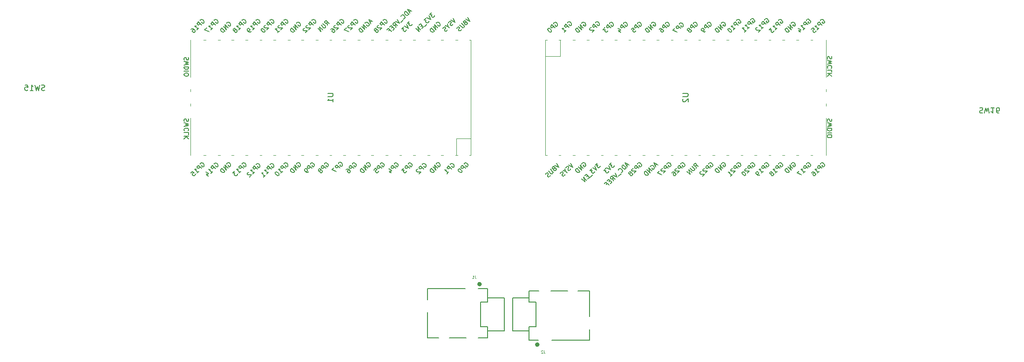
<source format=gbr>
%TF.GenerationSoftware,KiCad,Pcbnew,7.0.1-3b83917a11~172~ubuntu22.04.1*%
%TF.CreationDate,2023-03-22T13:00:23+01:00*%
%TF.ProjectId,Europe-ergo-smd,4575726f-7065-42d6-9572-676f2d736d64,rev?*%
%TF.SameCoordinates,Original*%
%TF.FileFunction,Legend,Bot*%
%TF.FilePolarity,Positive*%
%FSLAX46Y46*%
G04 Gerber Fmt 4.6, Leading zero omitted, Abs format (unit mm)*
G04 Created by KiCad (PCBNEW 7.0.1-3b83917a11~172~ubuntu22.04.1) date 2023-03-22 13:00:23*
%MOMM*%
%LPD*%
G01*
G04 APERTURE LIST*
%ADD10C,0.150000*%
%ADD11C,0.120150*%
%ADD12C,0.127000*%
%ADD13C,0.400000*%
%ADD14C,0.120000*%
%ADD15C,7.500000*%
%ADD16C,1.700000*%
%ADD17C,4.000000*%
%ADD18C,2.200000*%
%ADD19R,1.500000X1.500000*%
%ADD20O,1.500000X1.500000*%
%ADD21R,1.800000X1.800000*%
%ADD22O,1.800000X1.800000*%
%ADD23C,1.100000*%
%ADD24R,1.650000X1.650000*%
%ADD25C,1.650000*%
%ADD26O,1.700000X1.700000*%
%ADD27R,1.700000X3.500000*%
%ADD28R,1.700000X1.700000*%
%ADD29R,3.500000X1.700000*%
G04 APERTURE END LIST*
D10*
%TO.C,SW16*%
X397994476Y-54617000D02*
X398137333Y-54569380D01*
X398137333Y-54569380D02*
X398375428Y-54569380D01*
X398375428Y-54569380D02*
X398470666Y-54617000D01*
X398470666Y-54617000D02*
X398518285Y-54664619D01*
X398518285Y-54664619D02*
X398565904Y-54759857D01*
X398565904Y-54759857D02*
X398565904Y-54855095D01*
X398565904Y-54855095D02*
X398518285Y-54950333D01*
X398518285Y-54950333D02*
X398470666Y-54997952D01*
X398470666Y-54997952D02*
X398375428Y-55045571D01*
X398375428Y-55045571D02*
X398184952Y-55093190D01*
X398184952Y-55093190D02*
X398089714Y-55140809D01*
X398089714Y-55140809D02*
X398042095Y-55188428D01*
X398042095Y-55188428D02*
X397994476Y-55283666D01*
X397994476Y-55283666D02*
X397994476Y-55378904D01*
X397994476Y-55378904D02*
X398042095Y-55474142D01*
X398042095Y-55474142D02*
X398089714Y-55521761D01*
X398089714Y-55521761D02*
X398184952Y-55569380D01*
X398184952Y-55569380D02*
X398423047Y-55569380D01*
X398423047Y-55569380D02*
X398565904Y-55521761D01*
X398899238Y-55569380D02*
X399137333Y-54569380D01*
X399137333Y-54569380D02*
X399327809Y-55283666D01*
X399327809Y-55283666D02*
X399518285Y-54569380D01*
X399518285Y-54569380D02*
X399756381Y-55569380D01*
X400661142Y-54569380D02*
X400089714Y-54569380D01*
X400375428Y-54569380D02*
X400375428Y-55569380D01*
X400375428Y-55569380D02*
X400280190Y-55426523D01*
X400280190Y-55426523D02*
X400184952Y-55331285D01*
X400184952Y-55331285D02*
X400089714Y-55283666D01*
X401518285Y-55569380D02*
X401327809Y-55569380D01*
X401327809Y-55569380D02*
X401232571Y-55521761D01*
X401232571Y-55521761D02*
X401184952Y-55474142D01*
X401184952Y-55474142D02*
X401089714Y-55331285D01*
X401089714Y-55331285D02*
X401042095Y-55140809D01*
X401042095Y-55140809D02*
X401042095Y-54759857D01*
X401042095Y-54759857D02*
X401089714Y-54664619D01*
X401089714Y-54664619D02*
X401137333Y-54617000D01*
X401137333Y-54617000D02*
X401232571Y-54569380D01*
X401232571Y-54569380D02*
X401423047Y-54569380D01*
X401423047Y-54569380D02*
X401518285Y-54617000D01*
X401518285Y-54617000D02*
X401565904Y-54664619D01*
X401565904Y-54664619D02*
X401613523Y-54759857D01*
X401613523Y-54759857D02*
X401613523Y-54997952D01*
X401613523Y-54997952D02*
X401565904Y-55093190D01*
X401565904Y-55093190D02*
X401518285Y-55140809D01*
X401518285Y-55140809D02*
X401423047Y-55188428D01*
X401423047Y-55188428D02*
X401232571Y-55188428D01*
X401232571Y-55188428D02*
X401137333Y-55140809D01*
X401137333Y-55140809D02*
X401089714Y-55093190D01*
X401089714Y-55093190D02*
X401042095Y-54997952D01*
D11*
%TO.C,J2*%
X318755496Y-98805006D02*
X318755496Y-99148290D01*
X318755496Y-99148290D02*
X318778381Y-99216947D01*
X318778381Y-99216947D02*
X318824153Y-99262719D01*
X318824153Y-99262719D02*
X318892809Y-99285604D01*
X318892809Y-99285604D02*
X318938581Y-99285604D01*
X318549525Y-98850777D02*
X318526639Y-98827892D01*
X318526639Y-98827892D02*
X318480868Y-98805006D01*
X318480868Y-98805006D02*
X318366440Y-98805006D01*
X318366440Y-98805006D02*
X318320669Y-98827892D01*
X318320669Y-98827892D02*
X318297783Y-98850777D01*
X318297783Y-98850777D02*
X318274898Y-98896549D01*
X318274898Y-98896549D02*
X318274898Y-98942320D01*
X318274898Y-98942320D02*
X318297783Y-99010977D01*
X318297783Y-99010977D02*
X318572411Y-99285604D01*
X318572411Y-99285604D02*
X318274898Y-99285604D01*
D10*
%TO.C,U1*%
X279462619Y-51963095D02*
X280272142Y-51963095D01*
X280272142Y-51963095D02*
X280367380Y-52010714D01*
X280367380Y-52010714D02*
X280415000Y-52058333D01*
X280415000Y-52058333D02*
X280462619Y-52153571D01*
X280462619Y-52153571D02*
X280462619Y-52344047D01*
X280462619Y-52344047D02*
X280415000Y-52439285D01*
X280415000Y-52439285D02*
X280367380Y-52486904D01*
X280367380Y-52486904D02*
X280272142Y-52534523D01*
X280272142Y-52534523D02*
X279462619Y-52534523D01*
X280462619Y-53534523D02*
X280462619Y-52963095D01*
X280462619Y-53248809D02*
X279462619Y-53248809D01*
X279462619Y-53248809D02*
X279605476Y-53153571D01*
X279605476Y-53153571D02*
X279700714Y-53058333D01*
X279700714Y-53058333D02*
X279748333Y-52963095D01*
X287446755Y-38774389D02*
X287177381Y-39043763D01*
X287662254Y-38882138D02*
X286908007Y-38505015D01*
X286908007Y-38505015D02*
X287285131Y-39259262D01*
X286261510Y-39205387D02*
X286288447Y-39124575D01*
X286288447Y-39124575D02*
X286369259Y-39043762D01*
X286369259Y-39043762D02*
X286477009Y-38989888D01*
X286477009Y-38989888D02*
X286584759Y-38989888D01*
X286584759Y-38989888D02*
X286665571Y-39016825D01*
X286665571Y-39016825D02*
X286800258Y-39097637D01*
X286800258Y-39097637D02*
X286881070Y-39178449D01*
X286881070Y-39178449D02*
X286961882Y-39313136D01*
X286961882Y-39313136D02*
X286988820Y-39393949D01*
X286988820Y-39393949D02*
X286988820Y-39501698D01*
X286988820Y-39501698D02*
X286934945Y-39609448D01*
X286934945Y-39609448D02*
X286881070Y-39663323D01*
X286881070Y-39663323D02*
X286773320Y-39717197D01*
X286773320Y-39717197D02*
X286719446Y-39717197D01*
X286719446Y-39717197D02*
X286530884Y-39528636D01*
X286530884Y-39528636D02*
X286638633Y-39420886D01*
X286530884Y-40013509D02*
X285965198Y-39447823D01*
X285965198Y-39447823D02*
X286207635Y-40336758D01*
X286207635Y-40336758D02*
X285641950Y-39771072D01*
X285938261Y-40606132D02*
X285372576Y-40040446D01*
X285372576Y-40040446D02*
X285237889Y-40175133D01*
X285237889Y-40175133D02*
X285184014Y-40282883D01*
X285184014Y-40282883D02*
X285184014Y-40390632D01*
X285184014Y-40390632D02*
X285210951Y-40471445D01*
X285210951Y-40471445D02*
X285291764Y-40606132D01*
X285291764Y-40606132D02*
X285372576Y-40686944D01*
X285372576Y-40686944D02*
X285507263Y-40767756D01*
X285507263Y-40767756D02*
X285588075Y-40794693D01*
X285588075Y-40794693D02*
X285695825Y-40794693D01*
X285695825Y-40794693D02*
X285803574Y-40740819D01*
X285803574Y-40740819D02*
X285938261Y-40606132D01*
X291557009Y-64843888D02*
X291583946Y-64763075D01*
X291583946Y-64763075D02*
X291664759Y-64682263D01*
X291664759Y-64682263D02*
X291772508Y-64628388D01*
X291772508Y-64628388D02*
X291880258Y-64628388D01*
X291880258Y-64628388D02*
X291961070Y-64655326D01*
X291961070Y-64655326D02*
X292095757Y-64736138D01*
X292095757Y-64736138D02*
X292176569Y-64816950D01*
X292176569Y-64816950D02*
X292257382Y-64951637D01*
X292257382Y-64951637D02*
X292284319Y-65032449D01*
X292284319Y-65032449D02*
X292284319Y-65140199D01*
X292284319Y-65140199D02*
X292230444Y-65247949D01*
X292230444Y-65247949D02*
X292176569Y-65301823D01*
X292176569Y-65301823D02*
X292068820Y-65355698D01*
X292068820Y-65355698D02*
X292014945Y-65355698D01*
X292014945Y-65355698D02*
X291826383Y-65167136D01*
X291826383Y-65167136D02*
X291934133Y-65059387D01*
X291826383Y-65652010D02*
X291260698Y-65086324D01*
X291260698Y-65086324D02*
X291045198Y-65301823D01*
X291045198Y-65301823D02*
X291018261Y-65382636D01*
X291018261Y-65382636D02*
X291018261Y-65436510D01*
X291018261Y-65436510D02*
X291045198Y-65517323D01*
X291045198Y-65517323D02*
X291126011Y-65598135D01*
X291126011Y-65598135D02*
X291206823Y-65625072D01*
X291206823Y-65625072D02*
X291260698Y-65625072D01*
X291260698Y-65625072D02*
X291341510Y-65598135D01*
X291341510Y-65598135D02*
X291557009Y-65382636D01*
X290641137Y-66083008D02*
X291018261Y-66460132D01*
X290560325Y-65732822D02*
X291099073Y-66002196D01*
X291099073Y-66002196D02*
X290748887Y-66352382D01*
X283937009Y-64843888D02*
X283963946Y-64763075D01*
X283963946Y-64763075D02*
X284044759Y-64682263D01*
X284044759Y-64682263D02*
X284152508Y-64628388D01*
X284152508Y-64628388D02*
X284260258Y-64628388D01*
X284260258Y-64628388D02*
X284341070Y-64655326D01*
X284341070Y-64655326D02*
X284475757Y-64736138D01*
X284475757Y-64736138D02*
X284556569Y-64816950D01*
X284556569Y-64816950D02*
X284637382Y-64951637D01*
X284637382Y-64951637D02*
X284664319Y-65032449D01*
X284664319Y-65032449D02*
X284664319Y-65140199D01*
X284664319Y-65140199D02*
X284610444Y-65247949D01*
X284610444Y-65247949D02*
X284556569Y-65301823D01*
X284556569Y-65301823D02*
X284448820Y-65355698D01*
X284448820Y-65355698D02*
X284394945Y-65355698D01*
X284394945Y-65355698D02*
X284206383Y-65167136D01*
X284206383Y-65167136D02*
X284314133Y-65059387D01*
X284206383Y-65652010D02*
X283640698Y-65086324D01*
X283640698Y-65086324D02*
X283425198Y-65301823D01*
X283425198Y-65301823D02*
X283398261Y-65382636D01*
X283398261Y-65382636D02*
X283398261Y-65436510D01*
X283398261Y-65436510D02*
X283425198Y-65517323D01*
X283425198Y-65517323D02*
X283506011Y-65598135D01*
X283506011Y-65598135D02*
X283586823Y-65625072D01*
X283586823Y-65625072D02*
X283640698Y-65625072D01*
X283640698Y-65625072D02*
X283721510Y-65598135D01*
X283721510Y-65598135D02*
X283937009Y-65382636D01*
X282832576Y-65894446D02*
X282940325Y-65786697D01*
X282940325Y-65786697D02*
X283021137Y-65759759D01*
X283021137Y-65759759D02*
X283075012Y-65759759D01*
X283075012Y-65759759D02*
X283209699Y-65786697D01*
X283209699Y-65786697D02*
X283344386Y-65867509D01*
X283344386Y-65867509D02*
X283559885Y-66083008D01*
X283559885Y-66083008D02*
X283586823Y-66163820D01*
X283586823Y-66163820D02*
X283586823Y-66217695D01*
X283586823Y-66217695D02*
X283559885Y-66298507D01*
X283559885Y-66298507D02*
X283452136Y-66406257D01*
X283452136Y-66406257D02*
X283371324Y-66433194D01*
X283371324Y-66433194D02*
X283317449Y-66433194D01*
X283317449Y-66433194D02*
X283236637Y-66406257D01*
X283236637Y-66406257D02*
X283101950Y-66271570D01*
X283101950Y-66271570D02*
X283075012Y-66190758D01*
X283075012Y-66190758D02*
X283075012Y-66136883D01*
X283075012Y-66136883D02*
X283101950Y-66056071D01*
X283101950Y-66056071D02*
X283209699Y-65948321D01*
X283209699Y-65948321D02*
X283290511Y-65921384D01*
X283290511Y-65921384D02*
X283344386Y-65921384D01*
X283344386Y-65921384D02*
X283425198Y-65948321D01*
X286503946Y-64816950D02*
X286530884Y-64736138D01*
X286530884Y-64736138D02*
X286611696Y-64655326D01*
X286611696Y-64655326D02*
X286719446Y-64601451D01*
X286719446Y-64601451D02*
X286827195Y-64601451D01*
X286827195Y-64601451D02*
X286908007Y-64628389D01*
X286908007Y-64628389D02*
X287042694Y-64709201D01*
X287042694Y-64709201D02*
X287123507Y-64790013D01*
X287123507Y-64790013D02*
X287204319Y-64924700D01*
X287204319Y-64924700D02*
X287231256Y-65005512D01*
X287231256Y-65005512D02*
X287231256Y-65113262D01*
X287231256Y-65113262D02*
X287177381Y-65221011D01*
X287177381Y-65221011D02*
X287123507Y-65274886D01*
X287123507Y-65274886D02*
X287015757Y-65328761D01*
X287015757Y-65328761D02*
X286961882Y-65328761D01*
X286961882Y-65328761D02*
X286773320Y-65140199D01*
X286773320Y-65140199D02*
X286881070Y-65032450D01*
X286773320Y-65625072D02*
X286207635Y-65059387D01*
X286207635Y-65059387D02*
X286450072Y-65948321D01*
X286450072Y-65948321D02*
X285884386Y-65382636D01*
X286180698Y-66217695D02*
X285615012Y-65652010D01*
X285615012Y-65652010D02*
X285480325Y-65786697D01*
X285480325Y-65786697D02*
X285426450Y-65894446D01*
X285426450Y-65894446D02*
X285426450Y-66002196D01*
X285426450Y-66002196D02*
X285453388Y-66083008D01*
X285453388Y-66083008D02*
X285534200Y-66217695D01*
X285534200Y-66217695D02*
X285615012Y-66298507D01*
X285615012Y-66298507D02*
X285749699Y-66379319D01*
X285749699Y-66379319D02*
X285830511Y-66406257D01*
X285830511Y-66406257D02*
X285938261Y-66406257D01*
X285938261Y-66406257D02*
X286046011Y-66352382D01*
X286046011Y-66352382D02*
X286180698Y-66217695D01*
X268966384Y-64974513D02*
X268993321Y-64893701D01*
X268993321Y-64893701D02*
X269074133Y-64812889D01*
X269074133Y-64812889D02*
X269181883Y-64759014D01*
X269181883Y-64759014D02*
X269289632Y-64759014D01*
X269289632Y-64759014D02*
X269370445Y-64785951D01*
X269370445Y-64785951D02*
X269505132Y-64866764D01*
X269505132Y-64866764D02*
X269585944Y-64947576D01*
X269585944Y-64947576D02*
X269666756Y-65082263D01*
X269666756Y-65082263D02*
X269693693Y-65163075D01*
X269693693Y-65163075D02*
X269693693Y-65270825D01*
X269693693Y-65270825D02*
X269639819Y-65378574D01*
X269639819Y-65378574D02*
X269585944Y-65432449D01*
X269585944Y-65432449D02*
X269478194Y-65486324D01*
X269478194Y-65486324D02*
X269424319Y-65486324D01*
X269424319Y-65486324D02*
X269235758Y-65297762D01*
X269235758Y-65297762D02*
X269343507Y-65190012D01*
X269235758Y-65782635D02*
X268670072Y-65216950D01*
X268670072Y-65216950D02*
X268454573Y-65432449D01*
X268454573Y-65432449D02*
X268427636Y-65513261D01*
X268427636Y-65513261D02*
X268427636Y-65567136D01*
X268427636Y-65567136D02*
X268454573Y-65647948D01*
X268454573Y-65647948D02*
X268535385Y-65728760D01*
X268535385Y-65728760D02*
X268616197Y-65755698D01*
X268616197Y-65755698D02*
X268670072Y-65755698D01*
X268670072Y-65755698D02*
X268750884Y-65728760D01*
X268750884Y-65728760D02*
X268966384Y-65513261D01*
X268373761Y-66644632D02*
X268697010Y-66321383D01*
X268535385Y-66483008D02*
X267969700Y-65917322D01*
X267969700Y-65917322D02*
X268104387Y-65944260D01*
X268104387Y-65944260D02*
X268212136Y-65944260D01*
X268212136Y-65944260D02*
X268292948Y-65917322D01*
X267835013Y-67183380D02*
X268158261Y-66860131D01*
X267996637Y-67021756D02*
X267430951Y-66456070D01*
X267430951Y-66456070D02*
X267565638Y-66483008D01*
X267565638Y-66483008D02*
X267673388Y-66483008D01*
X267673388Y-66483008D02*
X267754200Y-66456070D01*
X299203946Y-64816950D02*
X299230884Y-64736138D01*
X299230884Y-64736138D02*
X299311696Y-64655326D01*
X299311696Y-64655326D02*
X299419446Y-64601451D01*
X299419446Y-64601451D02*
X299527195Y-64601451D01*
X299527195Y-64601451D02*
X299608007Y-64628389D01*
X299608007Y-64628389D02*
X299742694Y-64709201D01*
X299742694Y-64709201D02*
X299823507Y-64790013D01*
X299823507Y-64790013D02*
X299904319Y-64924700D01*
X299904319Y-64924700D02*
X299931256Y-65005512D01*
X299931256Y-65005512D02*
X299931256Y-65113262D01*
X299931256Y-65113262D02*
X299877381Y-65221011D01*
X299877381Y-65221011D02*
X299823507Y-65274886D01*
X299823507Y-65274886D02*
X299715757Y-65328761D01*
X299715757Y-65328761D02*
X299661882Y-65328761D01*
X299661882Y-65328761D02*
X299473320Y-65140199D01*
X299473320Y-65140199D02*
X299581070Y-65032450D01*
X299473320Y-65625072D02*
X298907635Y-65059387D01*
X298907635Y-65059387D02*
X299150072Y-65948321D01*
X299150072Y-65948321D02*
X298584386Y-65382636D01*
X298880698Y-66217695D02*
X298315012Y-65652010D01*
X298315012Y-65652010D02*
X298180325Y-65786697D01*
X298180325Y-65786697D02*
X298126450Y-65894446D01*
X298126450Y-65894446D02*
X298126450Y-66002196D01*
X298126450Y-66002196D02*
X298153388Y-66083008D01*
X298153388Y-66083008D02*
X298234200Y-66217695D01*
X298234200Y-66217695D02*
X298315012Y-66298507D01*
X298315012Y-66298507D02*
X298449699Y-66379319D01*
X298449699Y-66379319D02*
X298530511Y-66406257D01*
X298530511Y-66406257D02*
X298638261Y-66406257D01*
X298638261Y-66406257D02*
X298746011Y-66352382D01*
X298746011Y-66352382D02*
X298880698Y-66217695D01*
X258806384Y-38720513D02*
X258833321Y-38639701D01*
X258833321Y-38639701D02*
X258914133Y-38558889D01*
X258914133Y-38558889D02*
X259021883Y-38505014D01*
X259021883Y-38505014D02*
X259129632Y-38505014D01*
X259129632Y-38505014D02*
X259210445Y-38531951D01*
X259210445Y-38531951D02*
X259345132Y-38612764D01*
X259345132Y-38612764D02*
X259425944Y-38693576D01*
X259425944Y-38693576D02*
X259506756Y-38828263D01*
X259506756Y-38828263D02*
X259533693Y-38909075D01*
X259533693Y-38909075D02*
X259533693Y-39016825D01*
X259533693Y-39016825D02*
X259479819Y-39124574D01*
X259479819Y-39124574D02*
X259425944Y-39178449D01*
X259425944Y-39178449D02*
X259318194Y-39232324D01*
X259318194Y-39232324D02*
X259264319Y-39232324D01*
X259264319Y-39232324D02*
X259075758Y-39043762D01*
X259075758Y-39043762D02*
X259183507Y-38936012D01*
X259075758Y-39528635D02*
X258510072Y-38962950D01*
X258510072Y-38962950D02*
X258294573Y-39178449D01*
X258294573Y-39178449D02*
X258267636Y-39259261D01*
X258267636Y-39259261D02*
X258267636Y-39313136D01*
X258267636Y-39313136D02*
X258294573Y-39393948D01*
X258294573Y-39393948D02*
X258375385Y-39474760D01*
X258375385Y-39474760D02*
X258456197Y-39501698D01*
X258456197Y-39501698D02*
X258510072Y-39501698D01*
X258510072Y-39501698D02*
X258590884Y-39474760D01*
X258590884Y-39474760D02*
X258806384Y-39259261D01*
X258213761Y-40390632D02*
X258537010Y-40067383D01*
X258375385Y-40229008D02*
X257809700Y-39663322D01*
X257809700Y-39663322D02*
X257944387Y-39690260D01*
X257944387Y-39690260D02*
X258052136Y-39690260D01*
X258052136Y-39690260D02*
X258132948Y-39663322D01*
X257459513Y-40013509D02*
X257082390Y-40390632D01*
X257082390Y-40390632D02*
X257890512Y-40713881D01*
X304933101Y-38083921D02*
X305310224Y-38838168D01*
X305310224Y-38838168D02*
X304555977Y-38461045D01*
X304448228Y-39107542D02*
X304394353Y-39215292D01*
X304394353Y-39215292D02*
X304394353Y-39269167D01*
X304394353Y-39269167D02*
X304421290Y-39349979D01*
X304421290Y-39349979D02*
X304502103Y-39430791D01*
X304502103Y-39430791D02*
X304582915Y-39457728D01*
X304582915Y-39457728D02*
X304636790Y-39457728D01*
X304636790Y-39457728D02*
X304717602Y-39430791D01*
X304717602Y-39430791D02*
X304933101Y-39215292D01*
X304933101Y-39215292D02*
X304367416Y-38649606D01*
X304367416Y-38649606D02*
X304178854Y-38838168D01*
X304178854Y-38838168D02*
X304151916Y-38918980D01*
X304151916Y-38918980D02*
X304151916Y-38972855D01*
X304151916Y-38972855D02*
X304178854Y-39053667D01*
X304178854Y-39053667D02*
X304232729Y-39107542D01*
X304232729Y-39107542D02*
X304313541Y-39134480D01*
X304313541Y-39134480D02*
X304367416Y-39134480D01*
X304367416Y-39134480D02*
X304448228Y-39107542D01*
X304448228Y-39107542D02*
X304636790Y-38918980D01*
X303801730Y-39215292D02*
X304259666Y-39673228D01*
X304259666Y-39673228D02*
X304286603Y-39754040D01*
X304286603Y-39754040D02*
X304286603Y-39807915D01*
X304286603Y-39807915D02*
X304259666Y-39888727D01*
X304259666Y-39888727D02*
X304151916Y-39996476D01*
X304151916Y-39996476D02*
X304071104Y-40023414D01*
X304071104Y-40023414D02*
X304017229Y-40023414D01*
X304017229Y-40023414D02*
X303936417Y-39996476D01*
X303936417Y-39996476D02*
X303478481Y-39538541D01*
X303774793Y-40319725D02*
X303720918Y-40427475D01*
X303720918Y-40427475D02*
X303586231Y-40562162D01*
X303586231Y-40562162D02*
X303505419Y-40589099D01*
X303505419Y-40589099D02*
X303451544Y-40589099D01*
X303451544Y-40589099D02*
X303370732Y-40562162D01*
X303370732Y-40562162D02*
X303316857Y-40508287D01*
X303316857Y-40508287D02*
X303289920Y-40427475D01*
X303289920Y-40427475D02*
X303289920Y-40373600D01*
X303289920Y-40373600D02*
X303316857Y-40292788D01*
X303316857Y-40292788D02*
X303397669Y-40158101D01*
X303397669Y-40158101D02*
X303424607Y-40077288D01*
X303424607Y-40077288D02*
X303424607Y-40023414D01*
X303424607Y-40023414D02*
X303397669Y-39942601D01*
X303397669Y-39942601D02*
X303343794Y-39888727D01*
X303343794Y-39888727D02*
X303262982Y-39861789D01*
X303262982Y-39861789D02*
X303209107Y-39861789D01*
X303209107Y-39861789D02*
X303128295Y-39888727D01*
X303128295Y-39888727D02*
X302993608Y-40023414D01*
X302993608Y-40023414D02*
X302939733Y-40131163D01*
X289540384Y-38720513D02*
X289567321Y-38639701D01*
X289567321Y-38639701D02*
X289648133Y-38558889D01*
X289648133Y-38558889D02*
X289755883Y-38505014D01*
X289755883Y-38505014D02*
X289863632Y-38505014D01*
X289863632Y-38505014D02*
X289944445Y-38531951D01*
X289944445Y-38531951D02*
X290079132Y-38612764D01*
X290079132Y-38612764D02*
X290159944Y-38693576D01*
X290159944Y-38693576D02*
X290240756Y-38828263D01*
X290240756Y-38828263D02*
X290267693Y-38909075D01*
X290267693Y-38909075D02*
X290267693Y-39016825D01*
X290267693Y-39016825D02*
X290213819Y-39124574D01*
X290213819Y-39124574D02*
X290159944Y-39178449D01*
X290159944Y-39178449D02*
X290052194Y-39232324D01*
X290052194Y-39232324D02*
X289998319Y-39232324D01*
X289998319Y-39232324D02*
X289809758Y-39043762D01*
X289809758Y-39043762D02*
X289917507Y-38936012D01*
X289809758Y-39528635D02*
X289244072Y-38962950D01*
X289244072Y-38962950D02*
X289028573Y-39178449D01*
X289028573Y-39178449D02*
X289001636Y-39259261D01*
X289001636Y-39259261D02*
X289001636Y-39313136D01*
X289001636Y-39313136D02*
X289028573Y-39393948D01*
X289028573Y-39393948D02*
X289109385Y-39474760D01*
X289109385Y-39474760D02*
X289190197Y-39501698D01*
X289190197Y-39501698D02*
X289244072Y-39501698D01*
X289244072Y-39501698D02*
X289324884Y-39474760D01*
X289324884Y-39474760D02*
X289540384Y-39259261D01*
X288759199Y-39555573D02*
X288705324Y-39555573D01*
X288705324Y-39555573D02*
X288624512Y-39582510D01*
X288624512Y-39582510D02*
X288489825Y-39717197D01*
X288489825Y-39717197D02*
X288462887Y-39798009D01*
X288462887Y-39798009D02*
X288462887Y-39851884D01*
X288462887Y-39851884D02*
X288489825Y-39932696D01*
X288489825Y-39932696D02*
X288543700Y-39986571D01*
X288543700Y-39986571D02*
X288651449Y-40040446D01*
X288651449Y-40040446D02*
X289297947Y-40040446D01*
X289297947Y-40040446D02*
X288947761Y-40390632D01*
X288301263Y-40390632D02*
X288328200Y-40309820D01*
X288328200Y-40309820D02*
X288328200Y-40255945D01*
X288328200Y-40255945D02*
X288301263Y-40175133D01*
X288301263Y-40175133D02*
X288274326Y-40148196D01*
X288274326Y-40148196D02*
X288193513Y-40121258D01*
X288193513Y-40121258D02*
X288139638Y-40121258D01*
X288139638Y-40121258D02*
X288058826Y-40148196D01*
X288058826Y-40148196D02*
X287951077Y-40255945D01*
X287951077Y-40255945D02*
X287924139Y-40336757D01*
X287924139Y-40336757D02*
X287924139Y-40390632D01*
X287924139Y-40390632D02*
X287951077Y-40471444D01*
X287951077Y-40471444D02*
X287978014Y-40498382D01*
X287978014Y-40498382D02*
X288058826Y-40525319D01*
X288058826Y-40525319D02*
X288112701Y-40525319D01*
X288112701Y-40525319D02*
X288193513Y-40498382D01*
X288193513Y-40498382D02*
X288301263Y-40390632D01*
X288301263Y-40390632D02*
X288382075Y-40363695D01*
X288382075Y-40363695D02*
X288435950Y-40363695D01*
X288435950Y-40363695D02*
X288516762Y-40390632D01*
X288516762Y-40390632D02*
X288624512Y-40498382D01*
X288624512Y-40498382D02*
X288651449Y-40579194D01*
X288651449Y-40579194D02*
X288651449Y-40633069D01*
X288651449Y-40633069D02*
X288624512Y-40713881D01*
X288624512Y-40713881D02*
X288516762Y-40821631D01*
X288516762Y-40821631D02*
X288435950Y-40848568D01*
X288435950Y-40848568D02*
X288382075Y-40848568D01*
X288382075Y-40848568D02*
X288301263Y-40821631D01*
X288301263Y-40821631D02*
X288193513Y-40713881D01*
X288193513Y-40713881D02*
X288166576Y-40633069D01*
X288166576Y-40633069D02*
X288166576Y-40579194D01*
X288166576Y-40579194D02*
X288193513Y-40498382D01*
X273803946Y-64816950D02*
X273830884Y-64736138D01*
X273830884Y-64736138D02*
X273911696Y-64655326D01*
X273911696Y-64655326D02*
X274019446Y-64601451D01*
X274019446Y-64601451D02*
X274127195Y-64601451D01*
X274127195Y-64601451D02*
X274208007Y-64628389D01*
X274208007Y-64628389D02*
X274342694Y-64709201D01*
X274342694Y-64709201D02*
X274423507Y-64790013D01*
X274423507Y-64790013D02*
X274504319Y-64924700D01*
X274504319Y-64924700D02*
X274531256Y-65005512D01*
X274531256Y-65005512D02*
X274531256Y-65113262D01*
X274531256Y-65113262D02*
X274477381Y-65221011D01*
X274477381Y-65221011D02*
X274423507Y-65274886D01*
X274423507Y-65274886D02*
X274315757Y-65328761D01*
X274315757Y-65328761D02*
X274261882Y-65328761D01*
X274261882Y-65328761D02*
X274073320Y-65140199D01*
X274073320Y-65140199D02*
X274181070Y-65032450D01*
X274073320Y-65625072D02*
X273507635Y-65059387D01*
X273507635Y-65059387D02*
X273750072Y-65948321D01*
X273750072Y-65948321D02*
X273184386Y-65382636D01*
X273480698Y-66217695D02*
X272915012Y-65652010D01*
X272915012Y-65652010D02*
X272780325Y-65786697D01*
X272780325Y-65786697D02*
X272726450Y-65894446D01*
X272726450Y-65894446D02*
X272726450Y-66002196D01*
X272726450Y-66002196D02*
X272753388Y-66083008D01*
X272753388Y-66083008D02*
X272834200Y-66217695D01*
X272834200Y-66217695D02*
X272915012Y-66298507D01*
X272915012Y-66298507D02*
X273049699Y-66379319D01*
X273049699Y-66379319D02*
X273130511Y-66406257D01*
X273130511Y-66406257D02*
X273238261Y-66406257D01*
X273238261Y-66406257D02*
X273346011Y-66352382D01*
X273346011Y-66352382D02*
X273480698Y-66217695D01*
X289017009Y-64843888D02*
X289043946Y-64763075D01*
X289043946Y-64763075D02*
X289124759Y-64682263D01*
X289124759Y-64682263D02*
X289232508Y-64628388D01*
X289232508Y-64628388D02*
X289340258Y-64628388D01*
X289340258Y-64628388D02*
X289421070Y-64655326D01*
X289421070Y-64655326D02*
X289555757Y-64736138D01*
X289555757Y-64736138D02*
X289636569Y-64816950D01*
X289636569Y-64816950D02*
X289717382Y-64951637D01*
X289717382Y-64951637D02*
X289744319Y-65032449D01*
X289744319Y-65032449D02*
X289744319Y-65140199D01*
X289744319Y-65140199D02*
X289690444Y-65247949D01*
X289690444Y-65247949D02*
X289636569Y-65301823D01*
X289636569Y-65301823D02*
X289528820Y-65355698D01*
X289528820Y-65355698D02*
X289474945Y-65355698D01*
X289474945Y-65355698D02*
X289286383Y-65167136D01*
X289286383Y-65167136D02*
X289394133Y-65059387D01*
X289286383Y-65652010D02*
X288720698Y-65086324D01*
X288720698Y-65086324D02*
X288505198Y-65301823D01*
X288505198Y-65301823D02*
X288478261Y-65382636D01*
X288478261Y-65382636D02*
X288478261Y-65436510D01*
X288478261Y-65436510D02*
X288505198Y-65517323D01*
X288505198Y-65517323D02*
X288586011Y-65598135D01*
X288586011Y-65598135D02*
X288666823Y-65625072D01*
X288666823Y-65625072D02*
X288720698Y-65625072D01*
X288720698Y-65625072D02*
X288801510Y-65598135D01*
X288801510Y-65598135D02*
X289017009Y-65382636D01*
X287885638Y-65921384D02*
X288155012Y-65652010D01*
X288155012Y-65652010D02*
X288451324Y-65894446D01*
X288451324Y-65894446D02*
X288397449Y-65894446D01*
X288397449Y-65894446D02*
X288316637Y-65921384D01*
X288316637Y-65921384D02*
X288181950Y-66056071D01*
X288181950Y-66056071D02*
X288155012Y-66136883D01*
X288155012Y-66136883D02*
X288155012Y-66190758D01*
X288155012Y-66190758D02*
X288181950Y-66271570D01*
X288181950Y-66271570D02*
X288316637Y-66406257D01*
X288316637Y-66406257D02*
X288397449Y-66433194D01*
X288397449Y-66433194D02*
X288451324Y-66433194D01*
X288451324Y-66433194D02*
X288532136Y-66406257D01*
X288532136Y-66406257D02*
X288666823Y-66271570D01*
X288666823Y-66271570D02*
X288693760Y-66190758D01*
X288693760Y-66190758D02*
X288693760Y-66136883D01*
X294296383Y-38820638D02*
X293946197Y-39170825D01*
X293946197Y-39170825D02*
X294350258Y-39197762D01*
X294350258Y-39197762D02*
X294269446Y-39278574D01*
X294269446Y-39278574D02*
X294242509Y-39359386D01*
X294242509Y-39359386D02*
X294242509Y-39413261D01*
X294242509Y-39413261D02*
X294269446Y-39494073D01*
X294269446Y-39494073D02*
X294404133Y-39628760D01*
X294404133Y-39628760D02*
X294484945Y-39655698D01*
X294484945Y-39655698D02*
X294538820Y-39655698D01*
X294538820Y-39655698D02*
X294619632Y-39628760D01*
X294619632Y-39628760D02*
X294781257Y-39467136D01*
X294781257Y-39467136D02*
X294808194Y-39386324D01*
X294808194Y-39386324D02*
X294808194Y-39332449D01*
X293784573Y-39332449D02*
X294161696Y-40086696D01*
X294161696Y-40086696D02*
X293407449Y-39709573D01*
X293272762Y-39844260D02*
X292922576Y-40194446D01*
X292922576Y-40194446D02*
X293326637Y-40221383D01*
X293326637Y-40221383D02*
X293245825Y-40302195D01*
X293245825Y-40302195D02*
X293218887Y-40383008D01*
X293218887Y-40383008D02*
X293218887Y-40436882D01*
X293218887Y-40436882D02*
X293245825Y-40517695D01*
X293245825Y-40517695D02*
X293380512Y-40652382D01*
X293380512Y-40652382D02*
X293461324Y-40679319D01*
X293461324Y-40679319D02*
X293515199Y-40679319D01*
X293515199Y-40679319D02*
X293596011Y-40652382D01*
X293596011Y-40652382D02*
X293757635Y-40490757D01*
X293757635Y-40490757D02*
X293784573Y-40409945D01*
X293784573Y-40409945D02*
X293784573Y-40356070D01*
X301727009Y-64943888D02*
X301753946Y-64863075D01*
X301753946Y-64863075D02*
X301834759Y-64782263D01*
X301834759Y-64782263D02*
X301942508Y-64728388D01*
X301942508Y-64728388D02*
X302050258Y-64728388D01*
X302050258Y-64728388D02*
X302131070Y-64755326D01*
X302131070Y-64755326D02*
X302265757Y-64836138D01*
X302265757Y-64836138D02*
X302346569Y-64916950D01*
X302346569Y-64916950D02*
X302427382Y-65051637D01*
X302427382Y-65051637D02*
X302454319Y-65132449D01*
X302454319Y-65132449D02*
X302454319Y-65240199D01*
X302454319Y-65240199D02*
X302400444Y-65347949D01*
X302400444Y-65347949D02*
X302346569Y-65401823D01*
X302346569Y-65401823D02*
X302238820Y-65455698D01*
X302238820Y-65455698D02*
X302184945Y-65455698D01*
X302184945Y-65455698D02*
X301996383Y-65267136D01*
X301996383Y-65267136D02*
X302104133Y-65159387D01*
X301996383Y-65752010D02*
X301430698Y-65186324D01*
X301430698Y-65186324D02*
X301215198Y-65401823D01*
X301215198Y-65401823D02*
X301188261Y-65482636D01*
X301188261Y-65482636D02*
X301188261Y-65536510D01*
X301188261Y-65536510D02*
X301215198Y-65617323D01*
X301215198Y-65617323D02*
X301296011Y-65698135D01*
X301296011Y-65698135D02*
X301376823Y-65725072D01*
X301376823Y-65725072D02*
X301430698Y-65725072D01*
X301430698Y-65725072D02*
X301511510Y-65698135D01*
X301511510Y-65698135D02*
X301727009Y-65482636D01*
X301134386Y-66614006D02*
X301457635Y-66290758D01*
X301296011Y-66452382D02*
X300730325Y-65886697D01*
X300730325Y-65886697D02*
X300865012Y-65913634D01*
X300865012Y-65913634D02*
X300972762Y-65913634D01*
X300972762Y-65913634D02*
X301053574Y-65886697D01*
X281666384Y-38720513D02*
X281693321Y-38639701D01*
X281693321Y-38639701D02*
X281774133Y-38558889D01*
X281774133Y-38558889D02*
X281881883Y-38505014D01*
X281881883Y-38505014D02*
X281989632Y-38505014D01*
X281989632Y-38505014D02*
X282070445Y-38531951D01*
X282070445Y-38531951D02*
X282205132Y-38612764D01*
X282205132Y-38612764D02*
X282285944Y-38693576D01*
X282285944Y-38693576D02*
X282366756Y-38828263D01*
X282366756Y-38828263D02*
X282393693Y-38909075D01*
X282393693Y-38909075D02*
X282393693Y-39016825D01*
X282393693Y-39016825D02*
X282339819Y-39124574D01*
X282339819Y-39124574D02*
X282285944Y-39178449D01*
X282285944Y-39178449D02*
X282178194Y-39232324D01*
X282178194Y-39232324D02*
X282124319Y-39232324D01*
X282124319Y-39232324D02*
X281935758Y-39043762D01*
X281935758Y-39043762D02*
X282043507Y-38936012D01*
X281935758Y-39528635D02*
X281370072Y-38962950D01*
X281370072Y-38962950D02*
X281154573Y-39178449D01*
X281154573Y-39178449D02*
X281127636Y-39259261D01*
X281127636Y-39259261D02*
X281127636Y-39313136D01*
X281127636Y-39313136D02*
X281154573Y-39393948D01*
X281154573Y-39393948D02*
X281235385Y-39474760D01*
X281235385Y-39474760D02*
X281316197Y-39501698D01*
X281316197Y-39501698D02*
X281370072Y-39501698D01*
X281370072Y-39501698D02*
X281450884Y-39474760D01*
X281450884Y-39474760D02*
X281666384Y-39259261D01*
X280885199Y-39555573D02*
X280831324Y-39555573D01*
X280831324Y-39555573D02*
X280750512Y-39582510D01*
X280750512Y-39582510D02*
X280615825Y-39717197D01*
X280615825Y-39717197D02*
X280588887Y-39798009D01*
X280588887Y-39798009D02*
X280588887Y-39851884D01*
X280588887Y-39851884D02*
X280615825Y-39932696D01*
X280615825Y-39932696D02*
X280669700Y-39986571D01*
X280669700Y-39986571D02*
X280777449Y-40040446D01*
X280777449Y-40040446D02*
X281423947Y-40040446D01*
X281423947Y-40040446D02*
X281073761Y-40390632D01*
X280023202Y-40309820D02*
X280130951Y-40202070D01*
X280130951Y-40202070D02*
X280211764Y-40175133D01*
X280211764Y-40175133D02*
X280265638Y-40175133D01*
X280265638Y-40175133D02*
X280400326Y-40202070D01*
X280400326Y-40202070D02*
X280535013Y-40282883D01*
X280535013Y-40282883D02*
X280750512Y-40498382D01*
X280750512Y-40498382D02*
X280777449Y-40579194D01*
X280777449Y-40579194D02*
X280777449Y-40633069D01*
X280777449Y-40633069D02*
X280750512Y-40713881D01*
X280750512Y-40713881D02*
X280642762Y-40821631D01*
X280642762Y-40821631D02*
X280561950Y-40848568D01*
X280561950Y-40848568D02*
X280508075Y-40848568D01*
X280508075Y-40848568D02*
X280427263Y-40821631D01*
X280427263Y-40821631D02*
X280292576Y-40686944D01*
X280292576Y-40686944D02*
X280265638Y-40606131D01*
X280265638Y-40606131D02*
X280265638Y-40552257D01*
X280265638Y-40552257D02*
X280292576Y-40471444D01*
X280292576Y-40471444D02*
X280400326Y-40363695D01*
X280400326Y-40363695D02*
X280481138Y-40336757D01*
X280481138Y-40336757D02*
X280535013Y-40336757D01*
X280535013Y-40336757D02*
X280615825Y-40363695D01*
X254132000Y-45429761D02*
X254170095Y-45544047D01*
X254170095Y-45544047D02*
X254170095Y-45734523D01*
X254170095Y-45734523D02*
X254132000Y-45810714D01*
X254132000Y-45810714D02*
X254093904Y-45848809D01*
X254093904Y-45848809D02*
X254017714Y-45886904D01*
X254017714Y-45886904D02*
X253941523Y-45886904D01*
X253941523Y-45886904D02*
X253865333Y-45848809D01*
X253865333Y-45848809D02*
X253827238Y-45810714D01*
X253827238Y-45810714D02*
X253789142Y-45734523D01*
X253789142Y-45734523D02*
X253751047Y-45582142D01*
X253751047Y-45582142D02*
X253712952Y-45505952D01*
X253712952Y-45505952D02*
X253674857Y-45467857D01*
X253674857Y-45467857D02*
X253598666Y-45429761D01*
X253598666Y-45429761D02*
X253522476Y-45429761D01*
X253522476Y-45429761D02*
X253446285Y-45467857D01*
X253446285Y-45467857D02*
X253408190Y-45505952D01*
X253408190Y-45505952D02*
X253370095Y-45582142D01*
X253370095Y-45582142D02*
X253370095Y-45772619D01*
X253370095Y-45772619D02*
X253408190Y-45886904D01*
X253370095Y-46153571D02*
X254170095Y-46344047D01*
X254170095Y-46344047D02*
X253598666Y-46496428D01*
X253598666Y-46496428D02*
X254170095Y-46648809D01*
X254170095Y-46648809D02*
X253370095Y-46839286D01*
X254170095Y-47144048D02*
X253370095Y-47144048D01*
X253370095Y-47144048D02*
X253370095Y-47334524D01*
X253370095Y-47334524D02*
X253408190Y-47448810D01*
X253408190Y-47448810D02*
X253484380Y-47525000D01*
X253484380Y-47525000D02*
X253560571Y-47563095D01*
X253560571Y-47563095D02*
X253712952Y-47601191D01*
X253712952Y-47601191D02*
X253827238Y-47601191D01*
X253827238Y-47601191D02*
X253979619Y-47563095D01*
X253979619Y-47563095D02*
X254055809Y-47525000D01*
X254055809Y-47525000D02*
X254132000Y-47448810D01*
X254132000Y-47448810D02*
X254170095Y-47334524D01*
X254170095Y-47334524D02*
X254170095Y-47144048D01*
X254170095Y-47944048D02*
X253370095Y-47944048D01*
X253370095Y-48477381D02*
X253370095Y-48629762D01*
X253370095Y-48629762D02*
X253408190Y-48705952D01*
X253408190Y-48705952D02*
X253484380Y-48782143D01*
X253484380Y-48782143D02*
X253636761Y-48820238D01*
X253636761Y-48820238D02*
X253903428Y-48820238D01*
X253903428Y-48820238D02*
X254055809Y-48782143D01*
X254055809Y-48782143D02*
X254132000Y-48705952D01*
X254132000Y-48705952D02*
X254170095Y-48629762D01*
X254170095Y-48629762D02*
X254170095Y-48477381D01*
X254170095Y-48477381D02*
X254132000Y-48401190D01*
X254132000Y-48401190D02*
X254055809Y-48325000D01*
X254055809Y-48325000D02*
X253903428Y-48286904D01*
X253903428Y-48286904D02*
X253636761Y-48286904D01*
X253636761Y-48286904D02*
X253484380Y-48325000D01*
X253484380Y-48325000D02*
X253408190Y-48401190D01*
X253408190Y-48401190D02*
X253370095Y-48477381D01*
X298364099Y-37252923D02*
X298013913Y-37603109D01*
X298013913Y-37603109D02*
X298417974Y-37630046D01*
X298417974Y-37630046D02*
X298337162Y-37710859D01*
X298337162Y-37710859D02*
X298310224Y-37791671D01*
X298310224Y-37791671D02*
X298310224Y-37845546D01*
X298310224Y-37845546D02*
X298337162Y-37926358D01*
X298337162Y-37926358D02*
X298471849Y-38061045D01*
X298471849Y-38061045D02*
X298552661Y-38087982D01*
X298552661Y-38087982D02*
X298606536Y-38087982D01*
X298606536Y-38087982D02*
X298687348Y-38061045D01*
X298687348Y-38061045D02*
X298848972Y-37899420D01*
X298848972Y-37899420D02*
X298875910Y-37818608D01*
X298875910Y-37818608D02*
X298875910Y-37764733D01*
X297852288Y-37764733D02*
X298229412Y-38518981D01*
X298229412Y-38518981D02*
X297475165Y-38141857D01*
X297340478Y-38276544D02*
X296990292Y-38626730D01*
X296990292Y-38626730D02*
X297394353Y-38653668D01*
X297394353Y-38653668D02*
X297313541Y-38734480D01*
X297313541Y-38734480D02*
X297286603Y-38815292D01*
X297286603Y-38815292D02*
X297286603Y-38869167D01*
X297286603Y-38869167D02*
X297313541Y-38949979D01*
X297313541Y-38949979D02*
X297448228Y-39084666D01*
X297448228Y-39084666D02*
X297529040Y-39111603D01*
X297529040Y-39111603D02*
X297582915Y-39111603D01*
X297582915Y-39111603D02*
X297663727Y-39084666D01*
X297663727Y-39084666D02*
X297825351Y-38923042D01*
X297825351Y-38923042D02*
X297852289Y-38842229D01*
X297852289Y-38842229D02*
X297852289Y-38788355D01*
X297502102Y-39354040D02*
X297071104Y-39785039D01*
X296586230Y-39569539D02*
X296397669Y-39758101D01*
X296613168Y-40135225D02*
X296882542Y-39865851D01*
X296882542Y-39865851D02*
X296316856Y-39300165D01*
X296316856Y-39300165D02*
X296047482Y-39569539D01*
X296370731Y-40377662D02*
X295805045Y-39811976D01*
X295805045Y-39811976D02*
X296047482Y-40700911D01*
X296047482Y-40700911D02*
X295481797Y-40135225D01*
X271496384Y-38720513D02*
X271523321Y-38639701D01*
X271523321Y-38639701D02*
X271604133Y-38558889D01*
X271604133Y-38558889D02*
X271711883Y-38505014D01*
X271711883Y-38505014D02*
X271819632Y-38505014D01*
X271819632Y-38505014D02*
X271900445Y-38531951D01*
X271900445Y-38531951D02*
X272035132Y-38612764D01*
X272035132Y-38612764D02*
X272115944Y-38693576D01*
X272115944Y-38693576D02*
X272196756Y-38828263D01*
X272196756Y-38828263D02*
X272223693Y-38909075D01*
X272223693Y-38909075D02*
X272223693Y-39016825D01*
X272223693Y-39016825D02*
X272169819Y-39124574D01*
X272169819Y-39124574D02*
X272115944Y-39178449D01*
X272115944Y-39178449D02*
X272008194Y-39232324D01*
X272008194Y-39232324D02*
X271954319Y-39232324D01*
X271954319Y-39232324D02*
X271765758Y-39043762D01*
X271765758Y-39043762D02*
X271873507Y-38936012D01*
X271765758Y-39528635D02*
X271200072Y-38962950D01*
X271200072Y-38962950D02*
X270984573Y-39178449D01*
X270984573Y-39178449D02*
X270957636Y-39259261D01*
X270957636Y-39259261D02*
X270957636Y-39313136D01*
X270957636Y-39313136D02*
X270984573Y-39393948D01*
X270984573Y-39393948D02*
X271065385Y-39474760D01*
X271065385Y-39474760D02*
X271146197Y-39501698D01*
X271146197Y-39501698D02*
X271200072Y-39501698D01*
X271200072Y-39501698D02*
X271280884Y-39474760D01*
X271280884Y-39474760D02*
X271496384Y-39259261D01*
X270715199Y-39555573D02*
X270661324Y-39555573D01*
X270661324Y-39555573D02*
X270580512Y-39582510D01*
X270580512Y-39582510D02*
X270445825Y-39717197D01*
X270445825Y-39717197D02*
X270418887Y-39798009D01*
X270418887Y-39798009D02*
X270418887Y-39851884D01*
X270418887Y-39851884D02*
X270445825Y-39932696D01*
X270445825Y-39932696D02*
X270499700Y-39986571D01*
X270499700Y-39986571D02*
X270607449Y-40040446D01*
X270607449Y-40040446D02*
X271253947Y-40040446D01*
X271253947Y-40040446D02*
X270903761Y-40390632D01*
X270365013Y-40929380D02*
X270688261Y-40606131D01*
X270526637Y-40767756D02*
X269960951Y-40202070D01*
X269960951Y-40202070D02*
X270095638Y-40229008D01*
X270095638Y-40229008D02*
X270203388Y-40229008D01*
X270203388Y-40229008D02*
X270284200Y-40202070D01*
X266426384Y-38720513D02*
X266453321Y-38639701D01*
X266453321Y-38639701D02*
X266534133Y-38558889D01*
X266534133Y-38558889D02*
X266641883Y-38505014D01*
X266641883Y-38505014D02*
X266749632Y-38505014D01*
X266749632Y-38505014D02*
X266830445Y-38531951D01*
X266830445Y-38531951D02*
X266965132Y-38612764D01*
X266965132Y-38612764D02*
X267045944Y-38693576D01*
X267045944Y-38693576D02*
X267126756Y-38828263D01*
X267126756Y-38828263D02*
X267153693Y-38909075D01*
X267153693Y-38909075D02*
X267153693Y-39016825D01*
X267153693Y-39016825D02*
X267099819Y-39124574D01*
X267099819Y-39124574D02*
X267045944Y-39178449D01*
X267045944Y-39178449D02*
X266938194Y-39232324D01*
X266938194Y-39232324D02*
X266884319Y-39232324D01*
X266884319Y-39232324D02*
X266695758Y-39043762D01*
X266695758Y-39043762D02*
X266803507Y-38936012D01*
X266695758Y-39528635D02*
X266130072Y-38962950D01*
X266130072Y-38962950D02*
X265914573Y-39178449D01*
X265914573Y-39178449D02*
X265887636Y-39259261D01*
X265887636Y-39259261D02*
X265887636Y-39313136D01*
X265887636Y-39313136D02*
X265914573Y-39393948D01*
X265914573Y-39393948D02*
X265995385Y-39474760D01*
X265995385Y-39474760D02*
X266076197Y-39501698D01*
X266076197Y-39501698D02*
X266130072Y-39501698D01*
X266130072Y-39501698D02*
X266210884Y-39474760D01*
X266210884Y-39474760D02*
X266426384Y-39259261D01*
X265833761Y-40390632D02*
X266157010Y-40067383D01*
X265995385Y-40229008D02*
X265429700Y-39663322D01*
X265429700Y-39663322D02*
X265564387Y-39690260D01*
X265564387Y-39690260D02*
X265672136Y-39690260D01*
X265672136Y-39690260D02*
X265752948Y-39663322D01*
X265564387Y-40660006D02*
X265456637Y-40767756D01*
X265456637Y-40767756D02*
X265375825Y-40794693D01*
X265375825Y-40794693D02*
X265321950Y-40794693D01*
X265321950Y-40794693D02*
X265187263Y-40767756D01*
X265187263Y-40767756D02*
X265052576Y-40686944D01*
X265052576Y-40686944D02*
X264837077Y-40471444D01*
X264837077Y-40471444D02*
X264810139Y-40390632D01*
X264810139Y-40390632D02*
X264810139Y-40336757D01*
X264810139Y-40336757D02*
X264837077Y-40255945D01*
X264837077Y-40255945D02*
X264944826Y-40148196D01*
X264944826Y-40148196D02*
X265025638Y-40121258D01*
X265025638Y-40121258D02*
X265079513Y-40121258D01*
X265079513Y-40121258D02*
X265160326Y-40148196D01*
X265160326Y-40148196D02*
X265295013Y-40282883D01*
X265295013Y-40282883D02*
X265321950Y-40363695D01*
X265321950Y-40363695D02*
X265321950Y-40417570D01*
X265321950Y-40417570D02*
X265295013Y-40498382D01*
X265295013Y-40498382D02*
X265187263Y-40606131D01*
X265187263Y-40606131D02*
X265106451Y-40633069D01*
X265106451Y-40633069D02*
X265052576Y-40633069D01*
X265052576Y-40633069D02*
X264971764Y-40606131D01*
X294097009Y-64843888D02*
X294123946Y-64763075D01*
X294123946Y-64763075D02*
X294204759Y-64682263D01*
X294204759Y-64682263D02*
X294312508Y-64628388D01*
X294312508Y-64628388D02*
X294420258Y-64628388D01*
X294420258Y-64628388D02*
X294501070Y-64655326D01*
X294501070Y-64655326D02*
X294635757Y-64736138D01*
X294635757Y-64736138D02*
X294716569Y-64816950D01*
X294716569Y-64816950D02*
X294797382Y-64951637D01*
X294797382Y-64951637D02*
X294824319Y-65032449D01*
X294824319Y-65032449D02*
X294824319Y-65140199D01*
X294824319Y-65140199D02*
X294770444Y-65247949D01*
X294770444Y-65247949D02*
X294716569Y-65301823D01*
X294716569Y-65301823D02*
X294608820Y-65355698D01*
X294608820Y-65355698D02*
X294554945Y-65355698D01*
X294554945Y-65355698D02*
X294366383Y-65167136D01*
X294366383Y-65167136D02*
X294474133Y-65059387D01*
X294366383Y-65652010D02*
X293800698Y-65086324D01*
X293800698Y-65086324D02*
X293585198Y-65301823D01*
X293585198Y-65301823D02*
X293558261Y-65382636D01*
X293558261Y-65382636D02*
X293558261Y-65436510D01*
X293558261Y-65436510D02*
X293585198Y-65517323D01*
X293585198Y-65517323D02*
X293666011Y-65598135D01*
X293666011Y-65598135D02*
X293746823Y-65625072D01*
X293746823Y-65625072D02*
X293800698Y-65625072D01*
X293800698Y-65625072D02*
X293881510Y-65598135D01*
X293881510Y-65598135D02*
X294097009Y-65382636D01*
X293288887Y-65598135D02*
X292938701Y-65948321D01*
X292938701Y-65948321D02*
X293342762Y-65975258D01*
X293342762Y-65975258D02*
X293261950Y-66056071D01*
X293261950Y-66056071D02*
X293235012Y-66136883D01*
X293235012Y-66136883D02*
X293235012Y-66190758D01*
X293235012Y-66190758D02*
X293261950Y-66271570D01*
X293261950Y-66271570D02*
X293396637Y-66406257D01*
X293396637Y-66406257D02*
X293477449Y-66433194D01*
X293477449Y-66433194D02*
X293531324Y-66433194D01*
X293531324Y-66433194D02*
X293612136Y-66406257D01*
X293612136Y-66406257D02*
X293773760Y-66244632D01*
X293773760Y-66244632D02*
X293800698Y-66163820D01*
X293800698Y-66163820D02*
X293800698Y-66109945D01*
X261103946Y-39216950D02*
X261130884Y-39136138D01*
X261130884Y-39136138D02*
X261211696Y-39055326D01*
X261211696Y-39055326D02*
X261319446Y-39001451D01*
X261319446Y-39001451D02*
X261427195Y-39001451D01*
X261427195Y-39001451D02*
X261508007Y-39028389D01*
X261508007Y-39028389D02*
X261642694Y-39109201D01*
X261642694Y-39109201D02*
X261723507Y-39190013D01*
X261723507Y-39190013D02*
X261804319Y-39324700D01*
X261804319Y-39324700D02*
X261831256Y-39405512D01*
X261831256Y-39405512D02*
X261831256Y-39513262D01*
X261831256Y-39513262D02*
X261777381Y-39621011D01*
X261777381Y-39621011D02*
X261723507Y-39674886D01*
X261723507Y-39674886D02*
X261615757Y-39728761D01*
X261615757Y-39728761D02*
X261561882Y-39728761D01*
X261561882Y-39728761D02*
X261373320Y-39540199D01*
X261373320Y-39540199D02*
X261481070Y-39432450D01*
X261373320Y-40025072D02*
X260807635Y-39459387D01*
X260807635Y-39459387D02*
X261050072Y-40348321D01*
X261050072Y-40348321D02*
X260484386Y-39782636D01*
X260780698Y-40617695D02*
X260215012Y-40052010D01*
X260215012Y-40052010D02*
X260080325Y-40186697D01*
X260080325Y-40186697D02*
X260026450Y-40294446D01*
X260026450Y-40294446D02*
X260026450Y-40402196D01*
X260026450Y-40402196D02*
X260053388Y-40483008D01*
X260053388Y-40483008D02*
X260134200Y-40617695D01*
X260134200Y-40617695D02*
X260215012Y-40698507D01*
X260215012Y-40698507D02*
X260349699Y-40779319D01*
X260349699Y-40779319D02*
X260430511Y-40806257D01*
X260430511Y-40806257D02*
X260538261Y-40806257D01*
X260538261Y-40806257D02*
X260646011Y-40752382D01*
X260646011Y-40752382D02*
X260780698Y-40617695D01*
X266426384Y-64974513D02*
X266453321Y-64893701D01*
X266453321Y-64893701D02*
X266534133Y-64812889D01*
X266534133Y-64812889D02*
X266641883Y-64759014D01*
X266641883Y-64759014D02*
X266749632Y-64759014D01*
X266749632Y-64759014D02*
X266830445Y-64785951D01*
X266830445Y-64785951D02*
X266965132Y-64866764D01*
X266965132Y-64866764D02*
X267045944Y-64947576D01*
X267045944Y-64947576D02*
X267126756Y-65082263D01*
X267126756Y-65082263D02*
X267153693Y-65163075D01*
X267153693Y-65163075D02*
X267153693Y-65270825D01*
X267153693Y-65270825D02*
X267099819Y-65378574D01*
X267099819Y-65378574D02*
X267045944Y-65432449D01*
X267045944Y-65432449D02*
X266938194Y-65486324D01*
X266938194Y-65486324D02*
X266884319Y-65486324D01*
X266884319Y-65486324D02*
X266695758Y-65297762D01*
X266695758Y-65297762D02*
X266803507Y-65190012D01*
X266695758Y-65782635D02*
X266130072Y-65216950D01*
X266130072Y-65216950D02*
X265914573Y-65432449D01*
X265914573Y-65432449D02*
X265887636Y-65513261D01*
X265887636Y-65513261D02*
X265887636Y-65567136D01*
X265887636Y-65567136D02*
X265914573Y-65647948D01*
X265914573Y-65647948D02*
X265995385Y-65728760D01*
X265995385Y-65728760D02*
X266076197Y-65755698D01*
X266076197Y-65755698D02*
X266130072Y-65755698D01*
X266130072Y-65755698D02*
X266210884Y-65728760D01*
X266210884Y-65728760D02*
X266426384Y-65513261D01*
X265833761Y-66644632D02*
X266157010Y-66321383D01*
X265995385Y-66483008D02*
X265429700Y-65917322D01*
X265429700Y-65917322D02*
X265564387Y-65944260D01*
X265564387Y-65944260D02*
X265672136Y-65944260D01*
X265672136Y-65944260D02*
X265752948Y-65917322D01*
X265106451Y-66348321D02*
X265052576Y-66348321D01*
X265052576Y-66348321D02*
X264971764Y-66375258D01*
X264971764Y-66375258D02*
X264837077Y-66509945D01*
X264837077Y-66509945D02*
X264810139Y-66590757D01*
X264810139Y-66590757D02*
X264810139Y-66644632D01*
X264810139Y-66644632D02*
X264837077Y-66725444D01*
X264837077Y-66725444D02*
X264890951Y-66779319D01*
X264890951Y-66779319D02*
X264998701Y-66833194D01*
X264998701Y-66833194D02*
X265645199Y-66833194D01*
X265645199Y-66833194D02*
X265295013Y-67183380D01*
X299203946Y-39216950D02*
X299230884Y-39136138D01*
X299230884Y-39136138D02*
X299311696Y-39055326D01*
X299311696Y-39055326D02*
X299419446Y-39001451D01*
X299419446Y-39001451D02*
X299527195Y-39001451D01*
X299527195Y-39001451D02*
X299608007Y-39028389D01*
X299608007Y-39028389D02*
X299742694Y-39109201D01*
X299742694Y-39109201D02*
X299823507Y-39190013D01*
X299823507Y-39190013D02*
X299904319Y-39324700D01*
X299904319Y-39324700D02*
X299931256Y-39405512D01*
X299931256Y-39405512D02*
X299931256Y-39513262D01*
X299931256Y-39513262D02*
X299877381Y-39621011D01*
X299877381Y-39621011D02*
X299823507Y-39674886D01*
X299823507Y-39674886D02*
X299715757Y-39728761D01*
X299715757Y-39728761D02*
X299661882Y-39728761D01*
X299661882Y-39728761D02*
X299473320Y-39540199D01*
X299473320Y-39540199D02*
X299581070Y-39432450D01*
X299473320Y-40025072D02*
X298907635Y-39459387D01*
X298907635Y-39459387D02*
X299150072Y-40348321D01*
X299150072Y-40348321D02*
X298584386Y-39782636D01*
X298880698Y-40617695D02*
X298315012Y-40052010D01*
X298315012Y-40052010D02*
X298180325Y-40186697D01*
X298180325Y-40186697D02*
X298126450Y-40294446D01*
X298126450Y-40294446D02*
X298126450Y-40402196D01*
X298126450Y-40402196D02*
X298153388Y-40483008D01*
X298153388Y-40483008D02*
X298234200Y-40617695D01*
X298234200Y-40617695D02*
X298315012Y-40698507D01*
X298315012Y-40698507D02*
X298449699Y-40779319D01*
X298449699Y-40779319D02*
X298530511Y-40806257D01*
X298530511Y-40806257D02*
X298638261Y-40806257D01*
X298638261Y-40806257D02*
X298746011Y-40752382D01*
X298746011Y-40752382D02*
X298880698Y-40617695D01*
X268966384Y-38720513D02*
X268993321Y-38639701D01*
X268993321Y-38639701D02*
X269074133Y-38558889D01*
X269074133Y-38558889D02*
X269181883Y-38505014D01*
X269181883Y-38505014D02*
X269289632Y-38505014D01*
X269289632Y-38505014D02*
X269370445Y-38531951D01*
X269370445Y-38531951D02*
X269505132Y-38612764D01*
X269505132Y-38612764D02*
X269585944Y-38693576D01*
X269585944Y-38693576D02*
X269666756Y-38828263D01*
X269666756Y-38828263D02*
X269693693Y-38909075D01*
X269693693Y-38909075D02*
X269693693Y-39016825D01*
X269693693Y-39016825D02*
X269639819Y-39124574D01*
X269639819Y-39124574D02*
X269585944Y-39178449D01*
X269585944Y-39178449D02*
X269478194Y-39232324D01*
X269478194Y-39232324D02*
X269424319Y-39232324D01*
X269424319Y-39232324D02*
X269235758Y-39043762D01*
X269235758Y-39043762D02*
X269343507Y-38936012D01*
X269235758Y-39528635D02*
X268670072Y-38962950D01*
X268670072Y-38962950D02*
X268454573Y-39178449D01*
X268454573Y-39178449D02*
X268427636Y-39259261D01*
X268427636Y-39259261D02*
X268427636Y-39313136D01*
X268427636Y-39313136D02*
X268454573Y-39393948D01*
X268454573Y-39393948D02*
X268535385Y-39474760D01*
X268535385Y-39474760D02*
X268616197Y-39501698D01*
X268616197Y-39501698D02*
X268670072Y-39501698D01*
X268670072Y-39501698D02*
X268750884Y-39474760D01*
X268750884Y-39474760D02*
X268966384Y-39259261D01*
X268185199Y-39555573D02*
X268131324Y-39555573D01*
X268131324Y-39555573D02*
X268050512Y-39582510D01*
X268050512Y-39582510D02*
X267915825Y-39717197D01*
X267915825Y-39717197D02*
X267888887Y-39798009D01*
X267888887Y-39798009D02*
X267888887Y-39851884D01*
X267888887Y-39851884D02*
X267915825Y-39932696D01*
X267915825Y-39932696D02*
X267969700Y-39986571D01*
X267969700Y-39986571D02*
X268077449Y-40040446D01*
X268077449Y-40040446D02*
X268723947Y-40040446D01*
X268723947Y-40040446D02*
X268373761Y-40390632D01*
X267457889Y-40175133D02*
X267404014Y-40229008D01*
X267404014Y-40229008D02*
X267377077Y-40309820D01*
X267377077Y-40309820D02*
X267377077Y-40363695D01*
X267377077Y-40363695D02*
X267404014Y-40444507D01*
X267404014Y-40444507D02*
X267484826Y-40579194D01*
X267484826Y-40579194D02*
X267619513Y-40713881D01*
X267619513Y-40713881D02*
X267754200Y-40794693D01*
X267754200Y-40794693D02*
X267835013Y-40821631D01*
X267835013Y-40821631D02*
X267888887Y-40821631D01*
X267888887Y-40821631D02*
X267969700Y-40794693D01*
X267969700Y-40794693D02*
X268023574Y-40740818D01*
X268023574Y-40740818D02*
X268050512Y-40660006D01*
X268050512Y-40660006D02*
X268050512Y-40606131D01*
X268050512Y-40606131D02*
X268023574Y-40525319D01*
X268023574Y-40525319D02*
X267942762Y-40390632D01*
X267942762Y-40390632D02*
X267808075Y-40255945D01*
X267808075Y-40255945D02*
X267673388Y-40175133D01*
X267673388Y-40175133D02*
X267592576Y-40148196D01*
X267592576Y-40148196D02*
X267538701Y-40148196D01*
X267538701Y-40148196D02*
X267457889Y-40175133D01*
X273803946Y-39216950D02*
X273830884Y-39136138D01*
X273830884Y-39136138D02*
X273911696Y-39055326D01*
X273911696Y-39055326D02*
X274019446Y-39001451D01*
X274019446Y-39001451D02*
X274127195Y-39001451D01*
X274127195Y-39001451D02*
X274208007Y-39028389D01*
X274208007Y-39028389D02*
X274342694Y-39109201D01*
X274342694Y-39109201D02*
X274423507Y-39190013D01*
X274423507Y-39190013D02*
X274504319Y-39324700D01*
X274504319Y-39324700D02*
X274531256Y-39405512D01*
X274531256Y-39405512D02*
X274531256Y-39513262D01*
X274531256Y-39513262D02*
X274477381Y-39621011D01*
X274477381Y-39621011D02*
X274423507Y-39674886D01*
X274423507Y-39674886D02*
X274315757Y-39728761D01*
X274315757Y-39728761D02*
X274261882Y-39728761D01*
X274261882Y-39728761D02*
X274073320Y-39540199D01*
X274073320Y-39540199D02*
X274181070Y-39432450D01*
X274073320Y-40025072D02*
X273507635Y-39459387D01*
X273507635Y-39459387D02*
X273750072Y-40348321D01*
X273750072Y-40348321D02*
X273184386Y-39782636D01*
X273480698Y-40617695D02*
X272915012Y-40052010D01*
X272915012Y-40052010D02*
X272780325Y-40186697D01*
X272780325Y-40186697D02*
X272726450Y-40294446D01*
X272726450Y-40294446D02*
X272726450Y-40402196D01*
X272726450Y-40402196D02*
X272753388Y-40483008D01*
X272753388Y-40483008D02*
X272834200Y-40617695D01*
X272834200Y-40617695D02*
X272915012Y-40698507D01*
X272915012Y-40698507D02*
X273049699Y-40779319D01*
X273049699Y-40779319D02*
X273130511Y-40806257D01*
X273130511Y-40806257D02*
X273238261Y-40806257D01*
X273238261Y-40806257D02*
X273346011Y-40752382D01*
X273346011Y-40752382D02*
X273480698Y-40617695D01*
X256266384Y-64828513D02*
X256293321Y-64747701D01*
X256293321Y-64747701D02*
X256374133Y-64666889D01*
X256374133Y-64666889D02*
X256481883Y-64613014D01*
X256481883Y-64613014D02*
X256589632Y-64613014D01*
X256589632Y-64613014D02*
X256670445Y-64639951D01*
X256670445Y-64639951D02*
X256805132Y-64720764D01*
X256805132Y-64720764D02*
X256885944Y-64801576D01*
X256885944Y-64801576D02*
X256966756Y-64936263D01*
X256966756Y-64936263D02*
X256993693Y-65017075D01*
X256993693Y-65017075D02*
X256993693Y-65124825D01*
X256993693Y-65124825D02*
X256939819Y-65232574D01*
X256939819Y-65232574D02*
X256885944Y-65286449D01*
X256885944Y-65286449D02*
X256778194Y-65340324D01*
X256778194Y-65340324D02*
X256724319Y-65340324D01*
X256724319Y-65340324D02*
X256535758Y-65151762D01*
X256535758Y-65151762D02*
X256643507Y-65044012D01*
X256535758Y-65636635D02*
X255970072Y-65070950D01*
X255970072Y-65070950D02*
X255754573Y-65286449D01*
X255754573Y-65286449D02*
X255727636Y-65367261D01*
X255727636Y-65367261D02*
X255727636Y-65421136D01*
X255727636Y-65421136D02*
X255754573Y-65501948D01*
X255754573Y-65501948D02*
X255835385Y-65582760D01*
X255835385Y-65582760D02*
X255916197Y-65609698D01*
X255916197Y-65609698D02*
X255970072Y-65609698D01*
X255970072Y-65609698D02*
X256050884Y-65582760D01*
X256050884Y-65582760D02*
X256266384Y-65367261D01*
X255673761Y-66498632D02*
X255997010Y-66175383D01*
X255835385Y-66337008D02*
X255269700Y-65771322D01*
X255269700Y-65771322D02*
X255404387Y-65798260D01*
X255404387Y-65798260D02*
X255512136Y-65798260D01*
X255512136Y-65798260D02*
X255592948Y-65771322D01*
X254596264Y-66444757D02*
X254865638Y-66175383D01*
X254865638Y-66175383D02*
X255161950Y-66417820D01*
X255161950Y-66417820D02*
X255108075Y-66417820D01*
X255108075Y-66417820D02*
X255027263Y-66444757D01*
X255027263Y-66444757D02*
X254892576Y-66579444D01*
X254892576Y-66579444D02*
X254865638Y-66660257D01*
X254865638Y-66660257D02*
X254865638Y-66714131D01*
X254865638Y-66714131D02*
X254892576Y-66794944D01*
X254892576Y-66794944D02*
X255027263Y-66929631D01*
X255027263Y-66929631D02*
X255108075Y-66956568D01*
X255108075Y-66956568D02*
X255161950Y-66956568D01*
X255161950Y-66956568D02*
X255242762Y-66929631D01*
X255242762Y-66929631D02*
X255377449Y-66794944D01*
X255377449Y-66794944D02*
X255404387Y-66714131D01*
X255404387Y-66714131D02*
X255404387Y-66660257D01*
X304257009Y-64843888D02*
X304283946Y-64763075D01*
X304283946Y-64763075D02*
X304364759Y-64682263D01*
X304364759Y-64682263D02*
X304472508Y-64628388D01*
X304472508Y-64628388D02*
X304580258Y-64628388D01*
X304580258Y-64628388D02*
X304661070Y-64655326D01*
X304661070Y-64655326D02*
X304795757Y-64736138D01*
X304795757Y-64736138D02*
X304876569Y-64816950D01*
X304876569Y-64816950D02*
X304957382Y-64951637D01*
X304957382Y-64951637D02*
X304984319Y-65032449D01*
X304984319Y-65032449D02*
X304984319Y-65140199D01*
X304984319Y-65140199D02*
X304930444Y-65247949D01*
X304930444Y-65247949D02*
X304876569Y-65301823D01*
X304876569Y-65301823D02*
X304768820Y-65355698D01*
X304768820Y-65355698D02*
X304714945Y-65355698D01*
X304714945Y-65355698D02*
X304526383Y-65167136D01*
X304526383Y-65167136D02*
X304634133Y-65059387D01*
X304526383Y-65652010D02*
X303960698Y-65086324D01*
X303960698Y-65086324D02*
X303745198Y-65301823D01*
X303745198Y-65301823D02*
X303718261Y-65382636D01*
X303718261Y-65382636D02*
X303718261Y-65436510D01*
X303718261Y-65436510D02*
X303745198Y-65517323D01*
X303745198Y-65517323D02*
X303826011Y-65598135D01*
X303826011Y-65598135D02*
X303906823Y-65625072D01*
X303906823Y-65625072D02*
X303960698Y-65625072D01*
X303960698Y-65625072D02*
X304041510Y-65598135D01*
X304041510Y-65598135D02*
X304257009Y-65382636D01*
X303287263Y-65759759D02*
X303233388Y-65813634D01*
X303233388Y-65813634D02*
X303206450Y-65894446D01*
X303206450Y-65894446D02*
X303206450Y-65948321D01*
X303206450Y-65948321D02*
X303233388Y-66029133D01*
X303233388Y-66029133D02*
X303314200Y-66163820D01*
X303314200Y-66163820D02*
X303448887Y-66298507D01*
X303448887Y-66298507D02*
X303583574Y-66379319D01*
X303583574Y-66379319D02*
X303664386Y-66406257D01*
X303664386Y-66406257D02*
X303718261Y-66406257D01*
X303718261Y-66406257D02*
X303799073Y-66379319D01*
X303799073Y-66379319D02*
X303852948Y-66325445D01*
X303852948Y-66325445D02*
X303879885Y-66244632D01*
X303879885Y-66244632D02*
X303879885Y-66190758D01*
X303879885Y-66190758D02*
X303852948Y-66109945D01*
X303852948Y-66109945D02*
X303772136Y-65975258D01*
X303772136Y-65975258D02*
X303637449Y-65840571D01*
X303637449Y-65840571D02*
X303502762Y-65759759D01*
X303502762Y-65759759D02*
X303421950Y-65732822D01*
X303421950Y-65732822D02*
X303368075Y-65732822D01*
X303368075Y-65732822D02*
X303287263Y-65759759D01*
X261103946Y-64816950D02*
X261130884Y-64736138D01*
X261130884Y-64736138D02*
X261211696Y-64655326D01*
X261211696Y-64655326D02*
X261319446Y-64601451D01*
X261319446Y-64601451D02*
X261427195Y-64601451D01*
X261427195Y-64601451D02*
X261508007Y-64628389D01*
X261508007Y-64628389D02*
X261642694Y-64709201D01*
X261642694Y-64709201D02*
X261723507Y-64790013D01*
X261723507Y-64790013D02*
X261804319Y-64924700D01*
X261804319Y-64924700D02*
X261831256Y-65005512D01*
X261831256Y-65005512D02*
X261831256Y-65113262D01*
X261831256Y-65113262D02*
X261777381Y-65221011D01*
X261777381Y-65221011D02*
X261723507Y-65274886D01*
X261723507Y-65274886D02*
X261615757Y-65328761D01*
X261615757Y-65328761D02*
X261561882Y-65328761D01*
X261561882Y-65328761D02*
X261373320Y-65140199D01*
X261373320Y-65140199D02*
X261481070Y-65032450D01*
X261373320Y-65625072D02*
X260807635Y-65059387D01*
X260807635Y-65059387D02*
X261050072Y-65948321D01*
X261050072Y-65948321D02*
X260484386Y-65382636D01*
X260780698Y-66217695D02*
X260215012Y-65652010D01*
X260215012Y-65652010D02*
X260080325Y-65786697D01*
X260080325Y-65786697D02*
X260026450Y-65894446D01*
X260026450Y-65894446D02*
X260026450Y-66002196D01*
X260026450Y-66002196D02*
X260053388Y-66083008D01*
X260053388Y-66083008D02*
X260134200Y-66217695D01*
X260134200Y-66217695D02*
X260215012Y-66298507D01*
X260215012Y-66298507D02*
X260349699Y-66379319D01*
X260349699Y-66379319D02*
X260430511Y-66406257D01*
X260430511Y-66406257D02*
X260538261Y-66406257D01*
X260538261Y-66406257D02*
X260646011Y-66352382D01*
X260646011Y-66352382D02*
X260780698Y-66217695D01*
X284196384Y-38720513D02*
X284223321Y-38639701D01*
X284223321Y-38639701D02*
X284304133Y-38558889D01*
X284304133Y-38558889D02*
X284411883Y-38505014D01*
X284411883Y-38505014D02*
X284519632Y-38505014D01*
X284519632Y-38505014D02*
X284600445Y-38531951D01*
X284600445Y-38531951D02*
X284735132Y-38612764D01*
X284735132Y-38612764D02*
X284815944Y-38693576D01*
X284815944Y-38693576D02*
X284896756Y-38828263D01*
X284896756Y-38828263D02*
X284923693Y-38909075D01*
X284923693Y-38909075D02*
X284923693Y-39016825D01*
X284923693Y-39016825D02*
X284869819Y-39124574D01*
X284869819Y-39124574D02*
X284815944Y-39178449D01*
X284815944Y-39178449D02*
X284708194Y-39232324D01*
X284708194Y-39232324D02*
X284654319Y-39232324D01*
X284654319Y-39232324D02*
X284465758Y-39043762D01*
X284465758Y-39043762D02*
X284573507Y-38936012D01*
X284465758Y-39528635D02*
X283900072Y-38962950D01*
X283900072Y-38962950D02*
X283684573Y-39178449D01*
X283684573Y-39178449D02*
X283657636Y-39259261D01*
X283657636Y-39259261D02*
X283657636Y-39313136D01*
X283657636Y-39313136D02*
X283684573Y-39393948D01*
X283684573Y-39393948D02*
X283765385Y-39474760D01*
X283765385Y-39474760D02*
X283846197Y-39501698D01*
X283846197Y-39501698D02*
X283900072Y-39501698D01*
X283900072Y-39501698D02*
X283980884Y-39474760D01*
X283980884Y-39474760D02*
X284196384Y-39259261D01*
X283415199Y-39555573D02*
X283361324Y-39555573D01*
X283361324Y-39555573D02*
X283280512Y-39582510D01*
X283280512Y-39582510D02*
X283145825Y-39717197D01*
X283145825Y-39717197D02*
X283118887Y-39798009D01*
X283118887Y-39798009D02*
X283118887Y-39851884D01*
X283118887Y-39851884D02*
X283145825Y-39932696D01*
X283145825Y-39932696D02*
X283199700Y-39986571D01*
X283199700Y-39986571D02*
X283307449Y-40040446D01*
X283307449Y-40040446D02*
X283953947Y-40040446D01*
X283953947Y-40040446D02*
X283603761Y-40390632D01*
X282849513Y-40013509D02*
X282472390Y-40390632D01*
X282472390Y-40390632D02*
X283280512Y-40713881D01*
X278857009Y-64843888D02*
X278883946Y-64763075D01*
X278883946Y-64763075D02*
X278964759Y-64682263D01*
X278964759Y-64682263D02*
X279072508Y-64628388D01*
X279072508Y-64628388D02*
X279180258Y-64628388D01*
X279180258Y-64628388D02*
X279261070Y-64655326D01*
X279261070Y-64655326D02*
X279395757Y-64736138D01*
X279395757Y-64736138D02*
X279476569Y-64816950D01*
X279476569Y-64816950D02*
X279557382Y-64951637D01*
X279557382Y-64951637D02*
X279584319Y-65032449D01*
X279584319Y-65032449D02*
X279584319Y-65140199D01*
X279584319Y-65140199D02*
X279530444Y-65247949D01*
X279530444Y-65247949D02*
X279476569Y-65301823D01*
X279476569Y-65301823D02*
X279368820Y-65355698D01*
X279368820Y-65355698D02*
X279314945Y-65355698D01*
X279314945Y-65355698D02*
X279126383Y-65167136D01*
X279126383Y-65167136D02*
X279234133Y-65059387D01*
X279126383Y-65652010D02*
X278560698Y-65086324D01*
X278560698Y-65086324D02*
X278345198Y-65301823D01*
X278345198Y-65301823D02*
X278318261Y-65382636D01*
X278318261Y-65382636D02*
X278318261Y-65436510D01*
X278318261Y-65436510D02*
X278345198Y-65517323D01*
X278345198Y-65517323D02*
X278426011Y-65598135D01*
X278426011Y-65598135D02*
X278506823Y-65625072D01*
X278506823Y-65625072D02*
X278560698Y-65625072D01*
X278560698Y-65625072D02*
X278641510Y-65598135D01*
X278641510Y-65598135D02*
X278857009Y-65382636D01*
X278156637Y-65975258D02*
X278183574Y-65894446D01*
X278183574Y-65894446D02*
X278183574Y-65840571D01*
X278183574Y-65840571D02*
X278156637Y-65759759D01*
X278156637Y-65759759D02*
X278129699Y-65732822D01*
X278129699Y-65732822D02*
X278048887Y-65705884D01*
X278048887Y-65705884D02*
X277995012Y-65705884D01*
X277995012Y-65705884D02*
X277914200Y-65732822D01*
X277914200Y-65732822D02*
X277806450Y-65840571D01*
X277806450Y-65840571D02*
X277779513Y-65921384D01*
X277779513Y-65921384D02*
X277779513Y-65975258D01*
X277779513Y-65975258D02*
X277806450Y-66056071D01*
X277806450Y-66056071D02*
X277833388Y-66083008D01*
X277833388Y-66083008D02*
X277914200Y-66109945D01*
X277914200Y-66109945D02*
X277968075Y-66109945D01*
X277968075Y-66109945D02*
X278048887Y-66083008D01*
X278048887Y-66083008D02*
X278156637Y-65975258D01*
X278156637Y-65975258D02*
X278237449Y-65948321D01*
X278237449Y-65948321D02*
X278291324Y-65948321D01*
X278291324Y-65948321D02*
X278372136Y-65975258D01*
X278372136Y-65975258D02*
X278479885Y-66083008D01*
X278479885Y-66083008D02*
X278506823Y-66163820D01*
X278506823Y-66163820D02*
X278506823Y-66217695D01*
X278506823Y-66217695D02*
X278479885Y-66298507D01*
X278479885Y-66298507D02*
X278372136Y-66406257D01*
X278372136Y-66406257D02*
X278291324Y-66433194D01*
X278291324Y-66433194D02*
X278237449Y-66433194D01*
X278237449Y-66433194D02*
X278156637Y-66406257D01*
X278156637Y-66406257D02*
X278048887Y-66298507D01*
X278048887Y-66298507D02*
X278021950Y-66217695D01*
X278021950Y-66217695D02*
X278021950Y-66163820D01*
X278021950Y-66163820D02*
X278048887Y-66083008D01*
X281427009Y-64743888D02*
X281453946Y-64663075D01*
X281453946Y-64663075D02*
X281534759Y-64582263D01*
X281534759Y-64582263D02*
X281642508Y-64528388D01*
X281642508Y-64528388D02*
X281750258Y-64528388D01*
X281750258Y-64528388D02*
X281831070Y-64555326D01*
X281831070Y-64555326D02*
X281965757Y-64636138D01*
X281965757Y-64636138D02*
X282046569Y-64716950D01*
X282046569Y-64716950D02*
X282127382Y-64851637D01*
X282127382Y-64851637D02*
X282154319Y-64932449D01*
X282154319Y-64932449D02*
X282154319Y-65040199D01*
X282154319Y-65040199D02*
X282100444Y-65147949D01*
X282100444Y-65147949D02*
X282046569Y-65201823D01*
X282046569Y-65201823D02*
X281938820Y-65255698D01*
X281938820Y-65255698D02*
X281884945Y-65255698D01*
X281884945Y-65255698D02*
X281696383Y-65067136D01*
X281696383Y-65067136D02*
X281804133Y-64959387D01*
X281696383Y-65552010D02*
X281130698Y-64986324D01*
X281130698Y-64986324D02*
X280915198Y-65201823D01*
X280915198Y-65201823D02*
X280888261Y-65282636D01*
X280888261Y-65282636D02*
X280888261Y-65336510D01*
X280888261Y-65336510D02*
X280915198Y-65417323D01*
X280915198Y-65417323D02*
X280996011Y-65498135D01*
X280996011Y-65498135D02*
X281076823Y-65525072D01*
X281076823Y-65525072D02*
X281130698Y-65525072D01*
X281130698Y-65525072D02*
X281211510Y-65498135D01*
X281211510Y-65498135D02*
X281427009Y-65282636D01*
X280618887Y-65498135D02*
X280241763Y-65875258D01*
X280241763Y-65875258D02*
X281049885Y-66198507D01*
X256266384Y-38720513D02*
X256293321Y-38639701D01*
X256293321Y-38639701D02*
X256374133Y-38558889D01*
X256374133Y-38558889D02*
X256481883Y-38505014D01*
X256481883Y-38505014D02*
X256589632Y-38505014D01*
X256589632Y-38505014D02*
X256670445Y-38531951D01*
X256670445Y-38531951D02*
X256805132Y-38612764D01*
X256805132Y-38612764D02*
X256885944Y-38693576D01*
X256885944Y-38693576D02*
X256966756Y-38828263D01*
X256966756Y-38828263D02*
X256993693Y-38909075D01*
X256993693Y-38909075D02*
X256993693Y-39016825D01*
X256993693Y-39016825D02*
X256939819Y-39124574D01*
X256939819Y-39124574D02*
X256885944Y-39178449D01*
X256885944Y-39178449D02*
X256778194Y-39232324D01*
X256778194Y-39232324D02*
X256724319Y-39232324D01*
X256724319Y-39232324D02*
X256535758Y-39043762D01*
X256535758Y-39043762D02*
X256643507Y-38936012D01*
X256535758Y-39528635D02*
X255970072Y-38962950D01*
X255970072Y-38962950D02*
X255754573Y-39178449D01*
X255754573Y-39178449D02*
X255727636Y-39259261D01*
X255727636Y-39259261D02*
X255727636Y-39313136D01*
X255727636Y-39313136D02*
X255754573Y-39393948D01*
X255754573Y-39393948D02*
X255835385Y-39474760D01*
X255835385Y-39474760D02*
X255916197Y-39501698D01*
X255916197Y-39501698D02*
X255970072Y-39501698D01*
X255970072Y-39501698D02*
X256050884Y-39474760D01*
X256050884Y-39474760D02*
X256266384Y-39259261D01*
X255673761Y-40390632D02*
X255997010Y-40067383D01*
X255835385Y-40229008D02*
X255269700Y-39663322D01*
X255269700Y-39663322D02*
X255404387Y-39690260D01*
X255404387Y-39690260D02*
X255512136Y-39690260D01*
X255512136Y-39690260D02*
X255592948Y-39663322D01*
X254623202Y-40309820D02*
X254730951Y-40202070D01*
X254730951Y-40202070D02*
X254811764Y-40175133D01*
X254811764Y-40175133D02*
X254865638Y-40175133D01*
X254865638Y-40175133D02*
X255000326Y-40202070D01*
X255000326Y-40202070D02*
X255135013Y-40282883D01*
X255135013Y-40282883D02*
X255350512Y-40498382D01*
X255350512Y-40498382D02*
X255377449Y-40579194D01*
X255377449Y-40579194D02*
X255377449Y-40633069D01*
X255377449Y-40633069D02*
X255350512Y-40713881D01*
X255350512Y-40713881D02*
X255242762Y-40821631D01*
X255242762Y-40821631D02*
X255161950Y-40848568D01*
X255161950Y-40848568D02*
X255108075Y-40848568D01*
X255108075Y-40848568D02*
X255027263Y-40821631D01*
X255027263Y-40821631D02*
X254892576Y-40686944D01*
X254892576Y-40686944D02*
X254865638Y-40606131D01*
X254865638Y-40606131D02*
X254865638Y-40552257D01*
X254865638Y-40552257D02*
X254892576Y-40471444D01*
X254892576Y-40471444D02*
X255000326Y-40363695D01*
X255000326Y-40363695D02*
X255081138Y-40336757D01*
X255081138Y-40336757D02*
X255135013Y-40336757D01*
X255135013Y-40336757D02*
X255215825Y-40363695D01*
X279409226Y-39569167D02*
X279328414Y-39111231D01*
X279732475Y-39245918D02*
X279166789Y-38680233D01*
X279166789Y-38680233D02*
X278951290Y-38895732D01*
X278951290Y-38895732D02*
X278924353Y-38976544D01*
X278924353Y-38976544D02*
X278924353Y-39030419D01*
X278924353Y-39030419D02*
X278951290Y-39111231D01*
X278951290Y-39111231D02*
X279032102Y-39192043D01*
X279032102Y-39192043D02*
X279112914Y-39218981D01*
X279112914Y-39218981D02*
X279166789Y-39218981D01*
X279166789Y-39218981D02*
X279247601Y-39192043D01*
X279247601Y-39192043D02*
X279463101Y-38976544D01*
X278601104Y-39245918D02*
X279059040Y-39703854D01*
X279059040Y-39703854D02*
X279085977Y-39784666D01*
X279085977Y-39784666D02*
X279085977Y-39838541D01*
X279085977Y-39838541D02*
X279059040Y-39919353D01*
X279059040Y-39919353D02*
X278951290Y-40027103D01*
X278951290Y-40027103D02*
X278870478Y-40054040D01*
X278870478Y-40054040D02*
X278816603Y-40054040D01*
X278816603Y-40054040D02*
X278735791Y-40027103D01*
X278735791Y-40027103D02*
X278277855Y-39569167D01*
X278574167Y-40404226D02*
X278008481Y-39838541D01*
X278008481Y-39838541D02*
X278250918Y-40727475D01*
X278250918Y-40727475D02*
X277685232Y-40161789D01*
X263886384Y-38720513D02*
X263913321Y-38639701D01*
X263913321Y-38639701D02*
X263994133Y-38558889D01*
X263994133Y-38558889D02*
X264101883Y-38505014D01*
X264101883Y-38505014D02*
X264209632Y-38505014D01*
X264209632Y-38505014D02*
X264290445Y-38531951D01*
X264290445Y-38531951D02*
X264425132Y-38612764D01*
X264425132Y-38612764D02*
X264505944Y-38693576D01*
X264505944Y-38693576D02*
X264586756Y-38828263D01*
X264586756Y-38828263D02*
X264613693Y-38909075D01*
X264613693Y-38909075D02*
X264613693Y-39016825D01*
X264613693Y-39016825D02*
X264559819Y-39124574D01*
X264559819Y-39124574D02*
X264505944Y-39178449D01*
X264505944Y-39178449D02*
X264398194Y-39232324D01*
X264398194Y-39232324D02*
X264344319Y-39232324D01*
X264344319Y-39232324D02*
X264155758Y-39043762D01*
X264155758Y-39043762D02*
X264263507Y-38936012D01*
X264155758Y-39528635D02*
X263590072Y-38962950D01*
X263590072Y-38962950D02*
X263374573Y-39178449D01*
X263374573Y-39178449D02*
X263347636Y-39259261D01*
X263347636Y-39259261D02*
X263347636Y-39313136D01*
X263347636Y-39313136D02*
X263374573Y-39393948D01*
X263374573Y-39393948D02*
X263455385Y-39474760D01*
X263455385Y-39474760D02*
X263536197Y-39501698D01*
X263536197Y-39501698D02*
X263590072Y-39501698D01*
X263590072Y-39501698D02*
X263670884Y-39474760D01*
X263670884Y-39474760D02*
X263886384Y-39259261D01*
X263293761Y-40390632D02*
X263617010Y-40067383D01*
X263455385Y-40229008D02*
X262889700Y-39663322D01*
X262889700Y-39663322D02*
X263024387Y-39690260D01*
X263024387Y-39690260D02*
X263132136Y-39690260D01*
X263132136Y-39690260D02*
X263212948Y-39663322D01*
X262647263Y-40390632D02*
X262674200Y-40309820D01*
X262674200Y-40309820D02*
X262674200Y-40255945D01*
X262674200Y-40255945D02*
X262647263Y-40175133D01*
X262647263Y-40175133D02*
X262620326Y-40148196D01*
X262620326Y-40148196D02*
X262539513Y-40121258D01*
X262539513Y-40121258D02*
X262485638Y-40121258D01*
X262485638Y-40121258D02*
X262404826Y-40148196D01*
X262404826Y-40148196D02*
X262297077Y-40255945D01*
X262297077Y-40255945D02*
X262270139Y-40336757D01*
X262270139Y-40336757D02*
X262270139Y-40390632D01*
X262270139Y-40390632D02*
X262297077Y-40471444D01*
X262297077Y-40471444D02*
X262324014Y-40498382D01*
X262324014Y-40498382D02*
X262404826Y-40525319D01*
X262404826Y-40525319D02*
X262458701Y-40525319D01*
X262458701Y-40525319D02*
X262539513Y-40498382D01*
X262539513Y-40498382D02*
X262647263Y-40390632D01*
X262647263Y-40390632D02*
X262728075Y-40363695D01*
X262728075Y-40363695D02*
X262781950Y-40363695D01*
X262781950Y-40363695D02*
X262862762Y-40390632D01*
X262862762Y-40390632D02*
X262970512Y-40498382D01*
X262970512Y-40498382D02*
X262997449Y-40579194D01*
X262997449Y-40579194D02*
X262997449Y-40633069D01*
X262997449Y-40633069D02*
X262970512Y-40713881D01*
X262970512Y-40713881D02*
X262862762Y-40821631D01*
X262862762Y-40821631D02*
X262781950Y-40848568D01*
X262781950Y-40848568D02*
X262728075Y-40848568D01*
X262728075Y-40848568D02*
X262647263Y-40821631D01*
X262647263Y-40821631D02*
X262539513Y-40713881D01*
X262539513Y-40713881D02*
X262512576Y-40633069D01*
X262512576Y-40633069D02*
X262512576Y-40579194D01*
X262512576Y-40579194D02*
X262539513Y-40498382D01*
X258806384Y-64874513D02*
X258833321Y-64793701D01*
X258833321Y-64793701D02*
X258914133Y-64712889D01*
X258914133Y-64712889D02*
X259021883Y-64659014D01*
X259021883Y-64659014D02*
X259129632Y-64659014D01*
X259129632Y-64659014D02*
X259210445Y-64685951D01*
X259210445Y-64685951D02*
X259345132Y-64766764D01*
X259345132Y-64766764D02*
X259425944Y-64847576D01*
X259425944Y-64847576D02*
X259506756Y-64982263D01*
X259506756Y-64982263D02*
X259533693Y-65063075D01*
X259533693Y-65063075D02*
X259533693Y-65170825D01*
X259533693Y-65170825D02*
X259479819Y-65278574D01*
X259479819Y-65278574D02*
X259425944Y-65332449D01*
X259425944Y-65332449D02*
X259318194Y-65386324D01*
X259318194Y-65386324D02*
X259264319Y-65386324D01*
X259264319Y-65386324D02*
X259075758Y-65197762D01*
X259075758Y-65197762D02*
X259183507Y-65090012D01*
X259075758Y-65682635D02*
X258510072Y-65116950D01*
X258510072Y-65116950D02*
X258294573Y-65332449D01*
X258294573Y-65332449D02*
X258267636Y-65413261D01*
X258267636Y-65413261D02*
X258267636Y-65467136D01*
X258267636Y-65467136D02*
X258294573Y-65547948D01*
X258294573Y-65547948D02*
X258375385Y-65628760D01*
X258375385Y-65628760D02*
X258456197Y-65655698D01*
X258456197Y-65655698D02*
X258510072Y-65655698D01*
X258510072Y-65655698D02*
X258590884Y-65628760D01*
X258590884Y-65628760D02*
X258806384Y-65413261D01*
X258213761Y-66544632D02*
X258537010Y-66221383D01*
X258375385Y-66383008D02*
X257809700Y-65817322D01*
X257809700Y-65817322D02*
X257944387Y-65844260D01*
X257944387Y-65844260D02*
X258052136Y-65844260D01*
X258052136Y-65844260D02*
X258132948Y-65817322D01*
X257351764Y-66652382D02*
X257728887Y-67029505D01*
X257270951Y-66302196D02*
X257809700Y-66571570D01*
X257809700Y-66571570D02*
X257459513Y-66921756D01*
X294539565Y-36885579D02*
X294270191Y-37154953D01*
X294755064Y-36993329D02*
X294000817Y-36616205D01*
X294000817Y-36616205D02*
X294377940Y-37370452D01*
X294189379Y-37559014D02*
X293623693Y-36993329D01*
X293623693Y-36993329D02*
X293489006Y-37128016D01*
X293489006Y-37128016D02*
X293435132Y-37235765D01*
X293435132Y-37235765D02*
X293435132Y-37343515D01*
X293435132Y-37343515D02*
X293462069Y-37424327D01*
X293462069Y-37424327D02*
X293542881Y-37559014D01*
X293542881Y-37559014D02*
X293623693Y-37639826D01*
X293623693Y-37639826D02*
X293758380Y-37720638D01*
X293758380Y-37720638D02*
X293839193Y-37747576D01*
X293839193Y-37747576D02*
X293946942Y-37747576D01*
X293946942Y-37747576D02*
X294054692Y-37693701D01*
X294054692Y-37693701D02*
X294189379Y-37559014D01*
X293246570Y-38394073D02*
X293300445Y-38394073D01*
X293300445Y-38394073D02*
X293408194Y-38340199D01*
X293408194Y-38340199D02*
X293462069Y-38286324D01*
X293462069Y-38286324D02*
X293515944Y-38178574D01*
X293515944Y-38178574D02*
X293515944Y-38070825D01*
X293515944Y-38070825D02*
X293489006Y-37990012D01*
X293489006Y-37990012D02*
X293408194Y-37855325D01*
X293408194Y-37855325D02*
X293327382Y-37774513D01*
X293327382Y-37774513D02*
X293192695Y-37693701D01*
X293192695Y-37693701D02*
X293111883Y-37666764D01*
X293111883Y-37666764D02*
X293004133Y-37666764D01*
X293004133Y-37666764D02*
X292896383Y-37720638D01*
X292896383Y-37720638D02*
X292842509Y-37774513D01*
X292842509Y-37774513D02*
X292788634Y-37882263D01*
X292788634Y-37882263D02*
X292788634Y-37936138D01*
X293246570Y-38609573D02*
X292815571Y-39040571D01*
X292142136Y-38474886D02*
X292519260Y-39229133D01*
X292519260Y-39229133D02*
X291765013Y-38852009D01*
X291818888Y-39929505D02*
X291738075Y-39471569D01*
X292142136Y-39606256D02*
X291576451Y-39040571D01*
X291576451Y-39040571D02*
X291360952Y-39256070D01*
X291360952Y-39256070D02*
X291334014Y-39336882D01*
X291334014Y-39336882D02*
X291334014Y-39390757D01*
X291334014Y-39390757D02*
X291360952Y-39471569D01*
X291360952Y-39471569D02*
X291441764Y-39552382D01*
X291441764Y-39552382D02*
X291522576Y-39579319D01*
X291522576Y-39579319D02*
X291576451Y-39579319D01*
X291576451Y-39579319D02*
X291657263Y-39552382D01*
X291657263Y-39552382D02*
X291872762Y-39336882D01*
X291280139Y-39875630D02*
X291091578Y-40064192D01*
X291307077Y-40441316D02*
X291576451Y-40171942D01*
X291576451Y-40171942D02*
X291010765Y-39606256D01*
X291010765Y-39606256D02*
X290741391Y-39875630D01*
X290579767Y-40576003D02*
X290768329Y-40387441D01*
X291064640Y-40683753D02*
X290498955Y-40118067D01*
X290498955Y-40118067D02*
X290229581Y-40387441D01*
X296637009Y-64943888D02*
X296663946Y-64863075D01*
X296663946Y-64863075D02*
X296744759Y-64782263D01*
X296744759Y-64782263D02*
X296852508Y-64728388D01*
X296852508Y-64728388D02*
X296960258Y-64728388D01*
X296960258Y-64728388D02*
X297041070Y-64755326D01*
X297041070Y-64755326D02*
X297175757Y-64836138D01*
X297175757Y-64836138D02*
X297256569Y-64916950D01*
X297256569Y-64916950D02*
X297337382Y-65051637D01*
X297337382Y-65051637D02*
X297364319Y-65132449D01*
X297364319Y-65132449D02*
X297364319Y-65240199D01*
X297364319Y-65240199D02*
X297310444Y-65347949D01*
X297310444Y-65347949D02*
X297256569Y-65401823D01*
X297256569Y-65401823D02*
X297148820Y-65455698D01*
X297148820Y-65455698D02*
X297094945Y-65455698D01*
X297094945Y-65455698D02*
X296906383Y-65267136D01*
X296906383Y-65267136D02*
X297014133Y-65159387D01*
X296906383Y-65752010D02*
X296340698Y-65186324D01*
X296340698Y-65186324D02*
X296125198Y-65401823D01*
X296125198Y-65401823D02*
X296098261Y-65482636D01*
X296098261Y-65482636D02*
X296098261Y-65536510D01*
X296098261Y-65536510D02*
X296125198Y-65617323D01*
X296125198Y-65617323D02*
X296206011Y-65698135D01*
X296206011Y-65698135D02*
X296286823Y-65725072D01*
X296286823Y-65725072D02*
X296340698Y-65725072D01*
X296340698Y-65725072D02*
X296421510Y-65698135D01*
X296421510Y-65698135D02*
X296637009Y-65482636D01*
X295855824Y-65778947D02*
X295801950Y-65778947D01*
X295801950Y-65778947D02*
X295721137Y-65805884D01*
X295721137Y-65805884D02*
X295586450Y-65940571D01*
X295586450Y-65940571D02*
X295559513Y-66021384D01*
X295559513Y-66021384D02*
X295559513Y-66075258D01*
X295559513Y-66075258D02*
X295586450Y-66156071D01*
X295586450Y-66156071D02*
X295640325Y-66209945D01*
X295640325Y-66209945D02*
X295748075Y-66263820D01*
X295748075Y-66263820D02*
X296394572Y-66263820D01*
X296394572Y-66263820D02*
X296044386Y-66614006D01*
X276317009Y-64843888D02*
X276343946Y-64763075D01*
X276343946Y-64763075D02*
X276424759Y-64682263D01*
X276424759Y-64682263D02*
X276532508Y-64628388D01*
X276532508Y-64628388D02*
X276640258Y-64628388D01*
X276640258Y-64628388D02*
X276721070Y-64655326D01*
X276721070Y-64655326D02*
X276855757Y-64736138D01*
X276855757Y-64736138D02*
X276936569Y-64816950D01*
X276936569Y-64816950D02*
X277017382Y-64951637D01*
X277017382Y-64951637D02*
X277044319Y-65032449D01*
X277044319Y-65032449D02*
X277044319Y-65140199D01*
X277044319Y-65140199D02*
X276990444Y-65247949D01*
X276990444Y-65247949D02*
X276936569Y-65301823D01*
X276936569Y-65301823D02*
X276828820Y-65355698D01*
X276828820Y-65355698D02*
X276774945Y-65355698D01*
X276774945Y-65355698D02*
X276586383Y-65167136D01*
X276586383Y-65167136D02*
X276694133Y-65059387D01*
X276586383Y-65652010D02*
X276020698Y-65086324D01*
X276020698Y-65086324D02*
X275805198Y-65301823D01*
X275805198Y-65301823D02*
X275778261Y-65382636D01*
X275778261Y-65382636D02*
X275778261Y-65436510D01*
X275778261Y-65436510D02*
X275805198Y-65517323D01*
X275805198Y-65517323D02*
X275886011Y-65598135D01*
X275886011Y-65598135D02*
X275966823Y-65625072D01*
X275966823Y-65625072D02*
X276020698Y-65625072D01*
X276020698Y-65625072D02*
X276101510Y-65598135D01*
X276101510Y-65598135D02*
X276317009Y-65382636D01*
X275993760Y-66244632D02*
X275886011Y-66352382D01*
X275886011Y-66352382D02*
X275805198Y-66379319D01*
X275805198Y-66379319D02*
X275751324Y-66379319D01*
X275751324Y-66379319D02*
X275616637Y-66352382D01*
X275616637Y-66352382D02*
X275481950Y-66271570D01*
X275481950Y-66271570D02*
X275266450Y-66056071D01*
X275266450Y-66056071D02*
X275239513Y-65975258D01*
X275239513Y-65975258D02*
X275239513Y-65921384D01*
X275239513Y-65921384D02*
X275266450Y-65840571D01*
X275266450Y-65840571D02*
X275374200Y-65732822D01*
X275374200Y-65732822D02*
X275455012Y-65705884D01*
X275455012Y-65705884D02*
X275508887Y-65705884D01*
X275508887Y-65705884D02*
X275589699Y-65732822D01*
X275589699Y-65732822D02*
X275724386Y-65867509D01*
X275724386Y-65867509D02*
X275751324Y-65948321D01*
X275751324Y-65948321D02*
X275751324Y-66002196D01*
X275751324Y-66002196D02*
X275724386Y-66083008D01*
X275724386Y-66083008D02*
X275616637Y-66190758D01*
X275616637Y-66190758D02*
X275535824Y-66217695D01*
X275535824Y-66217695D02*
X275481950Y-66217695D01*
X275481950Y-66217695D02*
X275401137Y-66190758D01*
X263886384Y-64828513D02*
X263913321Y-64747701D01*
X263913321Y-64747701D02*
X263994133Y-64666889D01*
X263994133Y-64666889D02*
X264101883Y-64613014D01*
X264101883Y-64613014D02*
X264209632Y-64613014D01*
X264209632Y-64613014D02*
X264290445Y-64639951D01*
X264290445Y-64639951D02*
X264425132Y-64720764D01*
X264425132Y-64720764D02*
X264505944Y-64801576D01*
X264505944Y-64801576D02*
X264586756Y-64936263D01*
X264586756Y-64936263D02*
X264613693Y-65017075D01*
X264613693Y-65017075D02*
X264613693Y-65124825D01*
X264613693Y-65124825D02*
X264559819Y-65232574D01*
X264559819Y-65232574D02*
X264505944Y-65286449D01*
X264505944Y-65286449D02*
X264398194Y-65340324D01*
X264398194Y-65340324D02*
X264344319Y-65340324D01*
X264344319Y-65340324D02*
X264155758Y-65151762D01*
X264155758Y-65151762D02*
X264263507Y-65044012D01*
X264155758Y-65636635D02*
X263590072Y-65070950D01*
X263590072Y-65070950D02*
X263374573Y-65286449D01*
X263374573Y-65286449D02*
X263347636Y-65367261D01*
X263347636Y-65367261D02*
X263347636Y-65421136D01*
X263347636Y-65421136D02*
X263374573Y-65501948D01*
X263374573Y-65501948D02*
X263455385Y-65582760D01*
X263455385Y-65582760D02*
X263536197Y-65609698D01*
X263536197Y-65609698D02*
X263590072Y-65609698D01*
X263590072Y-65609698D02*
X263670884Y-65582760D01*
X263670884Y-65582760D02*
X263886384Y-65367261D01*
X263293761Y-66498632D02*
X263617010Y-66175383D01*
X263455385Y-66337008D02*
X262889700Y-65771322D01*
X262889700Y-65771322D02*
X263024387Y-65798260D01*
X263024387Y-65798260D02*
X263132136Y-65798260D01*
X263132136Y-65798260D02*
X263212948Y-65771322D01*
X262539513Y-66121509D02*
X262189327Y-66471695D01*
X262189327Y-66471695D02*
X262593388Y-66498632D01*
X262593388Y-66498632D02*
X262512576Y-66579444D01*
X262512576Y-66579444D02*
X262485638Y-66660257D01*
X262485638Y-66660257D02*
X262485638Y-66714131D01*
X262485638Y-66714131D02*
X262512576Y-66794944D01*
X262512576Y-66794944D02*
X262647263Y-66929631D01*
X262647263Y-66929631D02*
X262728075Y-66956568D01*
X262728075Y-66956568D02*
X262781950Y-66956568D01*
X262781950Y-66956568D02*
X262862762Y-66929631D01*
X262862762Y-66929631D02*
X263024387Y-66768006D01*
X263024387Y-66768006D02*
X263051324Y-66687194D01*
X263051324Y-66687194D02*
X263051324Y-66633319D01*
X276586384Y-38720513D02*
X276613321Y-38639701D01*
X276613321Y-38639701D02*
X276694133Y-38558889D01*
X276694133Y-38558889D02*
X276801883Y-38505014D01*
X276801883Y-38505014D02*
X276909632Y-38505014D01*
X276909632Y-38505014D02*
X276990445Y-38531951D01*
X276990445Y-38531951D02*
X277125132Y-38612764D01*
X277125132Y-38612764D02*
X277205944Y-38693576D01*
X277205944Y-38693576D02*
X277286756Y-38828263D01*
X277286756Y-38828263D02*
X277313693Y-38909075D01*
X277313693Y-38909075D02*
X277313693Y-39016825D01*
X277313693Y-39016825D02*
X277259819Y-39124574D01*
X277259819Y-39124574D02*
X277205944Y-39178449D01*
X277205944Y-39178449D02*
X277098194Y-39232324D01*
X277098194Y-39232324D02*
X277044319Y-39232324D01*
X277044319Y-39232324D02*
X276855758Y-39043762D01*
X276855758Y-39043762D02*
X276963507Y-38936012D01*
X276855758Y-39528635D02*
X276290072Y-38962950D01*
X276290072Y-38962950D02*
X276074573Y-39178449D01*
X276074573Y-39178449D02*
X276047636Y-39259261D01*
X276047636Y-39259261D02*
X276047636Y-39313136D01*
X276047636Y-39313136D02*
X276074573Y-39393948D01*
X276074573Y-39393948D02*
X276155385Y-39474760D01*
X276155385Y-39474760D02*
X276236197Y-39501698D01*
X276236197Y-39501698D02*
X276290072Y-39501698D01*
X276290072Y-39501698D02*
X276370884Y-39474760D01*
X276370884Y-39474760D02*
X276586384Y-39259261D01*
X275805199Y-39555573D02*
X275751324Y-39555573D01*
X275751324Y-39555573D02*
X275670512Y-39582510D01*
X275670512Y-39582510D02*
X275535825Y-39717197D01*
X275535825Y-39717197D02*
X275508887Y-39798009D01*
X275508887Y-39798009D02*
X275508887Y-39851884D01*
X275508887Y-39851884D02*
X275535825Y-39932696D01*
X275535825Y-39932696D02*
X275589700Y-39986571D01*
X275589700Y-39986571D02*
X275697449Y-40040446D01*
X275697449Y-40040446D02*
X276343947Y-40040446D01*
X276343947Y-40040446D02*
X275993761Y-40390632D01*
X275266451Y-40094321D02*
X275212576Y-40094321D01*
X275212576Y-40094321D02*
X275131764Y-40121258D01*
X275131764Y-40121258D02*
X274997077Y-40255945D01*
X274997077Y-40255945D02*
X274970139Y-40336757D01*
X274970139Y-40336757D02*
X274970139Y-40390632D01*
X274970139Y-40390632D02*
X274997077Y-40471444D01*
X274997077Y-40471444D02*
X275050951Y-40525319D01*
X275050951Y-40525319D02*
X275158701Y-40579194D01*
X275158701Y-40579194D02*
X275805199Y-40579194D01*
X275805199Y-40579194D02*
X275455013Y-40929380D01*
X302255757Y-38251265D02*
X302632881Y-39005512D01*
X302632881Y-39005512D02*
X301878634Y-38628388D01*
X302255758Y-39328760D02*
X302201883Y-39436510D01*
X302201883Y-39436510D02*
X302067196Y-39571197D01*
X302067196Y-39571197D02*
X301986384Y-39598134D01*
X301986384Y-39598134D02*
X301932509Y-39598134D01*
X301932509Y-39598134D02*
X301851697Y-39571197D01*
X301851697Y-39571197D02*
X301797822Y-39517322D01*
X301797822Y-39517322D02*
X301770884Y-39436510D01*
X301770884Y-39436510D02*
X301770884Y-39382635D01*
X301770884Y-39382635D02*
X301797822Y-39301823D01*
X301797822Y-39301823D02*
X301878634Y-39167136D01*
X301878634Y-39167136D02*
X301905571Y-39086324D01*
X301905571Y-39086324D02*
X301905571Y-39032449D01*
X301905571Y-39032449D02*
X301878634Y-38951637D01*
X301878634Y-38951637D02*
X301824759Y-38897762D01*
X301824759Y-38897762D02*
X301743947Y-38870825D01*
X301743947Y-38870825D02*
X301690072Y-38870825D01*
X301690072Y-38870825D02*
X301609260Y-38897762D01*
X301609260Y-38897762D02*
X301474573Y-39032449D01*
X301474573Y-39032449D02*
X301420698Y-39140199D01*
X301339886Y-39759759D02*
X301609260Y-40029133D01*
X301232136Y-39274886D02*
X301339886Y-39759759D01*
X301339886Y-39759759D02*
X300855013Y-39652009D01*
X301232136Y-40352382D02*
X301178262Y-40460131D01*
X301178262Y-40460131D02*
X301043575Y-40594818D01*
X301043575Y-40594818D02*
X300962762Y-40621756D01*
X300962762Y-40621756D02*
X300908888Y-40621756D01*
X300908888Y-40621756D02*
X300828075Y-40594818D01*
X300828075Y-40594818D02*
X300774201Y-40540943D01*
X300774201Y-40540943D02*
X300747263Y-40460131D01*
X300747263Y-40460131D02*
X300747263Y-40406256D01*
X300747263Y-40406256D02*
X300774201Y-40325444D01*
X300774201Y-40325444D02*
X300855013Y-40190757D01*
X300855013Y-40190757D02*
X300881950Y-40109945D01*
X300881950Y-40109945D02*
X300881950Y-40056070D01*
X300881950Y-40056070D02*
X300855013Y-39975258D01*
X300855013Y-39975258D02*
X300801138Y-39921383D01*
X300801138Y-39921383D02*
X300720326Y-39894446D01*
X300720326Y-39894446D02*
X300666451Y-39894446D01*
X300666451Y-39894446D02*
X300585639Y-39921383D01*
X300585639Y-39921383D02*
X300450952Y-40056070D01*
X300450952Y-40056070D02*
X300397077Y-40163820D01*
X271506384Y-64828513D02*
X271533321Y-64747701D01*
X271533321Y-64747701D02*
X271614133Y-64666889D01*
X271614133Y-64666889D02*
X271721883Y-64613014D01*
X271721883Y-64613014D02*
X271829632Y-64613014D01*
X271829632Y-64613014D02*
X271910445Y-64639951D01*
X271910445Y-64639951D02*
X272045132Y-64720764D01*
X272045132Y-64720764D02*
X272125944Y-64801576D01*
X272125944Y-64801576D02*
X272206756Y-64936263D01*
X272206756Y-64936263D02*
X272233693Y-65017075D01*
X272233693Y-65017075D02*
X272233693Y-65124825D01*
X272233693Y-65124825D02*
X272179819Y-65232574D01*
X272179819Y-65232574D02*
X272125944Y-65286449D01*
X272125944Y-65286449D02*
X272018194Y-65340324D01*
X272018194Y-65340324D02*
X271964319Y-65340324D01*
X271964319Y-65340324D02*
X271775758Y-65151762D01*
X271775758Y-65151762D02*
X271883507Y-65044012D01*
X271775758Y-65636635D02*
X271210072Y-65070950D01*
X271210072Y-65070950D02*
X270994573Y-65286449D01*
X270994573Y-65286449D02*
X270967636Y-65367261D01*
X270967636Y-65367261D02*
X270967636Y-65421136D01*
X270967636Y-65421136D02*
X270994573Y-65501948D01*
X270994573Y-65501948D02*
X271075385Y-65582760D01*
X271075385Y-65582760D02*
X271156197Y-65609698D01*
X271156197Y-65609698D02*
X271210072Y-65609698D01*
X271210072Y-65609698D02*
X271290884Y-65582760D01*
X271290884Y-65582760D02*
X271506384Y-65367261D01*
X270913761Y-66498632D02*
X271237010Y-66175383D01*
X271075385Y-66337008D02*
X270509700Y-65771322D01*
X270509700Y-65771322D02*
X270644387Y-65798260D01*
X270644387Y-65798260D02*
X270752136Y-65798260D01*
X270752136Y-65798260D02*
X270832948Y-65771322D01*
X269997889Y-66283133D02*
X269944014Y-66337008D01*
X269944014Y-66337008D02*
X269917077Y-66417820D01*
X269917077Y-66417820D02*
X269917077Y-66471695D01*
X269917077Y-66471695D02*
X269944014Y-66552507D01*
X269944014Y-66552507D02*
X270024826Y-66687194D01*
X270024826Y-66687194D02*
X270159513Y-66821881D01*
X270159513Y-66821881D02*
X270294200Y-66902693D01*
X270294200Y-66902693D02*
X270375013Y-66929631D01*
X270375013Y-66929631D02*
X270428887Y-66929631D01*
X270428887Y-66929631D02*
X270509700Y-66902693D01*
X270509700Y-66902693D02*
X270563574Y-66848818D01*
X270563574Y-66848818D02*
X270590512Y-66768006D01*
X270590512Y-66768006D02*
X270590512Y-66714131D01*
X270590512Y-66714131D02*
X270563574Y-66633319D01*
X270563574Y-66633319D02*
X270482762Y-66498632D01*
X270482762Y-66498632D02*
X270348075Y-66363945D01*
X270348075Y-66363945D02*
X270213388Y-66283133D01*
X270213388Y-66283133D02*
X270132576Y-66256196D01*
X270132576Y-66256196D02*
X270078701Y-66256196D01*
X270078701Y-66256196D02*
X269997889Y-66283133D01*
X254132000Y-56615475D02*
X254170095Y-56729761D01*
X254170095Y-56729761D02*
X254170095Y-56920237D01*
X254170095Y-56920237D02*
X254132000Y-56996428D01*
X254132000Y-56996428D02*
X254093904Y-57034523D01*
X254093904Y-57034523D02*
X254017714Y-57072618D01*
X254017714Y-57072618D02*
X253941523Y-57072618D01*
X253941523Y-57072618D02*
X253865333Y-57034523D01*
X253865333Y-57034523D02*
X253827238Y-56996428D01*
X253827238Y-56996428D02*
X253789142Y-56920237D01*
X253789142Y-56920237D02*
X253751047Y-56767856D01*
X253751047Y-56767856D02*
X253712952Y-56691666D01*
X253712952Y-56691666D02*
X253674857Y-56653571D01*
X253674857Y-56653571D02*
X253598666Y-56615475D01*
X253598666Y-56615475D02*
X253522476Y-56615475D01*
X253522476Y-56615475D02*
X253446285Y-56653571D01*
X253446285Y-56653571D02*
X253408190Y-56691666D01*
X253408190Y-56691666D02*
X253370095Y-56767856D01*
X253370095Y-56767856D02*
X253370095Y-56958333D01*
X253370095Y-56958333D02*
X253408190Y-57072618D01*
X253370095Y-57339285D02*
X254170095Y-57529761D01*
X254170095Y-57529761D02*
X253598666Y-57682142D01*
X253598666Y-57682142D02*
X254170095Y-57834523D01*
X254170095Y-57834523D02*
X253370095Y-58025000D01*
X254093904Y-58786905D02*
X254132000Y-58748809D01*
X254132000Y-58748809D02*
X254170095Y-58634524D01*
X254170095Y-58634524D02*
X254170095Y-58558333D01*
X254170095Y-58558333D02*
X254132000Y-58444047D01*
X254132000Y-58444047D02*
X254055809Y-58367857D01*
X254055809Y-58367857D02*
X253979619Y-58329762D01*
X253979619Y-58329762D02*
X253827238Y-58291666D01*
X253827238Y-58291666D02*
X253712952Y-58291666D01*
X253712952Y-58291666D02*
X253560571Y-58329762D01*
X253560571Y-58329762D02*
X253484380Y-58367857D01*
X253484380Y-58367857D02*
X253408190Y-58444047D01*
X253408190Y-58444047D02*
X253370095Y-58558333D01*
X253370095Y-58558333D02*
X253370095Y-58634524D01*
X253370095Y-58634524D02*
X253408190Y-58748809D01*
X253408190Y-58748809D02*
X253446285Y-58786905D01*
X254170095Y-59510714D02*
X254170095Y-59129762D01*
X254170095Y-59129762D02*
X253370095Y-59129762D01*
X254170095Y-59777381D02*
X253370095Y-59777381D01*
X254170095Y-60234524D02*
X253712952Y-59891666D01*
X253370095Y-60234524D02*
X253827238Y-59777381D01*
%TO.C,U2*%
X344012619Y-51963095D02*
X344822142Y-51963095D01*
X344822142Y-51963095D02*
X344917380Y-52010714D01*
X344917380Y-52010714D02*
X344965000Y-52058333D01*
X344965000Y-52058333D02*
X345012619Y-52153571D01*
X345012619Y-52153571D02*
X345012619Y-52344047D01*
X345012619Y-52344047D02*
X344965000Y-52439285D01*
X344965000Y-52439285D02*
X344917380Y-52486904D01*
X344917380Y-52486904D02*
X344822142Y-52534523D01*
X344822142Y-52534523D02*
X344012619Y-52534523D01*
X344107857Y-52963095D02*
X344060238Y-53010714D01*
X344060238Y-53010714D02*
X344012619Y-53105952D01*
X344012619Y-53105952D02*
X344012619Y-53344047D01*
X344012619Y-53344047D02*
X344060238Y-53439285D01*
X344060238Y-53439285D02*
X344107857Y-53486904D01*
X344107857Y-53486904D02*
X344203095Y-53534523D01*
X344203095Y-53534523D02*
X344298333Y-53534523D01*
X344298333Y-53534523D02*
X344441190Y-53486904D01*
X344441190Y-53486904D02*
X345012619Y-52915476D01*
X345012619Y-52915476D02*
X345012619Y-53534523D01*
X343676384Y-64828513D02*
X343703321Y-64747701D01*
X343703321Y-64747701D02*
X343784133Y-64666889D01*
X343784133Y-64666889D02*
X343891883Y-64613014D01*
X343891883Y-64613014D02*
X343999632Y-64613014D01*
X343999632Y-64613014D02*
X344080445Y-64639951D01*
X344080445Y-64639951D02*
X344215132Y-64720764D01*
X344215132Y-64720764D02*
X344295944Y-64801576D01*
X344295944Y-64801576D02*
X344376756Y-64936263D01*
X344376756Y-64936263D02*
X344403693Y-65017075D01*
X344403693Y-65017075D02*
X344403693Y-65124825D01*
X344403693Y-65124825D02*
X344349819Y-65232574D01*
X344349819Y-65232574D02*
X344295944Y-65286449D01*
X344295944Y-65286449D02*
X344188194Y-65340324D01*
X344188194Y-65340324D02*
X344134319Y-65340324D01*
X344134319Y-65340324D02*
X343945758Y-65151762D01*
X343945758Y-65151762D02*
X344053507Y-65044012D01*
X343945758Y-65636635D02*
X343380072Y-65070950D01*
X343380072Y-65070950D02*
X343164573Y-65286449D01*
X343164573Y-65286449D02*
X343137636Y-65367261D01*
X343137636Y-65367261D02*
X343137636Y-65421136D01*
X343137636Y-65421136D02*
X343164573Y-65501948D01*
X343164573Y-65501948D02*
X343245385Y-65582760D01*
X343245385Y-65582760D02*
X343326197Y-65609698D01*
X343326197Y-65609698D02*
X343380072Y-65609698D01*
X343380072Y-65609698D02*
X343460884Y-65582760D01*
X343460884Y-65582760D02*
X343676384Y-65367261D01*
X342895199Y-65663573D02*
X342841324Y-65663573D01*
X342841324Y-65663573D02*
X342760512Y-65690510D01*
X342760512Y-65690510D02*
X342625825Y-65825197D01*
X342625825Y-65825197D02*
X342598887Y-65906009D01*
X342598887Y-65906009D02*
X342598887Y-65959884D01*
X342598887Y-65959884D02*
X342625825Y-66040696D01*
X342625825Y-66040696D02*
X342679700Y-66094571D01*
X342679700Y-66094571D02*
X342787449Y-66148446D01*
X342787449Y-66148446D02*
X343433947Y-66148446D01*
X343433947Y-66148446D02*
X343083761Y-66498632D01*
X342033202Y-66417820D02*
X342140951Y-66310070D01*
X342140951Y-66310070D02*
X342221764Y-66283133D01*
X342221764Y-66283133D02*
X342275638Y-66283133D01*
X342275638Y-66283133D02*
X342410326Y-66310070D01*
X342410326Y-66310070D02*
X342545013Y-66390883D01*
X342545013Y-66390883D02*
X342760512Y-66606382D01*
X342760512Y-66606382D02*
X342787449Y-66687194D01*
X342787449Y-66687194D02*
X342787449Y-66741069D01*
X342787449Y-66741069D02*
X342760512Y-66821881D01*
X342760512Y-66821881D02*
X342652762Y-66929631D01*
X342652762Y-66929631D02*
X342571950Y-66956568D01*
X342571950Y-66956568D02*
X342518075Y-66956568D01*
X342518075Y-66956568D02*
X342437263Y-66929631D01*
X342437263Y-66929631D02*
X342302576Y-66794944D01*
X342302576Y-66794944D02*
X342275638Y-66714131D01*
X342275638Y-66714131D02*
X342275638Y-66660257D01*
X342275638Y-66660257D02*
X342302576Y-66579444D01*
X342302576Y-66579444D02*
X342410326Y-66471695D01*
X342410326Y-66471695D02*
X342491138Y-66444757D01*
X342491138Y-66444757D02*
X342545013Y-66444757D01*
X342545013Y-66444757D02*
X342625825Y-66471695D01*
X330707009Y-39243888D02*
X330733946Y-39163075D01*
X330733946Y-39163075D02*
X330814759Y-39082263D01*
X330814759Y-39082263D02*
X330922508Y-39028388D01*
X330922508Y-39028388D02*
X331030258Y-39028388D01*
X331030258Y-39028388D02*
X331111070Y-39055326D01*
X331111070Y-39055326D02*
X331245757Y-39136138D01*
X331245757Y-39136138D02*
X331326569Y-39216950D01*
X331326569Y-39216950D02*
X331407382Y-39351637D01*
X331407382Y-39351637D02*
X331434319Y-39432449D01*
X331434319Y-39432449D02*
X331434319Y-39540199D01*
X331434319Y-39540199D02*
X331380444Y-39647949D01*
X331380444Y-39647949D02*
X331326569Y-39701823D01*
X331326569Y-39701823D02*
X331218820Y-39755698D01*
X331218820Y-39755698D02*
X331164945Y-39755698D01*
X331164945Y-39755698D02*
X330976383Y-39567136D01*
X330976383Y-39567136D02*
X331084133Y-39459387D01*
X330976383Y-40052010D02*
X330410698Y-39486324D01*
X330410698Y-39486324D02*
X330195198Y-39701823D01*
X330195198Y-39701823D02*
X330168261Y-39782636D01*
X330168261Y-39782636D02*
X330168261Y-39836510D01*
X330168261Y-39836510D02*
X330195198Y-39917323D01*
X330195198Y-39917323D02*
X330276011Y-39998135D01*
X330276011Y-39998135D02*
X330356823Y-40025072D01*
X330356823Y-40025072D02*
X330410698Y-40025072D01*
X330410698Y-40025072D02*
X330491510Y-39998135D01*
X330491510Y-39998135D02*
X330707009Y-39782636D01*
X329898887Y-39998135D02*
X329548701Y-40348321D01*
X329548701Y-40348321D02*
X329952762Y-40375258D01*
X329952762Y-40375258D02*
X329871950Y-40456071D01*
X329871950Y-40456071D02*
X329845012Y-40536883D01*
X329845012Y-40536883D02*
X329845012Y-40590758D01*
X329845012Y-40590758D02*
X329871950Y-40671570D01*
X329871950Y-40671570D02*
X330006637Y-40806257D01*
X330006637Y-40806257D02*
X330087449Y-40833194D01*
X330087449Y-40833194D02*
X330141324Y-40833194D01*
X330141324Y-40833194D02*
X330222136Y-40806257D01*
X330222136Y-40806257D02*
X330383760Y-40644632D01*
X330383760Y-40644632D02*
X330410698Y-40563820D01*
X330410698Y-40563820D02*
X330410698Y-40509945D01*
X366536384Y-38674513D02*
X366563321Y-38593701D01*
X366563321Y-38593701D02*
X366644133Y-38512889D01*
X366644133Y-38512889D02*
X366751883Y-38459014D01*
X366751883Y-38459014D02*
X366859632Y-38459014D01*
X366859632Y-38459014D02*
X366940445Y-38485951D01*
X366940445Y-38485951D02*
X367075132Y-38566764D01*
X367075132Y-38566764D02*
X367155944Y-38647576D01*
X367155944Y-38647576D02*
X367236756Y-38782263D01*
X367236756Y-38782263D02*
X367263693Y-38863075D01*
X367263693Y-38863075D02*
X367263693Y-38970825D01*
X367263693Y-38970825D02*
X367209819Y-39078574D01*
X367209819Y-39078574D02*
X367155944Y-39132449D01*
X367155944Y-39132449D02*
X367048194Y-39186324D01*
X367048194Y-39186324D02*
X366994319Y-39186324D01*
X366994319Y-39186324D02*
X366805758Y-38997762D01*
X366805758Y-38997762D02*
X366913507Y-38890012D01*
X366805758Y-39482635D02*
X366240072Y-38916950D01*
X366240072Y-38916950D02*
X366024573Y-39132449D01*
X366024573Y-39132449D02*
X365997636Y-39213261D01*
X365997636Y-39213261D02*
X365997636Y-39267136D01*
X365997636Y-39267136D02*
X366024573Y-39347948D01*
X366024573Y-39347948D02*
X366105385Y-39428760D01*
X366105385Y-39428760D02*
X366186197Y-39455698D01*
X366186197Y-39455698D02*
X366240072Y-39455698D01*
X366240072Y-39455698D02*
X366320884Y-39428760D01*
X366320884Y-39428760D02*
X366536384Y-39213261D01*
X365943761Y-40344632D02*
X366267010Y-40021383D01*
X366105385Y-40183008D02*
X365539700Y-39617322D01*
X365539700Y-39617322D02*
X365674387Y-39644260D01*
X365674387Y-39644260D02*
X365782136Y-39644260D01*
X365782136Y-39644260D02*
X365862948Y-39617322D01*
X365081764Y-40452382D02*
X365458887Y-40829505D01*
X365000951Y-40102196D02*
X365539700Y-40371570D01*
X365539700Y-40371570D02*
X365189513Y-40721756D01*
X320547009Y-39243888D02*
X320573946Y-39163075D01*
X320573946Y-39163075D02*
X320654759Y-39082263D01*
X320654759Y-39082263D02*
X320762508Y-39028388D01*
X320762508Y-39028388D02*
X320870258Y-39028388D01*
X320870258Y-39028388D02*
X320951070Y-39055326D01*
X320951070Y-39055326D02*
X321085757Y-39136138D01*
X321085757Y-39136138D02*
X321166569Y-39216950D01*
X321166569Y-39216950D02*
X321247382Y-39351637D01*
X321247382Y-39351637D02*
X321274319Y-39432449D01*
X321274319Y-39432449D02*
X321274319Y-39540199D01*
X321274319Y-39540199D02*
X321220444Y-39647949D01*
X321220444Y-39647949D02*
X321166569Y-39701823D01*
X321166569Y-39701823D02*
X321058820Y-39755698D01*
X321058820Y-39755698D02*
X321004945Y-39755698D01*
X321004945Y-39755698D02*
X320816383Y-39567136D01*
X320816383Y-39567136D02*
X320924133Y-39459387D01*
X320816383Y-40052010D02*
X320250698Y-39486324D01*
X320250698Y-39486324D02*
X320035198Y-39701823D01*
X320035198Y-39701823D02*
X320008261Y-39782636D01*
X320008261Y-39782636D02*
X320008261Y-39836510D01*
X320008261Y-39836510D02*
X320035198Y-39917323D01*
X320035198Y-39917323D02*
X320116011Y-39998135D01*
X320116011Y-39998135D02*
X320196823Y-40025072D01*
X320196823Y-40025072D02*
X320250698Y-40025072D01*
X320250698Y-40025072D02*
X320331510Y-39998135D01*
X320331510Y-39998135D02*
X320547009Y-39782636D01*
X319577263Y-40159759D02*
X319523388Y-40213634D01*
X319523388Y-40213634D02*
X319496450Y-40294446D01*
X319496450Y-40294446D02*
X319496450Y-40348321D01*
X319496450Y-40348321D02*
X319523388Y-40429133D01*
X319523388Y-40429133D02*
X319604200Y-40563820D01*
X319604200Y-40563820D02*
X319738887Y-40698507D01*
X319738887Y-40698507D02*
X319873574Y-40779319D01*
X319873574Y-40779319D02*
X319954386Y-40806257D01*
X319954386Y-40806257D02*
X320008261Y-40806257D01*
X320008261Y-40806257D02*
X320089073Y-40779319D01*
X320089073Y-40779319D02*
X320142948Y-40725445D01*
X320142948Y-40725445D02*
X320169885Y-40644632D01*
X320169885Y-40644632D02*
X320169885Y-40590758D01*
X320169885Y-40590758D02*
X320142948Y-40509945D01*
X320142948Y-40509945D02*
X320062136Y-40375258D01*
X320062136Y-40375258D02*
X319927449Y-40240571D01*
X319927449Y-40240571D02*
X319792762Y-40159759D01*
X319792762Y-40159759D02*
X319711950Y-40132822D01*
X319711950Y-40132822D02*
X319658075Y-40132822D01*
X319658075Y-40132822D02*
X319577263Y-40159759D01*
X328514099Y-64652923D02*
X328163913Y-65003109D01*
X328163913Y-65003109D02*
X328567974Y-65030046D01*
X328567974Y-65030046D02*
X328487162Y-65110859D01*
X328487162Y-65110859D02*
X328460224Y-65191671D01*
X328460224Y-65191671D02*
X328460224Y-65245546D01*
X328460224Y-65245546D02*
X328487162Y-65326358D01*
X328487162Y-65326358D02*
X328621849Y-65461045D01*
X328621849Y-65461045D02*
X328702661Y-65487982D01*
X328702661Y-65487982D02*
X328756536Y-65487982D01*
X328756536Y-65487982D02*
X328837348Y-65461045D01*
X328837348Y-65461045D02*
X328998972Y-65299420D01*
X328998972Y-65299420D02*
X329025910Y-65218608D01*
X329025910Y-65218608D02*
X329025910Y-65164733D01*
X328002288Y-65164733D02*
X328379412Y-65918981D01*
X328379412Y-65918981D02*
X327625165Y-65541857D01*
X327490478Y-65676544D02*
X327140292Y-66026730D01*
X327140292Y-66026730D02*
X327544353Y-66053668D01*
X327544353Y-66053668D02*
X327463541Y-66134480D01*
X327463541Y-66134480D02*
X327436603Y-66215292D01*
X327436603Y-66215292D02*
X327436603Y-66269167D01*
X327436603Y-66269167D02*
X327463541Y-66349979D01*
X327463541Y-66349979D02*
X327598228Y-66484666D01*
X327598228Y-66484666D02*
X327679040Y-66511603D01*
X327679040Y-66511603D02*
X327732915Y-66511603D01*
X327732915Y-66511603D02*
X327813727Y-66484666D01*
X327813727Y-66484666D02*
X327975351Y-66323042D01*
X327975351Y-66323042D02*
X328002289Y-66242229D01*
X328002289Y-66242229D02*
X328002289Y-66188355D01*
X327652102Y-66754040D02*
X327221104Y-67185039D01*
X326736230Y-66969539D02*
X326547669Y-67158101D01*
X326763168Y-67535225D02*
X327032542Y-67265851D01*
X327032542Y-67265851D02*
X326466856Y-66700165D01*
X326466856Y-66700165D02*
X326197482Y-66969539D01*
X326520731Y-67777662D02*
X325955045Y-67211976D01*
X325955045Y-67211976D02*
X326197482Y-68100911D01*
X326197482Y-68100911D02*
X325631797Y-67535225D01*
X334089565Y-64885579D02*
X333820191Y-65154953D01*
X334305064Y-64993329D02*
X333550817Y-64616205D01*
X333550817Y-64616205D02*
X333927940Y-65370452D01*
X333739379Y-65559014D02*
X333173693Y-64993329D01*
X333173693Y-64993329D02*
X333039006Y-65128016D01*
X333039006Y-65128016D02*
X332985132Y-65235765D01*
X332985132Y-65235765D02*
X332985132Y-65343515D01*
X332985132Y-65343515D02*
X333012069Y-65424327D01*
X333012069Y-65424327D02*
X333092881Y-65559014D01*
X333092881Y-65559014D02*
X333173693Y-65639826D01*
X333173693Y-65639826D02*
X333308380Y-65720638D01*
X333308380Y-65720638D02*
X333389193Y-65747576D01*
X333389193Y-65747576D02*
X333496942Y-65747576D01*
X333496942Y-65747576D02*
X333604692Y-65693701D01*
X333604692Y-65693701D02*
X333739379Y-65559014D01*
X332796570Y-66394073D02*
X332850445Y-66394073D01*
X332850445Y-66394073D02*
X332958194Y-66340199D01*
X332958194Y-66340199D02*
X333012069Y-66286324D01*
X333012069Y-66286324D02*
X333065944Y-66178574D01*
X333065944Y-66178574D02*
X333065944Y-66070825D01*
X333065944Y-66070825D02*
X333039006Y-65990012D01*
X333039006Y-65990012D02*
X332958194Y-65855325D01*
X332958194Y-65855325D02*
X332877382Y-65774513D01*
X332877382Y-65774513D02*
X332742695Y-65693701D01*
X332742695Y-65693701D02*
X332661883Y-65666764D01*
X332661883Y-65666764D02*
X332554133Y-65666764D01*
X332554133Y-65666764D02*
X332446383Y-65720638D01*
X332446383Y-65720638D02*
X332392509Y-65774513D01*
X332392509Y-65774513D02*
X332338634Y-65882263D01*
X332338634Y-65882263D02*
X332338634Y-65936138D01*
X332796570Y-66609573D02*
X332365571Y-67040571D01*
X331692136Y-66474886D02*
X332069260Y-67229133D01*
X332069260Y-67229133D02*
X331315013Y-66852009D01*
X331368888Y-67929505D02*
X331288075Y-67471569D01*
X331692136Y-67606256D02*
X331126451Y-67040571D01*
X331126451Y-67040571D02*
X330910952Y-67256070D01*
X330910952Y-67256070D02*
X330884014Y-67336882D01*
X330884014Y-67336882D02*
X330884014Y-67390757D01*
X330884014Y-67390757D02*
X330910952Y-67471569D01*
X330910952Y-67471569D02*
X330991764Y-67552382D01*
X330991764Y-67552382D02*
X331072576Y-67579319D01*
X331072576Y-67579319D02*
X331126451Y-67579319D01*
X331126451Y-67579319D02*
X331207263Y-67552382D01*
X331207263Y-67552382D02*
X331422762Y-67336882D01*
X330830139Y-67875630D02*
X330641578Y-68064192D01*
X330857077Y-68441316D02*
X331126451Y-68171942D01*
X331126451Y-68171942D02*
X330560765Y-67606256D01*
X330560765Y-67606256D02*
X330291391Y-67875630D01*
X330129767Y-68576003D02*
X330318329Y-68387441D01*
X330614640Y-68683753D02*
X330048955Y-68118067D01*
X330048955Y-68118067D02*
X329779581Y-68387441D01*
X323077009Y-39143888D02*
X323103946Y-39063075D01*
X323103946Y-39063075D02*
X323184759Y-38982263D01*
X323184759Y-38982263D02*
X323292508Y-38928388D01*
X323292508Y-38928388D02*
X323400258Y-38928388D01*
X323400258Y-38928388D02*
X323481070Y-38955326D01*
X323481070Y-38955326D02*
X323615757Y-39036138D01*
X323615757Y-39036138D02*
X323696569Y-39116950D01*
X323696569Y-39116950D02*
X323777382Y-39251637D01*
X323777382Y-39251637D02*
X323804319Y-39332449D01*
X323804319Y-39332449D02*
X323804319Y-39440199D01*
X323804319Y-39440199D02*
X323750444Y-39547949D01*
X323750444Y-39547949D02*
X323696569Y-39601823D01*
X323696569Y-39601823D02*
X323588820Y-39655698D01*
X323588820Y-39655698D02*
X323534945Y-39655698D01*
X323534945Y-39655698D02*
X323346383Y-39467136D01*
X323346383Y-39467136D02*
X323454133Y-39359387D01*
X323346383Y-39952010D02*
X322780698Y-39386324D01*
X322780698Y-39386324D02*
X322565198Y-39601823D01*
X322565198Y-39601823D02*
X322538261Y-39682636D01*
X322538261Y-39682636D02*
X322538261Y-39736510D01*
X322538261Y-39736510D02*
X322565198Y-39817323D01*
X322565198Y-39817323D02*
X322646011Y-39898135D01*
X322646011Y-39898135D02*
X322726823Y-39925072D01*
X322726823Y-39925072D02*
X322780698Y-39925072D01*
X322780698Y-39925072D02*
X322861510Y-39898135D01*
X322861510Y-39898135D02*
X323077009Y-39682636D01*
X322484386Y-40814006D02*
X322807635Y-40490758D01*
X322646011Y-40652382D02*
X322080325Y-40086697D01*
X322080325Y-40086697D02*
X322215012Y-40113634D01*
X322215012Y-40113634D02*
X322322762Y-40113634D01*
X322322762Y-40113634D02*
X322403574Y-40086697D01*
X345947009Y-39243888D02*
X345973946Y-39163075D01*
X345973946Y-39163075D02*
X346054759Y-39082263D01*
X346054759Y-39082263D02*
X346162508Y-39028388D01*
X346162508Y-39028388D02*
X346270258Y-39028388D01*
X346270258Y-39028388D02*
X346351070Y-39055326D01*
X346351070Y-39055326D02*
X346485757Y-39136138D01*
X346485757Y-39136138D02*
X346566569Y-39216950D01*
X346566569Y-39216950D02*
X346647382Y-39351637D01*
X346647382Y-39351637D02*
X346674319Y-39432449D01*
X346674319Y-39432449D02*
X346674319Y-39540199D01*
X346674319Y-39540199D02*
X346620444Y-39647949D01*
X346620444Y-39647949D02*
X346566569Y-39701823D01*
X346566569Y-39701823D02*
X346458820Y-39755698D01*
X346458820Y-39755698D02*
X346404945Y-39755698D01*
X346404945Y-39755698D02*
X346216383Y-39567136D01*
X346216383Y-39567136D02*
X346324133Y-39459387D01*
X346216383Y-40052010D02*
X345650698Y-39486324D01*
X345650698Y-39486324D02*
X345435198Y-39701823D01*
X345435198Y-39701823D02*
X345408261Y-39782636D01*
X345408261Y-39782636D02*
X345408261Y-39836510D01*
X345408261Y-39836510D02*
X345435198Y-39917323D01*
X345435198Y-39917323D02*
X345516011Y-39998135D01*
X345516011Y-39998135D02*
X345596823Y-40025072D01*
X345596823Y-40025072D02*
X345650698Y-40025072D01*
X345650698Y-40025072D02*
X345731510Y-39998135D01*
X345731510Y-39998135D02*
X345947009Y-39782636D01*
X345246637Y-40375258D02*
X345273574Y-40294446D01*
X345273574Y-40294446D02*
X345273574Y-40240571D01*
X345273574Y-40240571D02*
X345246637Y-40159759D01*
X345246637Y-40159759D02*
X345219699Y-40132822D01*
X345219699Y-40132822D02*
X345138887Y-40105884D01*
X345138887Y-40105884D02*
X345085012Y-40105884D01*
X345085012Y-40105884D02*
X345004200Y-40132822D01*
X345004200Y-40132822D02*
X344896450Y-40240571D01*
X344896450Y-40240571D02*
X344869513Y-40321384D01*
X344869513Y-40321384D02*
X344869513Y-40375258D01*
X344869513Y-40375258D02*
X344896450Y-40456071D01*
X344896450Y-40456071D02*
X344923388Y-40483008D01*
X344923388Y-40483008D02*
X345004200Y-40509945D01*
X345004200Y-40509945D02*
X345058075Y-40509945D01*
X345058075Y-40509945D02*
X345138887Y-40483008D01*
X345138887Y-40483008D02*
X345246637Y-40375258D01*
X345246637Y-40375258D02*
X345327449Y-40348321D01*
X345327449Y-40348321D02*
X345381324Y-40348321D01*
X345381324Y-40348321D02*
X345462136Y-40375258D01*
X345462136Y-40375258D02*
X345569885Y-40483008D01*
X345569885Y-40483008D02*
X345596823Y-40563820D01*
X345596823Y-40563820D02*
X345596823Y-40617695D01*
X345596823Y-40617695D02*
X345569885Y-40698507D01*
X345569885Y-40698507D02*
X345462136Y-40806257D01*
X345462136Y-40806257D02*
X345381324Y-40833194D01*
X345381324Y-40833194D02*
X345327449Y-40833194D01*
X345327449Y-40833194D02*
X345246637Y-40806257D01*
X345246637Y-40806257D02*
X345138887Y-40698507D01*
X345138887Y-40698507D02*
X345111950Y-40617695D01*
X345111950Y-40617695D02*
X345111950Y-40563820D01*
X345111950Y-40563820D02*
X345138887Y-40483008D01*
X340867009Y-39243888D02*
X340893946Y-39163075D01*
X340893946Y-39163075D02*
X340974759Y-39082263D01*
X340974759Y-39082263D02*
X341082508Y-39028388D01*
X341082508Y-39028388D02*
X341190258Y-39028388D01*
X341190258Y-39028388D02*
X341271070Y-39055326D01*
X341271070Y-39055326D02*
X341405757Y-39136138D01*
X341405757Y-39136138D02*
X341486569Y-39216950D01*
X341486569Y-39216950D02*
X341567382Y-39351637D01*
X341567382Y-39351637D02*
X341594319Y-39432449D01*
X341594319Y-39432449D02*
X341594319Y-39540199D01*
X341594319Y-39540199D02*
X341540444Y-39647949D01*
X341540444Y-39647949D02*
X341486569Y-39701823D01*
X341486569Y-39701823D02*
X341378820Y-39755698D01*
X341378820Y-39755698D02*
X341324945Y-39755698D01*
X341324945Y-39755698D02*
X341136383Y-39567136D01*
X341136383Y-39567136D02*
X341244133Y-39459387D01*
X341136383Y-40052010D02*
X340570698Y-39486324D01*
X340570698Y-39486324D02*
X340355198Y-39701823D01*
X340355198Y-39701823D02*
X340328261Y-39782636D01*
X340328261Y-39782636D02*
X340328261Y-39836510D01*
X340328261Y-39836510D02*
X340355198Y-39917323D01*
X340355198Y-39917323D02*
X340436011Y-39998135D01*
X340436011Y-39998135D02*
X340516823Y-40025072D01*
X340516823Y-40025072D02*
X340570698Y-40025072D01*
X340570698Y-40025072D02*
X340651510Y-39998135D01*
X340651510Y-39998135D02*
X340867009Y-39782636D01*
X339762576Y-40294446D02*
X339870325Y-40186697D01*
X339870325Y-40186697D02*
X339951137Y-40159759D01*
X339951137Y-40159759D02*
X340005012Y-40159759D01*
X340005012Y-40159759D02*
X340139699Y-40186697D01*
X340139699Y-40186697D02*
X340274386Y-40267509D01*
X340274386Y-40267509D02*
X340489885Y-40483008D01*
X340489885Y-40483008D02*
X340516823Y-40563820D01*
X340516823Y-40563820D02*
X340516823Y-40617695D01*
X340516823Y-40617695D02*
X340489885Y-40698507D01*
X340489885Y-40698507D02*
X340382136Y-40806257D01*
X340382136Y-40806257D02*
X340301324Y-40833194D01*
X340301324Y-40833194D02*
X340247449Y-40833194D01*
X340247449Y-40833194D02*
X340166637Y-40806257D01*
X340166637Y-40806257D02*
X340031950Y-40671570D01*
X340031950Y-40671570D02*
X340005012Y-40590758D01*
X340005012Y-40590758D02*
X340005012Y-40536883D01*
X340005012Y-40536883D02*
X340031950Y-40456071D01*
X340031950Y-40456071D02*
X340139699Y-40348321D01*
X340139699Y-40348321D02*
X340220511Y-40321384D01*
X340220511Y-40321384D02*
X340274386Y-40321384D01*
X340274386Y-40321384D02*
X340355198Y-40348321D01*
X361456384Y-38720513D02*
X361483321Y-38639701D01*
X361483321Y-38639701D02*
X361564133Y-38558889D01*
X361564133Y-38558889D02*
X361671883Y-38505014D01*
X361671883Y-38505014D02*
X361779632Y-38505014D01*
X361779632Y-38505014D02*
X361860445Y-38531951D01*
X361860445Y-38531951D02*
X361995132Y-38612764D01*
X361995132Y-38612764D02*
X362075944Y-38693576D01*
X362075944Y-38693576D02*
X362156756Y-38828263D01*
X362156756Y-38828263D02*
X362183693Y-38909075D01*
X362183693Y-38909075D02*
X362183693Y-39016825D01*
X362183693Y-39016825D02*
X362129819Y-39124574D01*
X362129819Y-39124574D02*
X362075944Y-39178449D01*
X362075944Y-39178449D02*
X361968194Y-39232324D01*
X361968194Y-39232324D02*
X361914319Y-39232324D01*
X361914319Y-39232324D02*
X361725758Y-39043762D01*
X361725758Y-39043762D02*
X361833507Y-38936012D01*
X361725758Y-39528635D02*
X361160072Y-38962950D01*
X361160072Y-38962950D02*
X360944573Y-39178449D01*
X360944573Y-39178449D02*
X360917636Y-39259261D01*
X360917636Y-39259261D02*
X360917636Y-39313136D01*
X360917636Y-39313136D02*
X360944573Y-39393948D01*
X360944573Y-39393948D02*
X361025385Y-39474760D01*
X361025385Y-39474760D02*
X361106197Y-39501698D01*
X361106197Y-39501698D02*
X361160072Y-39501698D01*
X361160072Y-39501698D02*
X361240884Y-39474760D01*
X361240884Y-39474760D02*
X361456384Y-39259261D01*
X360863761Y-40390632D02*
X361187010Y-40067383D01*
X361025385Y-40229008D02*
X360459700Y-39663322D01*
X360459700Y-39663322D02*
X360594387Y-39690260D01*
X360594387Y-39690260D02*
X360702136Y-39690260D01*
X360702136Y-39690260D02*
X360782948Y-39663322D01*
X360109513Y-40013509D02*
X359759327Y-40363695D01*
X359759327Y-40363695D02*
X360163388Y-40390632D01*
X360163388Y-40390632D02*
X360082576Y-40471444D01*
X360082576Y-40471444D02*
X360055638Y-40552257D01*
X360055638Y-40552257D02*
X360055638Y-40606131D01*
X360055638Y-40606131D02*
X360082576Y-40686944D01*
X360082576Y-40686944D02*
X360217263Y-40821631D01*
X360217263Y-40821631D02*
X360298075Y-40848568D01*
X360298075Y-40848568D02*
X360351950Y-40848568D01*
X360351950Y-40848568D02*
X360432762Y-40821631D01*
X360432762Y-40821631D02*
X360594387Y-40660006D01*
X360594387Y-40660006D02*
X360621324Y-40579194D01*
X360621324Y-40579194D02*
X360621324Y-40525319D01*
X356376384Y-64828513D02*
X356403321Y-64747701D01*
X356403321Y-64747701D02*
X356484133Y-64666889D01*
X356484133Y-64666889D02*
X356591883Y-64613014D01*
X356591883Y-64613014D02*
X356699632Y-64613014D01*
X356699632Y-64613014D02*
X356780445Y-64639951D01*
X356780445Y-64639951D02*
X356915132Y-64720764D01*
X356915132Y-64720764D02*
X356995944Y-64801576D01*
X356995944Y-64801576D02*
X357076756Y-64936263D01*
X357076756Y-64936263D02*
X357103693Y-65017075D01*
X357103693Y-65017075D02*
X357103693Y-65124825D01*
X357103693Y-65124825D02*
X357049819Y-65232574D01*
X357049819Y-65232574D02*
X356995944Y-65286449D01*
X356995944Y-65286449D02*
X356888194Y-65340324D01*
X356888194Y-65340324D02*
X356834319Y-65340324D01*
X356834319Y-65340324D02*
X356645758Y-65151762D01*
X356645758Y-65151762D02*
X356753507Y-65044012D01*
X356645758Y-65636635D02*
X356080072Y-65070950D01*
X356080072Y-65070950D02*
X355864573Y-65286449D01*
X355864573Y-65286449D02*
X355837636Y-65367261D01*
X355837636Y-65367261D02*
X355837636Y-65421136D01*
X355837636Y-65421136D02*
X355864573Y-65501948D01*
X355864573Y-65501948D02*
X355945385Y-65582760D01*
X355945385Y-65582760D02*
X356026197Y-65609698D01*
X356026197Y-65609698D02*
X356080072Y-65609698D01*
X356080072Y-65609698D02*
X356160884Y-65582760D01*
X356160884Y-65582760D02*
X356376384Y-65367261D01*
X355595199Y-65663573D02*
X355541324Y-65663573D01*
X355541324Y-65663573D02*
X355460512Y-65690510D01*
X355460512Y-65690510D02*
X355325825Y-65825197D01*
X355325825Y-65825197D02*
X355298887Y-65906009D01*
X355298887Y-65906009D02*
X355298887Y-65959884D01*
X355298887Y-65959884D02*
X355325825Y-66040696D01*
X355325825Y-66040696D02*
X355379700Y-66094571D01*
X355379700Y-66094571D02*
X355487449Y-66148446D01*
X355487449Y-66148446D02*
X356133947Y-66148446D01*
X356133947Y-66148446D02*
X355783761Y-66498632D01*
X354867889Y-66283133D02*
X354814014Y-66337008D01*
X354814014Y-66337008D02*
X354787077Y-66417820D01*
X354787077Y-66417820D02*
X354787077Y-66471695D01*
X354787077Y-66471695D02*
X354814014Y-66552507D01*
X354814014Y-66552507D02*
X354894826Y-66687194D01*
X354894826Y-66687194D02*
X355029513Y-66821881D01*
X355029513Y-66821881D02*
X355164200Y-66902693D01*
X355164200Y-66902693D02*
X355245013Y-66929631D01*
X355245013Y-66929631D02*
X355298887Y-66929631D01*
X355298887Y-66929631D02*
X355379700Y-66902693D01*
X355379700Y-66902693D02*
X355433574Y-66848818D01*
X355433574Y-66848818D02*
X355460512Y-66768006D01*
X355460512Y-66768006D02*
X355460512Y-66714131D01*
X355460512Y-66714131D02*
X355433574Y-66633319D01*
X355433574Y-66633319D02*
X355352762Y-66498632D01*
X355352762Y-66498632D02*
X355218075Y-66363945D01*
X355218075Y-66363945D02*
X355083388Y-66283133D01*
X355083388Y-66283133D02*
X355002576Y-66256196D01*
X355002576Y-66256196D02*
X354948701Y-66256196D01*
X354948701Y-66256196D02*
X354867889Y-66283133D01*
X351053946Y-39216950D02*
X351080884Y-39136138D01*
X351080884Y-39136138D02*
X351161696Y-39055326D01*
X351161696Y-39055326D02*
X351269446Y-39001451D01*
X351269446Y-39001451D02*
X351377195Y-39001451D01*
X351377195Y-39001451D02*
X351458007Y-39028389D01*
X351458007Y-39028389D02*
X351592694Y-39109201D01*
X351592694Y-39109201D02*
X351673507Y-39190013D01*
X351673507Y-39190013D02*
X351754319Y-39324700D01*
X351754319Y-39324700D02*
X351781256Y-39405512D01*
X351781256Y-39405512D02*
X351781256Y-39513262D01*
X351781256Y-39513262D02*
X351727381Y-39621011D01*
X351727381Y-39621011D02*
X351673507Y-39674886D01*
X351673507Y-39674886D02*
X351565757Y-39728761D01*
X351565757Y-39728761D02*
X351511882Y-39728761D01*
X351511882Y-39728761D02*
X351323320Y-39540199D01*
X351323320Y-39540199D02*
X351431070Y-39432450D01*
X351323320Y-40025072D02*
X350757635Y-39459387D01*
X350757635Y-39459387D02*
X351000072Y-40348321D01*
X351000072Y-40348321D02*
X350434386Y-39782636D01*
X350730698Y-40617695D02*
X350165012Y-40052010D01*
X350165012Y-40052010D02*
X350030325Y-40186697D01*
X350030325Y-40186697D02*
X349976450Y-40294446D01*
X349976450Y-40294446D02*
X349976450Y-40402196D01*
X349976450Y-40402196D02*
X350003388Y-40483008D01*
X350003388Y-40483008D02*
X350084200Y-40617695D01*
X350084200Y-40617695D02*
X350165012Y-40698507D01*
X350165012Y-40698507D02*
X350299699Y-40779319D01*
X350299699Y-40779319D02*
X350380511Y-40806257D01*
X350380511Y-40806257D02*
X350488261Y-40806257D01*
X350488261Y-40806257D02*
X350596011Y-40752382D01*
X350596011Y-40752382D02*
X350730698Y-40617695D01*
X361456384Y-64828513D02*
X361483321Y-64747701D01*
X361483321Y-64747701D02*
X361564133Y-64666889D01*
X361564133Y-64666889D02*
X361671883Y-64613014D01*
X361671883Y-64613014D02*
X361779632Y-64613014D01*
X361779632Y-64613014D02*
X361860445Y-64639951D01*
X361860445Y-64639951D02*
X361995132Y-64720764D01*
X361995132Y-64720764D02*
X362075944Y-64801576D01*
X362075944Y-64801576D02*
X362156756Y-64936263D01*
X362156756Y-64936263D02*
X362183693Y-65017075D01*
X362183693Y-65017075D02*
X362183693Y-65124825D01*
X362183693Y-65124825D02*
X362129819Y-65232574D01*
X362129819Y-65232574D02*
X362075944Y-65286449D01*
X362075944Y-65286449D02*
X361968194Y-65340324D01*
X361968194Y-65340324D02*
X361914319Y-65340324D01*
X361914319Y-65340324D02*
X361725758Y-65151762D01*
X361725758Y-65151762D02*
X361833507Y-65044012D01*
X361725758Y-65636635D02*
X361160072Y-65070950D01*
X361160072Y-65070950D02*
X360944573Y-65286449D01*
X360944573Y-65286449D02*
X360917636Y-65367261D01*
X360917636Y-65367261D02*
X360917636Y-65421136D01*
X360917636Y-65421136D02*
X360944573Y-65501948D01*
X360944573Y-65501948D02*
X361025385Y-65582760D01*
X361025385Y-65582760D02*
X361106197Y-65609698D01*
X361106197Y-65609698D02*
X361160072Y-65609698D01*
X361160072Y-65609698D02*
X361240884Y-65582760D01*
X361240884Y-65582760D02*
X361456384Y-65367261D01*
X360863761Y-66498632D02*
X361187010Y-66175383D01*
X361025385Y-66337008D02*
X360459700Y-65771322D01*
X360459700Y-65771322D02*
X360594387Y-65798260D01*
X360594387Y-65798260D02*
X360702136Y-65798260D01*
X360702136Y-65798260D02*
X360782948Y-65771322D01*
X360217263Y-66498632D02*
X360244200Y-66417820D01*
X360244200Y-66417820D02*
X360244200Y-66363945D01*
X360244200Y-66363945D02*
X360217263Y-66283133D01*
X360217263Y-66283133D02*
X360190326Y-66256196D01*
X360190326Y-66256196D02*
X360109513Y-66229258D01*
X360109513Y-66229258D02*
X360055638Y-66229258D01*
X360055638Y-66229258D02*
X359974826Y-66256196D01*
X359974826Y-66256196D02*
X359867077Y-66363945D01*
X359867077Y-66363945D02*
X359840139Y-66444757D01*
X359840139Y-66444757D02*
X359840139Y-66498632D01*
X359840139Y-66498632D02*
X359867077Y-66579444D01*
X359867077Y-66579444D02*
X359894014Y-66606382D01*
X359894014Y-66606382D02*
X359974826Y-66633319D01*
X359974826Y-66633319D02*
X360028701Y-66633319D01*
X360028701Y-66633319D02*
X360109513Y-66606382D01*
X360109513Y-66606382D02*
X360217263Y-66498632D01*
X360217263Y-66498632D02*
X360298075Y-66471695D01*
X360298075Y-66471695D02*
X360351950Y-66471695D01*
X360351950Y-66471695D02*
X360432762Y-66498632D01*
X360432762Y-66498632D02*
X360540512Y-66606382D01*
X360540512Y-66606382D02*
X360567449Y-66687194D01*
X360567449Y-66687194D02*
X360567449Y-66741069D01*
X360567449Y-66741069D02*
X360540512Y-66821881D01*
X360540512Y-66821881D02*
X360432762Y-66929631D01*
X360432762Y-66929631D02*
X360351950Y-66956568D01*
X360351950Y-66956568D02*
X360298075Y-66956568D01*
X360298075Y-66956568D02*
X360217263Y-66929631D01*
X360217263Y-66929631D02*
X360109513Y-66821881D01*
X360109513Y-66821881D02*
X360082576Y-66741069D01*
X360082576Y-66741069D02*
X360082576Y-66687194D01*
X360082576Y-66687194D02*
X360109513Y-66606382D01*
X369076384Y-38720513D02*
X369103321Y-38639701D01*
X369103321Y-38639701D02*
X369184133Y-38558889D01*
X369184133Y-38558889D02*
X369291883Y-38505014D01*
X369291883Y-38505014D02*
X369399632Y-38505014D01*
X369399632Y-38505014D02*
X369480445Y-38531951D01*
X369480445Y-38531951D02*
X369615132Y-38612764D01*
X369615132Y-38612764D02*
X369695944Y-38693576D01*
X369695944Y-38693576D02*
X369776756Y-38828263D01*
X369776756Y-38828263D02*
X369803693Y-38909075D01*
X369803693Y-38909075D02*
X369803693Y-39016825D01*
X369803693Y-39016825D02*
X369749819Y-39124574D01*
X369749819Y-39124574D02*
X369695944Y-39178449D01*
X369695944Y-39178449D02*
X369588194Y-39232324D01*
X369588194Y-39232324D02*
X369534319Y-39232324D01*
X369534319Y-39232324D02*
X369345758Y-39043762D01*
X369345758Y-39043762D02*
X369453507Y-38936012D01*
X369345758Y-39528635D02*
X368780072Y-38962950D01*
X368780072Y-38962950D02*
X368564573Y-39178449D01*
X368564573Y-39178449D02*
X368537636Y-39259261D01*
X368537636Y-39259261D02*
X368537636Y-39313136D01*
X368537636Y-39313136D02*
X368564573Y-39393948D01*
X368564573Y-39393948D02*
X368645385Y-39474760D01*
X368645385Y-39474760D02*
X368726197Y-39501698D01*
X368726197Y-39501698D02*
X368780072Y-39501698D01*
X368780072Y-39501698D02*
X368860884Y-39474760D01*
X368860884Y-39474760D02*
X369076384Y-39259261D01*
X368483761Y-40390632D02*
X368807010Y-40067383D01*
X368645385Y-40229008D02*
X368079700Y-39663322D01*
X368079700Y-39663322D02*
X368214387Y-39690260D01*
X368214387Y-39690260D02*
X368322136Y-39690260D01*
X368322136Y-39690260D02*
X368402948Y-39663322D01*
X367406264Y-40336757D02*
X367675638Y-40067383D01*
X367675638Y-40067383D02*
X367971950Y-40309820D01*
X367971950Y-40309820D02*
X367918075Y-40309820D01*
X367918075Y-40309820D02*
X367837263Y-40336757D01*
X367837263Y-40336757D02*
X367702576Y-40471444D01*
X367702576Y-40471444D02*
X367675638Y-40552257D01*
X367675638Y-40552257D02*
X367675638Y-40606131D01*
X367675638Y-40606131D02*
X367702576Y-40686944D01*
X367702576Y-40686944D02*
X367837263Y-40821631D01*
X367837263Y-40821631D02*
X367918075Y-40848568D01*
X367918075Y-40848568D02*
X367971950Y-40848568D01*
X367971950Y-40848568D02*
X368052762Y-40821631D01*
X368052762Y-40821631D02*
X368187449Y-40686944D01*
X368187449Y-40686944D02*
X368214387Y-40606131D01*
X368214387Y-40606131D02*
X368214387Y-40552257D01*
X323625757Y-64651265D02*
X324002881Y-65405512D01*
X324002881Y-65405512D02*
X323248634Y-65028388D01*
X323625758Y-65728760D02*
X323571883Y-65836510D01*
X323571883Y-65836510D02*
X323437196Y-65971197D01*
X323437196Y-65971197D02*
X323356384Y-65998134D01*
X323356384Y-65998134D02*
X323302509Y-65998134D01*
X323302509Y-65998134D02*
X323221697Y-65971197D01*
X323221697Y-65971197D02*
X323167822Y-65917322D01*
X323167822Y-65917322D02*
X323140884Y-65836510D01*
X323140884Y-65836510D02*
X323140884Y-65782635D01*
X323140884Y-65782635D02*
X323167822Y-65701823D01*
X323167822Y-65701823D02*
X323248634Y-65567136D01*
X323248634Y-65567136D02*
X323275571Y-65486324D01*
X323275571Y-65486324D02*
X323275571Y-65432449D01*
X323275571Y-65432449D02*
X323248634Y-65351637D01*
X323248634Y-65351637D02*
X323194759Y-65297762D01*
X323194759Y-65297762D02*
X323113947Y-65270825D01*
X323113947Y-65270825D02*
X323060072Y-65270825D01*
X323060072Y-65270825D02*
X322979260Y-65297762D01*
X322979260Y-65297762D02*
X322844573Y-65432449D01*
X322844573Y-65432449D02*
X322790698Y-65540199D01*
X322709886Y-66159759D02*
X322979260Y-66429133D01*
X322602136Y-65674886D02*
X322709886Y-66159759D01*
X322709886Y-66159759D02*
X322225013Y-66052009D01*
X322602136Y-66752382D02*
X322548262Y-66860131D01*
X322548262Y-66860131D02*
X322413575Y-66994818D01*
X322413575Y-66994818D02*
X322332762Y-67021756D01*
X322332762Y-67021756D02*
X322278888Y-67021756D01*
X322278888Y-67021756D02*
X322198075Y-66994818D01*
X322198075Y-66994818D02*
X322144201Y-66940943D01*
X322144201Y-66940943D02*
X322117263Y-66860131D01*
X322117263Y-66860131D02*
X322117263Y-66806256D01*
X322117263Y-66806256D02*
X322144201Y-66725444D01*
X322144201Y-66725444D02*
X322225013Y-66590757D01*
X322225013Y-66590757D02*
X322251950Y-66509945D01*
X322251950Y-66509945D02*
X322251950Y-66456070D01*
X322251950Y-66456070D02*
X322225013Y-66375258D01*
X322225013Y-66375258D02*
X322171138Y-66321383D01*
X322171138Y-66321383D02*
X322090326Y-66294446D01*
X322090326Y-66294446D02*
X322036451Y-66294446D01*
X322036451Y-66294446D02*
X321955639Y-66321383D01*
X321955639Y-66321383D02*
X321820952Y-66456070D01*
X321820952Y-66456070D02*
X321767077Y-66563820D01*
X358916384Y-38574513D02*
X358943321Y-38493701D01*
X358943321Y-38493701D02*
X359024133Y-38412889D01*
X359024133Y-38412889D02*
X359131883Y-38359014D01*
X359131883Y-38359014D02*
X359239632Y-38359014D01*
X359239632Y-38359014D02*
X359320445Y-38385951D01*
X359320445Y-38385951D02*
X359455132Y-38466764D01*
X359455132Y-38466764D02*
X359535944Y-38547576D01*
X359535944Y-38547576D02*
X359616756Y-38682263D01*
X359616756Y-38682263D02*
X359643693Y-38763075D01*
X359643693Y-38763075D02*
X359643693Y-38870825D01*
X359643693Y-38870825D02*
X359589819Y-38978574D01*
X359589819Y-38978574D02*
X359535944Y-39032449D01*
X359535944Y-39032449D02*
X359428194Y-39086324D01*
X359428194Y-39086324D02*
X359374319Y-39086324D01*
X359374319Y-39086324D02*
X359185758Y-38897762D01*
X359185758Y-38897762D02*
X359293507Y-38790012D01*
X359185758Y-39382635D02*
X358620072Y-38816950D01*
X358620072Y-38816950D02*
X358404573Y-39032449D01*
X358404573Y-39032449D02*
X358377636Y-39113261D01*
X358377636Y-39113261D02*
X358377636Y-39167136D01*
X358377636Y-39167136D02*
X358404573Y-39247948D01*
X358404573Y-39247948D02*
X358485385Y-39328760D01*
X358485385Y-39328760D02*
X358566197Y-39355698D01*
X358566197Y-39355698D02*
X358620072Y-39355698D01*
X358620072Y-39355698D02*
X358700884Y-39328760D01*
X358700884Y-39328760D02*
X358916384Y-39113261D01*
X358323761Y-40244632D02*
X358647010Y-39921383D01*
X358485385Y-40083008D02*
X357919700Y-39517322D01*
X357919700Y-39517322D02*
X358054387Y-39544260D01*
X358054387Y-39544260D02*
X358162136Y-39544260D01*
X358162136Y-39544260D02*
X358242948Y-39517322D01*
X357596451Y-39948321D02*
X357542576Y-39948321D01*
X357542576Y-39948321D02*
X357461764Y-39975258D01*
X357461764Y-39975258D02*
X357327077Y-40109945D01*
X357327077Y-40109945D02*
X357300139Y-40190757D01*
X357300139Y-40190757D02*
X357300139Y-40244632D01*
X357300139Y-40244632D02*
X357327077Y-40325444D01*
X357327077Y-40325444D02*
X357380951Y-40379319D01*
X357380951Y-40379319D02*
X357488701Y-40433194D01*
X357488701Y-40433194D02*
X358135199Y-40433194D01*
X358135199Y-40433194D02*
X357785013Y-40783380D01*
X335802384Y-64828513D02*
X335829321Y-64747701D01*
X335829321Y-64747701D02*
X335910133Y-64666889D01*
X335910133Y-64666889D02*
X336017883Y-64613014D01*
X336017883Y-64613014D02*
X336125632Y-64613014D01*
X336125632Y-64613014D02*
X336206445Y-64639951D01*
X336206445Y-64639951D02*
X336341132Y-64720764D01*
X336341132Y-64720764D02*
X336421944Y-64801576D01*
X336421944Y-64801576D02*
X336502756Y-64936263D01*
X336502756Y-64936263D02*
X336529693Y-65017075D01*
X336529693Y-65017075D02*
X336529693Y-65124825D01*
X336529693Y-65124825D02*
X336475819Y-65232574D01*
X336475819Y-65232574D02*
X336421944Y-65286449D01*
X336421944Y-65286449D02*
X336314194Y-65340324D01*
X336314194Y-65340324D02*
X336260319Y-65340324D01*
X336260319Y-65340324D02*
X336071758Y-65151762D01*
X336071758Y-65151762D02*
X336179507Y-65044012D01*
X336071758Y-65636635D02*
X335506072Y-65070950D01*
X335506072Y-65070950D02*
X335290573Y-65286449D01*
X335290573Y-65286449D02*
X335263636Y-65367261D01*
X335263636Y-65367261D02*
X335263636Y-65421136D01*
X335263636Y-65421136D02*
X335290573Y-65501948D01*
X335290573Y-65501948D02*
X335371385Y-65582760D01*
X335371385Y-65582760D02*
X335452197Y-65609698D01*
X335452197Y-65609698D02*
X335506072Y-65609698D01*
X335506072Y-65609698D02*
X335586884Y-65582760D01*
X335586884Y-65582760D02*
X335802384Y-65367261D01*
X335021199Y-65663573D02*
X334967324Y-65663573D01*
X334967324Y-65663573D02*
X334886512Y-65690510D01*
X334886512Y-65690510D02*
X334751825Y-65825197D01*
X334751825Y-65825197D02*
X334724887Y-65906009D01*
X334724887Y-65906009D02*
X334724887Y-65959884D01*
X334724887Y-65959884D02*
X334751825Y-66040696D01*
X334751825Y-66040696D02*
X334805700Y-66094571D01*
X334805700Y-66094571D02*
X334913449Y-66148446D01*
X334913449Y-66148446D02*
X335559947Y-66148446D01*
X335559947Y-66148446D02*
X335209761Y-66498632D01*
X334563263Y-66498632D02*
X334590200Y-66417820D01*
X334590200Y-66417820D02*
X334590200Y-66363945D01*
X334590200Y-66363945D02*
X334563263Y-66283133D01*
X334563263Y-66283133D02*
X334536326Y-66256196D01*
X334536326Y-66256196D02*
X334455513Y-66229258D01*
X334455513Y-66229258D02*
X334401638Y-66229258D01*
X334401638Y-66229258D02*
X334320826Y-66256196D01*
X334320826Y-66256196D02*
X334213077Y-66363945D01*
X334213077Y-66363945D02*
X334186139Y-66444757D01*
X334186139Y-66444757D02*
X334186139Y-66498632D01*
X334186139Y-66498632D02*
X334213077Y-66579444D01*
X334213077Y-66579444D02*
X334240014Y-66606382D01*
X334240014Y-66606382D02*
X334320826Y-66633319D01*
X334320826Y-66633319D02*
X334374701Y-66633319D01*
X334374701Y-66633319D02*
X334455513Y-66606382D01*
X334455513Y-66606382D02*
X334563263Y-66498632D01*
X334563263Y-66498632D02*
X334644075Y-66471695D01*
X334644075Y-66471695D02*
X334697950Y-66471695D01*
X334697950Y-66471695D02*
X334778762Y-66498632D01*
X334778762Y-66498632D02*
X334886512Y-66606382D01*
X334886512Y-66606382D02*
X334913449Y-66687194D01*
X334913449Y-66687194D02*
X334913449Y-66741069D01*
X334913449Y-66741069D02*
X334886512Y-66821881D01*
X334886512Y-66821881D02*
X334778762Y-66929631D01*
X334778762Y-66929631D02*
X334697950Y-66956568D01*
X334697950Y-66956568D02*
X334644075Y-66956568D01*
X334644075Y-66956568D02*
X334563263Y-66929631D01*
X334563263Y-66929631D02*
X334455513Y-66821881D01*
X334455513Y-66821881D02*
X334428576Y-66741069D01*
X334428576Y-66741069D02*
X334428576Y-66687194D01*
X334428576Y-66687194D02*
X334455513Y-66606382D01*
X348487009Y-39243888D02*
X348513946Y-39163075D01*
X348513946Y-39163075D02*
X348594759Y-39082263D01*
X348594759Y-39082263D02*
X348702508Y-39028388D01*
X348702508Y-39028388D02*
X348810258Y-39028388D01*
X348810258Y-39028388D02*
X348891070Y-39055326D01*
X348891070Y-39055326D02*
X349025757Y-39136138D01*
X349025757Y-39136138D02*
X349106569Y-39216950D01*
X349106569Y-39216950D02*
X349187382Y-39351637D01*
X349187382Y-39351637D02*
X349214319Y-39432449D01*
X349214319Y-39432449D02*
X349214319Y-39540199D01*
X349214319Y-39540199D02*
X349160444Y-39647949D01*
X349160444Y-39647949D02*
X349106569Y-39701823D01*
X349106569Y-39701823D02*
X348998820Y-39755698D01*
X348998820Y-39755698D02*
X348944945Y-39755698D01*
X348944945Y-39755698D02*
X348756383Y-39567136D01*
X348756383Y-39567136D02*
X348864133Y-39459387D01*
X348756383Y-40052010D02*
X348190698Y-39486324D01*
X348190698Y-39486324D02*
X347975198Y-39701823D01*
X347975198Y-39701823D02*
X347948261Y-39782636D01*
X347948261Y-39782636D02*
X347948261Y-39836510D01*
X347948261Y-39836510D02*
X347975198Y-39917323D01*
X347975198Y-39917323D02*
X348056011Y-39998135D01*
X348056011Y-39998135D02*
X348136823Y-40025072D01*
X348136823Y-40025072D02*
X348190698Y-40025072D01*
X348190698Y-40025072D02*
X348271510Y-39998135D01*
X348271510Y-39998135D02*
X348487009Y-39782636D01*
X348163760Y-40644632D02*
X348056011Y-40752382D01*
X348056011Y-40752382D02*
X347975198Y-40779319D01*
X347975198Y-40779319D02*
X347921324Y-40779319D01*
X347921324Y-40779319D02*
X347786637Y-40752382D01*
X347786637Y-40752382D02*
X347651950Y-40671570D01*
X347651950Y-40671570D02*
X347436450Y-40456071D01*
X347436450Y-40456071D02*
X347409513Y-40375258D01*
X347409513Y-40375258D02*
X347409513Y-40321384D01*
X347409513Y-40321384D02*
X347436450Y-40240571D01*
X347436450Y-40240571D02*
X347544200Y-40132822D01*
X347544200Y-40132822D02*
X347625012Y-40105884D01*
X347625012Y-40105884D02*
X347678887Y-40105884D01*
X347678887Y-40105884D02*
X347759699Y-40132822D01*
X347759699Y-40132822D02*
X347894386Y-40267509D01*
X347894386Y-40267509D02*
X347921324Y-40348321D01*
X347921324Y-40348321D02*
X347921324Y-40402196D01*
X347921324Y-40402196D02*
X347894386Y-40483008D01*
X347894386Y-40483008D02*
X347786637Y-40590758D01*
X347786637Y-40590758D02*
X347705824Y-40617695D01*
X347705824Y-40617695D02*
X347651950Y-40617695D01*
X347651950Y-40617695D02*
X347571137Y-40590758D01*
X343377009Y-39343888D02*
X343403946Y-39263075D01*
X343403946Y-39263075D02*
X343484759Y-39182263D01*
X343484759Y-39182263D02*
X343592508Y-39128388D01*
X343592508Y-39128388D02*
X343700258Y-39128388D01*
X343700258Y-39128388D02*
X343781070Y-39155326D01*
X343781070Y-39155326D02*
X343915757Y-39236138D01*
X343915757Y-39236138D02*
X343996569Y-39316950D01*
X343996569Y-39316950D02*
X344077382Y-39451637D01*
X344077382Y-39451637D02*
X344104319Y-39532449D01*
X344104319Y-39532449D02*
X344104319Y-39640199D01*
X344104319Y-39640199D02*
X344050444Y-39747949D01*
X344050444Y-39747949D02*
X343996569Y-39801823D01*
X343996569Y-39801823D02*
X343888820Y-39855698D01*
X343888820Y-39855698D02*
X343834945Y-39855698D01*
X343834945Y-39855698D02*
X343646383Y-39667136D01*
X343646383Y-39667136D02*
X343754133Y-39559387D01*
X343646383Y-40152010D02*
X343080698Y-39586324D01*
X343080698Y-39586324D02*
X342865198Y-39801823D01*
X342865198Y-39801823D02*
X342838261Y-39882636D01*
X342838261Y-39882636D02*
X342838261Y-39936510D01*
X342838261Y-39936510D02*
X342865198Y-40017323D01*
X342865198Y-40017323D02*
X342946011Y-40098135D01*
X342946011Y-40098135D02*
X343026823Y-40125072D01*
X343026823Y-40125072D02*
X343080698Y-40125072D01*
X343080698Y-40125072D02*
X343161510Y-40098135D01*
X343161510Y-40098135D02*
X343377009Y-39882636D01*
X342568887Y-40098135D02*
X342191763Y-40475258D01*
X342191763Y-40475258D02*
X342999885Y-40798507D01*
X321083101Y-64683921D02*
X321460224Y-65438168D01*
X321460224Y-65438168D02*
X320705977Y-65061045D01*
X320598228Y-65707542D02*
X320544353Y-65815292D01*
X320544353Y-65815292D02*
X320544353Y-65869167D01*
X320544353Y-65869167D02*
X320571290Y-65949979D01*
X320571290Y-65949979D02*
X320652103Y-66030791D01*
X320652103Y-66030791D02*
X320732915Y-66057728D01*
X320732915Y-66057728D02*
X320786790Y-66057728D01*
X320786790Y-66057728D02*
X320867602Y-66030791D01*
X320867602Y-66030791D02*
X321083101Y-65815292D01*
X321083101Y-65815292D02*
X320517416Y-65249606D01*
X320517416Y-65249606D02*
X320328854Y-65438168D01*
X320328854Y-65438168D02*
X320301916Y-65518980D01*
X320301916Y-65518980D02*
X320301916Y-65572855D01*
X320301916Y-65572855D02*
X320328854Y-65653667D01*
X320328854Y-65653667D02*
X320382729Y-65707542D01*
X320382729Y-65707542D02*
X320463541Y-65734480D01*
X320463541Y-65734480D02*
X320517416Y-65734480D01*
X320517416Y-65734480D02*
X320598228Y-65707542D01*
X320598228Y-65707542D02*
X320786790Y-65518980D01*
X319951730Y-65815292D02*
X320409666Y-66273228D01*
X320409666Y-66273228D02*
X320436603Y-66354040D01*
X320436603Y-66354040D02*
X320436603Y-66407915D01*
X320436603Y-66407915D02*
X320409666Y-66488727D01*
X320409666Y-66488727D02*
X320301916Y-66596476D01*
X320301916Y-66596476D02*
X320221104Y-66623414D01*
X320221104Y-66623414D02*
X320167229Y-66623414D01*
X320167229Y-66623414D02*
X320086417Y-66596476D01*
X320086417Y-66596476D02*
X319628481Y-66138541D01*
X319924793Y-66919725D02*
X319870918Y-67027475D01*
X319870918Y-67027475D02*
X319736231Y-67162162D01*
X319736231Y-67162162D02*
X319655419Y-67189099D01*
X319655419Y-67189099D02*
X319601544Y-67189099D01*
X319601544Y-67189099D02*
X319520732Y-67162162D01*
X319520732Y-67162162D02*
X319466857Y-67108287D01*
X319466857Y-67108287D02*
X319439920Y-67027475D01*
X319439920Y-67027475D02*
X319439920Y-66973600D01*
X319439920Y-66973600D02*
X319466857Y-66892788D01*
X319466857Y-66892788D02*
X319547669Y-66758101D01*
X319547669Y-66758101D02*
X319574607Y-66677288D01*
X319574607Y-66677288D02*
X319574607Y-66623414D01*
X319574607Y-66623414D02*
X319547669Y-66542601D01*
X319547669Y-66542601D02*
X319493794Y-66488727D01*
X319493794Y-66488727D02*
X319412982Y-66461789D01*
X319412982Y-66461789D02*
X319359107Y-66461789D01*
X319359107Y-66461789D02*
X319278295Y-66488727D01*
X319278295Y-66488727D02*
X319143608Y-66623414D01*
X319143608Y-66623414D02*
X319089733Y-66731163D01*
X348756384Y-64828513D02*
X348783321Y-64747701D01*
X348783321Y-64747701D02*
X348864133Y-64666889D01*
X348864133Y-64666889D02*
X348971883Y-64613014D01*
X348971883Y-64613014D02*
X349079632Y-64613014D01*
X349079632Y-64613014D02*
X349160445Y-64639951D01*
X349160445Y-64639951D02*
X349295132Y-64720764D01*
X349295132Y-64720764D02*
X349375944Y-64801576D01*
X349375944Y-64801576D02*
X349456756Y-64936263D01*
X349456756Y-64936263D02*
X349483693Y-65017075D01*
X349483693Y-65017075D02*
X349483693Y-65124825D01*
X349483693Y-65124825D02*
X349429819Y-65232574D01*
X349429819Y-65232574D02*
X349375944Y-65286449D01*
X349375944Y-65286449D02*
X349268194Y-65340324D01*
X349268194Y-65340324D02*
X349214319Y-65340324D01*
X349214319Y-65340324D02*
X349025758Y-65151762D01*
X349025758Y-65151762D02*
X349133507Y-65044012D01*
X349025758Y-65636635D02*
X348460072Y-65070950D01*
X348460072Y-65070950D02*
X348244573Y-65286449D01*
X348244573Y-65286449D02*
X348217636Y-65367261D01*
X348217636Y-65367261D02*
X348217636Y-65421136D01*
X348217636Y-65421136D02*
X348244573Y-65501948D01*
X348244573Y-65501948D02*
X348325385Y-65582760D01*
X348325385Y-65582760D02*
X348406197Y-65609698D01*
X348406197Y-65609698D02*
X348460072Y-65609698D01*
X348460072Y-65609698D02*
X348540884Y-65582760D01*
X348540884Y-65582760D02*
X348756384Y-65367261D01*
X347975199Y-65663573D02*
X347921324Y-65663573D01*
X347921324Y-65663573D02*
X347840512Y-65690510D01*
X347840512Y-65690510D02*
X347705825Y-65825197D01*
X347705825Y-65825197D02*
X347678887Y-65906009D01*
X347678887Y-65906009D02*
X347678887Y-65959884D01*
X347678887Y-65959884D02*
X347705825Y-66040696D01*
X347705825Y-66040696D02*
X347759700Y-66094571D01*
X347759700Y-66094571D02*
X347867449Y-66148446D01*
X347867449Y-66148446D02*
X348513947Y-66148446D01*
X348513947Y-66148446D02*
X348163761Y-66498632D01*
X347436451Y-66202321D02*
X347382576Y-66202321D01*
X347382576Y-66202321D02*
X347301764Y-66229258D01*
X347301764Y-66229258D02*
X347167077Y-66363945D01*
X347167077Y-66363945D02*
X347140139Y-66444757D01*
X347140139Y-66444757D02*
X347140139Y-66498632D01*
X347140139Y-66498632D02*
X347167077Y-66579444D01*
X347167077Y-66579444D02*
X347220951Y-66633319D01*
X347220951Y-66633319D02*
X347328701Y-66687194D01*
X347328701Y-66687194D02*
X347975199Y-66687194D01*
X347975199Y-66687194D02*
X347625013Y-67037380D01*
X356376384Y-38574513D02*
X356403321Y-38493701D01*
X356403321Y-38493701D02*
X356484133Y-38412889D01*
X356484133Y-38412889D02*
X356591883Y-38359014D01*
X356591883Y-38359014D02*
X356699632Y-38359014D01*
X356699632Y-38359014D02*
X356780445Y-38385951D01*
X356780445Y-38385951D02*
X356915132Y-38466764D01*
X356915132Y-38466764D02*
X356995944Y-38547576D01*
X356995944Y-38547576D02*
X357076756Y-38682263D01*
X357076756Y-38682263D02*
X357103693Y-38763075D01*
X357103693Y-38763075D02*
X357103693Y-38870825D01*
X357103693Y-38870825D02*
X357049819Y-38978574D01*
X357049819Y-38978574D02*
X356995944Y-39032449D01*
X356995944Y-39032449D02*
X356888194Y-39086324D01*
X356888194Y-39086324D02*
X356834319Y-39086324D01*
X356834319Y-39086324D02*
X356645758Y-38897762D01*
X356645758Y-38897762D02*
X356753507Y-38790012D01*
X356645758Y-39382635D02*
X356080072Y-38816950D01*
X356080072Y-38816950D02*
X355864573Y-39032449D01*
X355864573Y-39032449D02*
X355837636Y-39113261D01*
X355837636Y-39113261D02*
X355837636Y-39167136D01*
X355837636Y-39167136D02*
X355864573Y-39247948D01*
X355864573Y-39247948D02*
X355945385Y-39328760D01*
X355945385Y-39328760D02*
X356026197Y-39355698D01*
X356026197Y-39355698D02*
X356080072Y-39355698D01*
X356080072Y-39355698D02*
X356160884Y-39328760D01*
X356160884Y-39328760D02*
X356376384Y-39113261D01*
X355783761Y-40244632D02*
X356107010Y-39921383D01*
X355945385Y-40083008D02*
X355379700Y-39517322D01*
X355379700Y-39517322D02*
X355514387Y-39544260D01*
X355514387Y-39544260D02*
X355622136Y-39544260D01*
X355622136Y-39544260D02*
X355702948Y-39517322D01*
X355245013Y-40783380D02*
X355568261Y-40460131D01*
X355406637Y-40621756D02*
X354840951Y-40056070D01*
X354840951Y-40056070D02*
X354975638Y-40083008D01*
X354975638Y-40083008D02*
X355083388Y-40083008D01*
X355083388Y-40083008D02*
X355164200Y-40056070D01*
X331046383Y-64620638D02*
X330696197Y-64970825D01*
X330696197Y-64970825D02*
X331100258Y-64997762D01*
X331100258Y-64997762D02*
X331019446Y-65078574D01*
X331019446Y-65078574D02*
X330992509Y-65159386D01*
X330992509Y-65159386D02*
X330992509Y-65213261D01*
X330992509Y-65213261D02*
X331019446Y-65294073D01*
X331019446Y-65294073D02*
X331154133Y-65428760D01*
X331154133Y-65428760D02*
X331234945Y-65455698D01*
X331234945Y-65455698D02*
X331288820Y-65455698D01*
X331288820Y-65455698D02*
X331369632Y-65428760D01*
X331369632Y-65428760D02*
X331531257Y-65267136D01*
X331531257Y-65267136D02*
X331558194Y-65186324D01*
X331558194Y-65186324D02*
X331558194Y-65132449D01*
X330534573Y-65132449D02*
X330911696Y-65886696D01*
X330911696Y-65886696D02*
X330157449Y-65509573D01*
X330022762Y-65644260D02*
X329672576Y-65994446D01*
X329672576Y-65994446D02*
X330076637Y-66021383D01*
X330076637Y-66021383D02*
X329995825Y-66102195D01*
X329995825Y-66102195D02*
X329968887Y-66183008D01*
X329968887Y-66183008D02*
X329968887Y-66236882D01*
X329968887Y-66236882D02*
X329995825Y-66317695D01*
X329995825Y-66317695D02*
X330130512Y-66452382D01*
X330130512Y-66452382D02*
X330211324Y-66479319D01*
X330211324Y-66479319D02*
X330265199Y-66479319D01*
X330265199Y-66479319D02*
X330346011Y-66452382D01*
X330346011Y-66452382D02*
X330507635Y-66290757D01*
X330507635Y-66290757D02*
X330534573Y-66209945D01*
X330534573Y-66209945D02*
X330534573Y-66156070D01*
X366536384Y-64828513D02*
X366563321Y-64747701D01*
X366563321Y-64747701D02*
X366644133Y-64666889D01*
X366644133Y-64666889D02*
X366751883Y-64613014D01*
X366751883Y-64613014D02*
X366859632Y-64613014D01*
X366859632Y-64613014D02*
X366940445Y-64639951D01*
X366940445Y-64639951D02*
X367075132Y-64720764D01*
X367075132Y-64720764D02*
X367155944Y-64801576D01*
X367155944Y-64801576D02*
X367236756Y-64936263D01*
X367236756Y-64936263D02*
X367263693Y-65017075D01*
X367263693Y-65017075D02*
X367263693Y-65124825D01*
X367263693Y-65124825D02*
X367209819Y-65232574D01*
X367209819Y-65232574D02*
X367155944Y-65286449D01*
X367155944Y-65286449D02*
X367048194Y-65340324D01*
X367048194Y-65340324D02*
X366994319Y-65340324D01*
X366994319Y-65340324D02*
X366805758Y-65151762D01*
X366805758Y-65151762D02*
X366913507Y-65044012D01*
X366805758Y-65636635D02*
X366240072Y-65070950D01*
X366240072Y-65070950D02*
X366024573Y-65286449D01*
X366024573Y-65286449D02*
X365997636Y-65367261D01*
X365997636Y-65367261D02*
X365997636Y-65421136D01*
X365997636Y-65421136D02*
X366024573Y-65501948D01*
X366024573Y-65501948D02*
X366105385Y-65582760D01*
X366105385Y-65582760D02*
X366186197Y-65609698D01*
X366186197Y-65609698D02*
X366240072Y-65609698D01*
X366240072Y-65609698D02*
X366320884Y-65582760D01*
X366320884Y-65582760D02*
X366536384Y-65367261D01*
X365943761Y-66498632D02*
X366267010Y-66175383D01*
X366105385Y-66337008D02*
X365539700Y-65771322D01*
X365539700Y-65771322D02*
X365674387Y-65798260D01*
X365674387Y-65798260D02*
X365782136Y-65798260D01*
X365782136Y-65798260D02*
X365862948Y-65771322D01*
X365189513Y-66121509D02*
X364812390Y-66498632D01*
X364812390Y-66498632D02*
X365620512Y-66821881D01*
X339296755Y-64882389D02*
X339027381Y-65151763D01*
X339512254Y-64990138D02*
X338758007Y-64613015D01*
X338758007Y-64613015D02*
X339135131Y-65367262D01*
X338111510Y-65313387D02*
X338138447Y-65232575D01*
X338138447Y-65232575D02*
X338219259Y-65151762D01*
X338219259Y-65151762D02*
X338327009Y-65097888D01*
X338327009Y-65097888D02*
X338434759Y-65097888D01*
X338434759Y-65097888D02*
X338515571Y-65124825D01*
X338515571Y-65124825D02*
X338650258Y-65205637D01*
X338650258Y-65205637D02*
X338731070Y-65286449D01*
X338731070Y-65286449D02*
X338811882Y-65421136D01*
X338811882Y-65421136D02*
X338838820Y-65501949D01*
X338838820Y-65501949D02*
X338838820Y-65609698D01*
X338838820Y-65609698D02*
X338784945Y-65717448D01*
X338784945Y-65717448D02*
X338731070Y-65771323D01*
X338731070Y-65771323D02*
X338623320Y-65825197D01*
X338623320Y-65825197D02*
X338569446Y-65825197D01*
X338569446Y-65825197D02*
X338380884Y-65636636D01*
X338380884Y-65636636D02*
X338488633Y-65528886D01*
X338380884Y-66121509D02*
X337815198Y-65555823D01*
X337815198Y-65555823D02*
X338057635Y-66444758D01*
X338057635Y-66444758D02*
X337491950Y-65879072D01*
X337788261Y-66714132D02*
X337222576Y-66148446D01*
X337222576Y-66148446D02*
X337087889Y-66283133D01*
X337087889Y-66283133D02*
X337034014Y-66390883D01*
X337034014Y-66390883D02*
X337034014Y-66498632D01*
X337034014Y-66498632D02*
X337060951Y-66579445D01*
X337060951Y-66579445D02*
X337141764Y-66714132D01*
X337141764Y-66714132D02*
X337222576Y-66794944D01*
X337222576Y-66794944D02*
X337357263Y-66875756D01*
X337357263Y-66875756D02*
X337438075Y-66902693D01*
X337438075Y-66902693D02*
X337545825Y-66902693D01*
X337545825Y-66902693D02*
X337653574Y-66848819D01*
X337653574Y-66848819D02*
X337788261Y-66714132D01*
X351053946Y-64816950D02*
X351080884Y-64736138D01*
X351080884Y-64736138D02*
X351161696Y-64655326D01*
X351161696Y-64655326D02*
X351269446Y-64601451D01*
X351269446Y-64601451D02*
X351377195Y-64601451D01*
X351377195Y-64601451D02*
X351458007Y-64628389D01*
X351458007Y-64628389D02*
X351592694Y-64709201D01*
X351592694Y-64709201D02*
X351673507Y-64790013D01*
X351673507Y-64790013D02*
X351754319Y-64924700D01*
X351754319Y-64924700D02*
X351781256Y-65005512D01*
X351781256Y-65005512D02*
X351781256Y-65113262D01*
X351781256Y-65113262D02*
X351727381Y-65221011D01*
X351727381Y-65221011D02*
X351673507Y-65274886D01*
X351673507Y-65274886D02*
X351565757Y-65328761D01*
X351565757Y-65328761D02*
X351511882Y-65328761D01*
X351511882Y-65328761D02*
X351323320Y-65140199D01*
X351323320Y-65140199D02*
X351431070Y-65032450D01*
X351323320Y-65625072D02*
X350757635Y-65059387D01*
X350757635Y-65059387D02*
X351000072Y-65948321D01*
X351000072Y-65948321D02*
X350434386Y-65382636D01*
X350730698Y-66217695D02*
X350165012Y-65652010D01*
X350165012Y-65652010D02*
X350030325Y-65786697D01*
X350030325Y-65786697D02*
X349976450Y-65894446D01*
X349976450Y-65894446D02*
X349976450Y-66002196D01*
X349976450Y-66002196D02*
X350003388Y-66083008D01*
X350003388Y-66083008D02*
X350084200Y-66217695D01*
X350084200Y-66217695D02*
X350165012Y-66298507D01*
X350165012Y-66298507D02*
X350299699Y-66379319D01*
X350299699Y-66379319D02*
X350380511Y-66406257D01*
X350380511Y-66406257D02*
X350488261Y-66406257D01*
X350488261Y-66406257D02*
X350596011Y-66352382D01*
X350596011Y-66352382D02*
X350730698Y-66217695D01*
X333247009Y-39243888D02*
X333273946Y-39163075D01*
X333273946Y-39163075D02*
X333354759Y-39082263D01*
X333354759Y-39082263D02*
X333462508Y-39028388D01*
X333462508Y-39028388D02*
X333570258Y-39028388D01*
X333570258Y-39028388D02*
X333651070Y-39055326D01*
X333651070Y-39055326D02*
X333785757Y-39136138D01*
X333785757Y-39136138D02*
X333866569Y-39216950D01*
X333866569Y-39216950D02*
X333947382Y-39351637D01*
X333947382Y-39351637D02*
X333974319Y-39432449D01*
X333974319Y-39432449D02*
X333974319Y-39540199D01*
X333974319Y-39540199D02*
X333920444Y-39647949D01*
X333920444Y-39647949D02*
X333866569Y-39701823D01*
X333866569Y-39701823D02*
X333758820Y-39755698D01*
X333758820Y-39755698D02*
X333704945Y-39755698D01*
X333704945Y-39755698D02*
X333516383Y-39567136D01*
X333516383Y-39567136D02*
X333624133Y-39459387D01*
X333516383Y-40052010D02*
X332950698Y-39486324D01*
X332950698Y-39486324D02*
X332735198Y-39701823D01*
X332735198Y-39701823D02*
X332708261Y-39782636D01*
X332708261Y-39782636D02*
X332708261Y-39836510D01*
X332708261Y-39836510D02*
X332735198Y-39917323D01*
X332735198Y-39917323D02*
X332816011Y-39998135D01*
X332816011Y-39998135D02*
X332896823Y-40025072D01*
X332896823Y-40025072D02*
X332950698Y-40025072D01*
X332950698Y-40025072D02*
X333031510Y-39998135D01*
X333031510Y-39998135D02*
X333247009Y-39782636D01*
X332331137Y-40483008D02*
X332708261Y-40860132D01*
X332250325Y-40132822D02*
X332789073Y-40402196D01*
X332789073Y-40402196D02*
X332438887Y-40752382D01*
X353836384Y-38720513D02*
X353863321Y-38639701D01*
X353863321Y-38639701D02*
X353944133Y-38558889D01*
X353944133Y-38558889D02*
X354051883Y-38505014D01*
X354051883Y-38505014D02*
X354159632Y-38505014D01*
X354159632Y-38505014D02*
X354240445Y-38531951D01*
X354240445Y-38531951D02*
X354375132Y-38612764D01*
X354375132Y-38612764D02*
X354455944Y-38693576D01*
X354455944Y-38693576D02*
X354536756Y-38828263D01*
X354536756Y-38828263D02*
X354563693Y-38909075D01*
X354563693Y-38909075D02*
X354563693Y-39016825D01*
X354563693Y-39016825D02*
X354509819Y-39124574D01*
X354509819Y-39124574D02*
X354455944Y-39178449D01*
X354455944Y-39178449D02*
X354348194Y-39232324D01*
X354348194Y-39232324D02*
X354294319Y-39232324D01*
X354294319Y-39232324D02*
X354105758Y-39043762D01*
X354105758Y-39043762D02*
X354213507Y-38936012D01*
X354105758Y-39528635D02*
X353540072Y-38962950D01*
X353540072Y-38962950D02*
X353324573Y-39178449D01*
X353324573Y-39178449D02*
X353297636Y-39259261D01*
X353297636Y-39259261D02*
X353297636Y-39313136D01*
X353297636Y-39313136D02*
X353324573Y-39393948D01*
X353324573Y-39393948D02*
X353405385Y-39474760D01*
X353405385Y-39474760D02*
X353486197Y-39501698D01*
X353486197Y-39501698D02*
X353540072Y-39501698D01*
X353540072Y-39501698D02*
X353620884Y-39474760D01*
X353620884Y-39474760D02*
X353836384Y-39259261D01*
X353243761Y-40390632D02*
X353567010Y-40067383D01*
X353405385Y-40229008D02*
X352839700Y-39663322D01*
X352839700Y-39663322D02*
X352974387Y-39690260D01*
X352974387Y-39690260D02*
X353082136Y-39690260D01*
X353082136Y-39690260D02*
X353162948Y-39663322D01*
X352327889Y-40175133D02*
X352274014Y-40229008D01*
X352274014Y-40229008D02*
X352247077Y-40309820D01*
X352247077Y-40309820D02*
X352247077Y-40363695D01*
X352247077Y-40363695D02*
X352274014Y-40444507D01*
X352274014Y-40444507D02*
X352354826Y-40579194D01*
X352354826Y-40579194D02*
X352489513Y-40713881D01*
X352489513Y-40713881D02*
X352624200Y-40794693D01*
X352624200Y-40794693D02*
X352705013Y-40821631D01*
X352705013Y-40821631D02*
X352758887Y-40821631D01*
X352758887Y-40821631D02*
X352839700Y-40794693D01*
X352839700Y-40794693D02*
X352893574Y-40740818D01*
X352893574Y-40740818D02*
X352920512Y-40660006D01*
X352920512Y-40660006D02*
X352920512Y-40606131D01*
X352920512Y-40606131D02*
X352893574Y-40525319D01*
X352893574Y-40525319D02*
X352812762Y-40390632D01*
X352812762Y-40390632D02*
X352678075Y-40255945D01*
X352678075Y-40255945D02*
X352543388Y-40175133D01*
X352543388Y-40175133D02*
X352462576Y-40148196D01*
X352462576Y-40148196D02*
X352408701Y-40148196D01*
X352408701Y-40148196D02*
X352327889Y-40175133D01*
X341146384Y-64828513D02*
X341173321Y-64747701D01*
X341173321Y-64747701D02*
X341254133Y-64666889D01*
X341254133Y-64666889D02*
X341361883Y-64613014D01*
X341361883Y-64613014D02*
X341469632Y-64613014D01*
X341469632Y-64613014D02*
X341550445Y-64639951D01*
X341550445Y-64639951D02*
X341685132Y-64720764D01*
X341685132Y-64720764D02*
X341765944Y-64801576D01*
X341765944Y-64801576D02*
X341846756Y-64936263D01*
X341846756Y-64936263D02*
X341873693Y-65017075D01*
X341873693Y-65017075D02*
X341873693Y-65124825D01*
X341873693Y-65124825D02*
X341819819Y-65232574D01*
X341819819Y-65232574D02*
X341765944Y-65286449D01*
X341765944Y-65286449D02*
X341658194Y-65340324D01*
X341658194Y-65340324D02*
X341604319Y-65340324D01*
X341604319Y-65340324D02*
X341415758Y-65151762D01*
X341415758Y-65151762D02*
X341523507Y-65044012D01*
X341415758Y-65636635D02*
X340850072Y-65070950D01*
X340850072Y-65070950D02*
X340634573Y-65286449D01*
X340634573Y-65286449D02*
X340607636Y-65367261D01*
X340607636Y-65367261D02*
X340607636Y-65421136D01*
X340607636Y-65421136D02*
X340634573Y-65501948D01*
X340634573Y-65501948D02*
X340715385Y-65582760D01*
X340715385Y-65582760D02*
X340796197Y-65609698D01*
X340796197Y-65609698D02*
X340850072Y-65609698D01*
X340850072Y-65609698D02*
X340930884Y-65582760D01*
X340930884Y-65582760D02*
X341146384Y-65367261D01*
X340365199Y-65663573D02*
X340311324Y-65663573D01*
X340311324Y-65663573D02*
X340230512Y-65690510D01*
X340230512Y-65690510D02*
X340095825Y-65825197D01*
X340095825Y-65825197D02*
X340068887Y-65906009D01*
X340068887Y-65906009D02*
X340068887Y-65959884D01*
X340068887Y-65959884D02*
X340095825Y-66040696D01*
X340095825Y-66040696D02*
X340149700Y-66094571D01*
X340149700Y-66094571D02*
X340257449Y-66148446D01*
X340257449Y-66148446D02*
X340903947Y-66148446D01*
X340903947Y-66148446D02*
X340553761Y-66498632D01*
X339799513Y-66121509D02*
X339422390Y-66498632D01*
X339422390Y-66498632D02*
X340230512Y-66821881D01*
X353846384Y-64828513D02*
X353873321Y-64747701D01*
X353873321Y-64747701D02*
X353954133Y-64666889D01*
X353954133Y-64666889D02*
X354061883Y-64613014D01*
X354061883Y-64613014D02*
X354169632Y-64613014D01*
X354169632Y-64613014D02*
X354250445Y-64639951D01*
X354250445Y-64639951D02*
X354385132Y-64720764D01*
X354385132Y-64720764D02*
X354465944Y-64801576D01*
X354465944Y-64801576D02*
X354546756Y-64936263D01*
X354546756Y-64936263D02*
X354573693Y-65017075D01*
X354573693Y-65017075D02*
X354573693Y-65124825D01*
X354573693Y-65124825D02*
X354519819Y-65232574D01*
X354519819Y-65232574D02*
X354465944Y-65286449D01*
X354465944Y-65286449D02*
X354358194Y-65340324D01*
X354358194Y-65340324D02*
X354304319Y-65340324D01*
X354304319Y-65340324D02*
X354115758Y-65151762D01*
X354115758Y-65151762D02*
X354223507Y-65044012D01*
X354115758Y-65636635D02*
X353550072Y-65070950D01*
X353550072Y-65070950D02*
X353334573Y-65286449D01*
X353334573Y-65286449D02*
X353307636Y-65367261D01*
X353307636Y-65367261D02*
X353307636Y-65421136D01*
X353307636Y-65421136D02*
X353334573Y-65501948D01*
X353334573Y-65501948D02*
X353415385Y-65582760D01*
X353415385Y-65582760D02*
X353496197Y-65609698D01*
X353496197Y-65609698D02*
X353550072Y-65609698D01*
X353550072Y-65609698D02*
X353630884Y-65582760D01*
X353630884Y-65582760D02*
X353846384Y-65367261D01*
X353065199Y-65663573D02*
X353011324Y-65663573D01*
X353011324Y-65663573D02*
X352930512Y-65690510D01*
X352930512Y-65690510D02*
X352795825Y-65825197D01*
X352795825Y-65825197D02*
X352768887Y-65906009D01*
X352768887Y-65906009D02*
X352768887Y-65959884D01*
X352768887Y-65959884D02*
X352795825Y-66040696D01*
X352795825Y-66040696D02*
X352849700Y-66094571D01*
X352849700Y-66094571D02*
X352957449Y-66148446D01*
X352957449Y-66148446D02*
X353603947Y-66148446D01*
X353603947Y-66148446D02*
X353253761Y-66498632D01*
X352715013Y-67037380D02*
X353038261Y-66714131D01*
X352876637Y-66875756D02*
X352310951Y-66310070D01*
X352310951Y-66310070D02*
X352445638Y-66337008D01*
X352445638Y-66337008D02*
X352553388Y-66337008D01*
X352553388Y-66337008D02*
X352634200Y-66310070D01*
X325653946Y-39216950D02*
X325680884Y-39136138D01*
X325680884Y-39136138D02*
X325761696Y-39055326D01*
X325761696Y-39055326D02*
X325869446Y-39001451D01*
X325869446Y-39001451D02*
X325977195Y-39001451D01*
X325977195Y-39001451D02*
X326058007Y-39028389D01*
X326058007Y-39028389D02*
X326192694Y-39109201D01*
X326192694Y-39109201D02*
X326273507Y-39190013D01*
X326273507Y-39190013D02*
X326354319Y-39324700D01*
X326354319Y-39324700D02*
X326381256Y-39405512D01*
X326381256Y-39405512D02*
X326381256Y-39513262D01*
X326381256Y-39513262D02*
X326327381Y-39621011D01*
X326327381Y-39621011D02*
X326273507Y-39674886D01*
X326273507Y-39674886D02*
X326165757Y-39728761D01*
X326165757Y-39728761D02*
X326111882Y-39728761D01*
X326111882Y-39728761D02*
X325923320Y-39540199D01*
X325923320Y-39540199D02*
X326031070Y-39432450D01*
X325923320Y-40025072D02*
X325357635Y-39459387D01*
X325357635Y-39459387D02*
X325600072Y-40348321D01*
X325600072Y-40348321D02*
X325034386Y-39782636D01*
X325330698Y-40617695D02*
X324765012Y-40052010D01*
X324765012Y-40052010D02*
X324630325Y-40186697D01*
X324630325Y-40186697D02*
X324576450Y-40294446D01*
X324576450Y-40294446D02*
X324576450Y-40402196D01*
X324576450Y-40402196D02*
X324603388Y-40483008D01*
X324603388Y-40483008D02*
X324684200Y-40617695D01*
X324684200Y-40617695D02*
X324765012Y-40698507D01*
X324765012Y-40698507D02*
X324899699Y-40779319D01*
X324899699Y-40779319D02*
X324980511Y-40806257D01*
X324980511Y-40806257D02*
X325088261Y-40806257D01*
X325088261Y-40806257D02*
X325196011Y-40752382D01*
X325196011Y-40752382D02*
X325330698Y-40617695D01*
X371082000Y-56629761D02*
X371120095Y-56744047D01*
X371120095Y-56744047D02*
X371120095Y-56934523D01*
X371120095Y-56934523D02*
X371082000Y-57010714D01*
X371082000Y-57010714D02*
X371043904Y-57048809D01*
X371043904Y-57048809D02*
X370967714Y-57086904D01*
X370967714Y-57086904D02*
X370891523Y-57086904D01*
X370891523Y-57086904D02*
X370815333Y-57048809D01*
X370815333Y-57048809D02*
X370777238Y-57010714D01*
X370777238Y-57010714D02*
X370739142Y-56934523D01*
X370739142Y-56934523D02*
X370701047Y-56782142D01*
X370701047Y-56782142D02*
X370662952Y-56705952D01*
X370662952Y-56705952D02*
X370624857Y-56667857D01*
X370624857Y-56667857D02*
X370548666Y-56629761D01*
X370548666Y-56629761D02*
X370472476Y-56629761D01*
X370472476Y-56629761D02*
X370396285Y-56667857D01*
X370396285Y-56667857D02*
X370358190Y-56705952D01*
X370358190Y-56705952D02*
X370320095Y-56782142D01*
X370320095Y-56782142D02*
X370320095Y-56972619D01*
X370320095Y-56972619D02*
X370358190Y-57086904D01*
X370320095Y-57353571D02*
X371120095Y-57544047D01*
X371120095Y-57544047D02*
X370548666Y-57696428D01*
X370548666Y-57696428D02*
X371120095Y-57848809D01*
X371120095Y-57848809D02*
X370320095Y-58039286D01*
X371120095Y-58344048D02*
X370320095Y-58344048D01*
X370320095Y-58344048D02*
X370320095Y-58534524D01*
X370320095Y-58534524D02*
X370358190Y-58648810D01*
X370358190Y-58648810D02*
X370434380Y-58725000D01*
X370434380Y-58725000D02*
X370510571Y-58763095D01*
X370510571Y-58763095D02*
X370662952Y-58801191D01*
X370662952Y-58801191D02*
X370777238Y-58801191D01*
X370777238Y-58801191D02*
X370929619Y-58763095D01*
X370929619Y-58763095D02*
X371005809Y-58725000D01*
X371005809Y-58725000D02*
X371082000Y-58648810D01*
X371082000Y-58648810D02*
X371120095Y-58534524D01*
X371120095Y-58534524D02*
X371120095Y-58344048D01*
X371120095Y-59144048D02*
X370320095Y-59144048D01*
X370320095Y-59677381D02*
X370320095Y-59829762D01*
X370320095Y-59829762D02*
X370358190Y-59905952D01*
X370358190Y-59905952D02*
X370434380Y-59982143D01*
X370434380Y-59982143D02*
X370586761Y-60020238D01*
X370586761Y-60020238D02*
X370853428Y-60020238D01*
X370853428Y-60020238D02*
X371005809Y-59982143D01*
X371005809Y-59982143D02*
X371082000Y-59905952D01*
X371082000Y-59905952D02*
X371120095Y-59829762D01*
X371120095Y-59829762D02*
X371120095Y-59677381D01*
X371120095Y-59677381D02*
X371082000Y-59601190D01*
X371082000Y-59601190D02*
X371005809Y-59525000D01*
X371005809Y-59525000D02*
X370853428Y-59486904D01*
X370853428Y-59486904D02*
X370586761Y-59486904D01*
X370586761Y-59486904D02*
X370434380Y-59525000D01*
X370434380Y-59525000D02*
X370358190Y-59601190D01*
X370358190Y-59601190D02*
X370320095Y-59677381D01*
X325653946Y-64816950D02*
X325680884Y-64736138D01*
X325680884Y-64736138D02*
X325761696Y-64655326D01*
X325761696Y-64655326D02*
X325869446Y-64601451D01*
X325869446Y-64601451D02*
X325977195Y-64601451D01*
X325977195Y-64601451D02*
X326058007Y-64628389D01*
X326058007Y-64628389D02*
X326192694Y-64709201D01*
X326192694Y-64709201D02*
X326273507Y-64790013D01*
X326273507Y-64790013D02*
X326354319Y-64924700D01*
X326354319Y-64924700D02*
X326381256Y-65005512D01*
X326381256Y-65005512D02*
X326381256Y-65113262D01*
X326381256Y-65113262D02*
X326327381Y-65221011D01*
X326327381Y-65221011D02*
X326273507Y-65274886D01*
X326273507Y-65274886D02*
X326165757Y-65328761D01*
X326165757Y-65328761D02*
X326111882Y-65328761D01*
X326111882Y-65328761D02*
X325923320Y-65140199D01*
X325923320Y-65140199D02*
X326031070Y-65032450D01*
X325923320Y-65625072D02*
X325357635Y-65059387D01*
X325357635Y-65059387D02*
X325600072Y-65948321D01*
X325600072Y-65948321D02*
X325034386Y-65382636D01*
X325330698Y-66217695D02*
X324765012Y-65652010D01*
X324765012Y-65652010D02*
X324630325Y-65786697D01*
X324630325Y-65786697D02*
X324576450Y-65894446D01*
X324576450Y-65894446D02*
X324576450Y-66002196D01*
X324576450Y-66002196D02*
X324603388Y-66083008D01*
X324603388Y-66083008D02*
X324684200Y-66217695D01*
X324684200Y-66217695D02*
X324765012Y-66298507D01*
X324765012Y-66298507D02*
X324899699Y-66379319D01*
X324899699Y-66379319D02*
X324980511Y-66406257D01*
X324980511Y-66406257D02*
X325088261Y-66406257D01*
X325088261Y-66406257D02*
X325196011Y-66352382D01*
X325196011Y-66352382D02*
X325330698Y-66217695D01*
X328167009Y-39143888D02*
X328193946Y-39063075D01*
X328193946Y-39063075D02*
X328274759Y-38982263D01*
X328274759Y-38982263D02*
X328382508Y-38928388D01*
X328382508Y-38928388D02*
X328490258Y-38928388D01*
X328490258Y-38928388D02*
X328571070Y-38955326D01*
X328571070Y-38955326D02*
X328705757Y-39036138D01*
X328705757Y-39036138D02*
X328786569Y-39116950D01*
X328786569Y-39116950D02*
X328867382Y-39251637D01*
X328867382Y-39251637D02*
X328894319Y-39332449D01*
X328894319Y-39332449D02*
X328894319Y-39440199D01*
X328894319Y-39440199D02*
X328840444Y-39547949D01*
X328840444Y-39547949D02*
X328786569Y-39601823D01*
X328786569Y-39601823D02*
X328678820Y-39655698D01*
X328678820Y-39655698D02*
X328624945Y-39655698D01*
X328624945Y-39655698D02*
X328436383Y-39467136D01*
X328436383Y-39467136D02*
X328544133Y-39359387D01*
X328436383Y-39952010D02*
X327870698Y-39386324D01*
X327870698Y-39386324D02*
X327655198Y-39601823D01*
X327655198Y-39601823D02*
X327628261Y-39682636D01*
X327628261Y-39682636D02*
X327628261Y-39736510D01*
X327628261Y-39736510D02*
X327655198Y-39817323D01*
X327655198Y-39817323D02*
X327736011Y-39898135D01*
X327736011Y-39898135D02*
X327816823Y-39925072D01*
X327816823Y-39925072D02*
X327870698Y-39925072D01*
X327870698Y-39925072D02*
X327951510Y-39898135D01*
X327951510Y-39898135D02*
X328167009Y-39682636D01*
X327385824Y-39978947D02*
X327331950Y-39978947D01*
X327331950Y-39978947D02*
X327251137Y-40005884D01*
X327251137Y-40005884D02*
X327116450Y-40140571D01*
X327116450Y-40140571D02*
X327089513Y-40221384D01*
X327089513Y-40221384D02*
X327089513Y-40275258D01*
X327089513Y-40275258D02*
X327116450Y-40356071D01*
X327116450Y-40356071D02*
X327170325Y-40409945D01*
X327170325Y-40409945D02*
X327278075Y-40463820D01*
X327278075Y-40463820D02*
X327924572Y-40463820D01*
X327924572Y-40463820D02*
X327574386Y-40814006D01*
X338353946Y-39216950D02*
X338380884Y-39136138D01*
X338380884Y-39136138D02*
X338461696Y-39055326D01*
X338461696Y-39055326D02*
X338569446Y-39001451D01*
X338569446Y-39001451D02*
X338677195Y-39001451D01*
X338677195Y-39001451D02*
X338758007Y-39028389D01*
X338758007Y-39028389D02*
X338892694Y-39109201D01*
X338892694Y-39109201D02*
X338973507Y-39190013D01*
X338973507Y-39190013D02*
X339054319Y-39324700D01*
X339054319Y-39324700D02*
X339081256Y-39405512D01*
X339081256Y-39405512D02*
X339081256Y-39513262D01*
X339081256Y-39513262D02*
X339027381Y-39621011D01*
X339027381Y-39621011D02*
X338973507Y-39674886D01*
X338973507Y-39674886D02*
X338865757Y-39728761D01*
X338865757Y-39728761D02*
X338811882Y-39728761D01*
X338811882Y-39728761D02*
X338623320Y-39540199D01*
X338623320Y-39540199D02*
X338731070Y-39432450D01*
X338623320Y-40025072D02*
X338057635Y-39459387D01*
X338057635Y-39459387D02*
X338300072Y-40348321D01*
X338300072Y-40348321D02*
X337734386Y-39782636D01*
X338030698Y-40617695D02*
X337465012Y-40052010D01*
X337465012Y-40052010D02*
X337330325Y-40186697D01*
X337330325Y-40186697D02*
X337276450Y-40294446D01*
X337276450Y-40294446D02*
X337276450Y-40402196D01*
X337276450Y-40402196D02*
X337303388Y-40483008D01*
X337303388Y-40483008D02*
X337384200Y-40617695D01*
X337384200Y-40617695D02*
X337465012Y-40698507D01*
X337465012Y-40698507D02*
X337599699Y-40779319D01*
X337599699Y-40779319D02*
X337680511Y-40806257D01*
X337680511Y-40806257D02*
X337788261Y-40806257D01*
X337788261Y-40806257D02*
X337896011Y-40752382D01*
X337896011Y-40752382D02*
X338030698Y-40617695D01*
X346499226Y-65569167D02*
X346418414Y-65111231D01*
X346822475Y-65245918D02*
X346256789Y-64680233D01*
X346256789Y-64680233D02*
X346041290Y-64895732D01*
X346041290Y-64895732D02*
X346014353Y-64976544D01*
X346014353Y-64976544D02*
X346014353Y-65030419D01*
X346014353Y-65030419D02*
X346041290Y-65111231D01*
X346041290Y-65111231D02*
X346122102Y-65192043D01*
X346122102Y-65192043D02*
X346202914Y-65218981D01*
X346202914Y-65218981D02*
X346256789Y-65218981D01*
X346256789Y-65218981D02*
X346337601Y-65192043D01*
X346337601Y-65192043D02*
X346553101Y-64976544D01*
X345691104Y-65245918D02*
X346149040Y-65703854D01*
X346149040Y-65703854D02*
X346175977Y-65784666D01*
X346175977Y-65784666D02*
X346175977Y-65838541D01*
X346175977Y-65838541D02*
X346149040Y-65919353D01*
X346149040Y-65919353D02*
X346041290Y-66027103D01*
X346041290Y-66027103D02*
X345960478Y-66054040D01*
X345960478Y-66054040D02*
X345906603Y-66054040D01*
X345906603Y-66054040D02*
X345825791Y-66027103D01*
X345825791Y-66027103D02*
X345367855Y-65569167D01*
X345664167Y-66404226D02*
X345098481Y-65838541D01*
X345098481Y-65838541D02*
X345340918Y-66727475D01*
X345340918Y-66727475D02*
X344775232Y-66161789D01*
X335787009Y-39243888D02*
X335813946Y-39163075D01*
X335813946Y-39163075D02*
X335894759Y-39082263D01*
X335894759Y-39082263D02*
X336002508Y-39028388D01*
X336002508Y-39028388D02*
X336110258Y-39028388D01*
X336110258Y-39028388D02*
X336191070Y-39055326D01*
X336191070Y-39055326D02*
X336325757Y-39136138D01*
X336325757Y-39136138D02*
X336406569Y-39216950D01*
X336406569Y-39216950D02*
X336487382Y-39351637D01*
X336487382Y-39351637D02*
X336514319Y-39432449D01*
X336514319Y-39432449D02*
X336514319Y-39540199D01*
X336514319Y-39540199D02*
X336460444Y-39647949D01*
X336460444Y-39647949D02*
X336406569Y-39701823D01*
X336406569Y-39701823D02*
X336298820Y-39755698D01*
X336298820Y-39755698D02*
X336244945Y-39755698D01*
X336244945Y-39755698D02*
X336056383Y-39567136D01*
X336056383Y-39567136D02*
X336164133Y-39459387D01*
X336056383Y-40052010D02*
X335490698Y-39486324D01*
X335490698Y-39486324D02*
X335275198Y-39701823D01*
X335275198Y-39701823D02*
X335248261Y-39782636D01*
X335248261Y-39782636D02*
X335248261Y-39836510D01*
X335248261Y-39836510D02*
X335275198Y-39917323D01*
X335275198Y-39917323D02*
X335356011Y-39998135D01*
X335356011Y-39998135D02*
X335436823Y-40025072D01*
X335436823Y-40025072D02*
X335490698Y-40025072D01*
X335490698Y-40025072D02*
X335571510Y-39998135D01*
X335571510Y-39998135D02*
X335787009Y-39782636D01*
X334655638Y-40321384D02*
X334925012Y-40052010D01*
X334925012Y-40052010D02*
X335221324Y-40294446D01*
X335221324Y-40294446D02*
X335167449Y-40294446D01*
X335167449Y-40294446D02*
X335086637Y-40321384D01*
X335086637Y-40321384D02*
X334951950Y-40456071D01*
X334951950Y-40456071D02*
X334925012Y-40536883D01*
X334925012Y-40536883D02*
X334925012Y-40590758D01*
X334925012Y-40590758D02*
X334951950Y-40671570D01*
X334951950Y-40671570D02*
X335086637Y-40806257D01*
X335086637Y-40806257D02*
X335167449Y-40833194D01*
X335167449Y-40833194D02*
X335221324Y-40833194D01*
X335221324Y-40833194D02*
X335302136Y-40806257D01*
X335302136Y-40806257D02*
X335436823Y-40671570D01*
X335436823Y-40671570D02*
X335463760Y-40590758D01*
X335463760Y-40590758D02*
X335463760Y-40536883D01*
X363753946Y-64816950D02*
X363780884Y-64736138D01*
X363780884Y-64736138D02*
X363861696Y-64655326D01*
X363861696Y-64655326D02*
X363969446Y-64601451D01*
X363969446Y-64601451D02*
X364077195Y-64601451D01*
X364077195Y-64601451D02*
X364158007Y-64628389D01*
X364158007Y-64628389D02*
X364292694Y-64709201D01*
X364292694Y-64709201D02*
X364373507Y-64790013D01*
X364373507Y-64790013D02*
X364454319Y-64924700D01*
X364454319Y-64924700D02*
X364481256Y-65005512D01*
X364481256Y-65005512D02*
X364481256Y-65113262D01*
X364481256Y-65113262D02*
X364427381Y-65221011D01*
X364427381Y-65221011D02*
X364373507Y-65274886D01*
X364373507Y-65274886D02*
X364265757Y-65328761D01*
X364265757Y-65328761D02*
X364211882Y-65328761D01*
X364211882Y-65328761D02*
X364023320Y-65140199D01*
X364023320Y-65140199D02*
X364131070Y-65032450D01*
X364023320Y-65625072D02*
X363457635Y-65059387D01*
X363457635Y-65059387D02*
X363700072Y-65948321D01*
X363700072Y-65948321D02*
X363134386Y-65382636D01*
X363430698Y-66217695D02*
X362865012Y-65652010D01*
X362865012Y-65652010D02*
X362730325Y-65786697D01*
X362730325Y-65786697D02*
X362676450Y-65894446D01*
X362676450Y-65894446D02*
X362676450Y-66002196D01*
X362676450Y-66002196D02*
X362703388Y-66083008D01*
X362703388Y-66083008D02*
X362784200Y-66217695D01*
X362784200Y-66217695D02*
X362865012Y-66298507D01*
X362865012Y-66298507D02*
X362999699Y-66379319D01*
X362999699Y-66379319D02*
X363080511Y-66406257D01*
X363080511Y-66406257D02*
X363188261Y-66406257D01*
X363188261Y-66406257D02*
X363296011Y-66352382D01*
X363296011Y-66352382D02*
X363430698Y-66217695D01*
X358916384Y-64828513D02*
X358943321Y-64747701D01*
X358943321Y-64747701D02*
X359024133Y-64666889D01*
X359024133Y-64666889D02*
X359131883Y-64613014D01*
X359131883Y-64613014D02*
X359239632Y-64613014D01*
X359239632Y-64613014D02*
X359320445Y-64639951D01*
X359320445Y-64639951D02*
X359455132Y-64720764D01*
X359455132Y-64720764D02*
X359535944Y-64801576D01*
X359535944Y-64801576D02*
X359616756Y-64936263D01*
X359616756Y-64936263D02*
X359643693Y-65017075D01*
X359643693Y-65017075D02*
X359643693Y-65124825D01*
X359643693Y-65124825D02*
X359589819Y-65232574D01*
X359589819Y-65232574D02*
X359535944Y-65286449D01*
X359535944Y-65286449D02*
X359428194Y-65340324D01*
X359428194Y-65340324D02*
X359374319Y-65340324D01*
X359374319Y-65340324D02*
X359185758Y-65151762D01*
X359185758Y-65151762D02*
X359293507Y-65044012D01*
X359185758Y-65636635D02*
X358620072Y-65070950D01*
X358620072Y-65070950D02*
X358404573Y-65286449D01*
X358404573Y-65286449D02*
X358377636Y-65367261D01*
X358377636Y-65367261D02*
X358377636Y-65421136D01*
X358377636Y-65421136D02*
X358404573Y-65501948D01*
X358404573Y-65501948D02*
X358485385Y-65582760D01*
X358485385Y-65582760D02*
X358566197Y-65609698D01*
X358566197Y-65609698D02*
X358620072Y-65609698D01*
X358620072Y-65609698D02*
X358700884Y-65582760D01*
X358700884Y-65582760D02*
X358916384Y-65367261D01*
X358323761Y-66498632D02*
X358647010Y-66175383D01*
X358485385Y-66337008D02*
X357919700Y-65771322D01*
X357919700Y-65771322D02*
X358054387Y-65798260D01*
X358054387Y-65798260D02*
X358162136Y-65798260D01*
X358162136Y-65798260D02*
X358242948Y-65771322D01*
X358054387Y-66768006D02*
X357946637Y-66875756D01*
X357946637Y-66875756D02*
X357865825Y-66902693D01*
X357865825Y-66902693D02*
X357811950Y-66902693D01*
X357811950Y-66902693D02*
X357677263Y-66875756D01*
X357677263Y-66875756D02*
X357542576Y-66794944D01*
X357542576Y-66794944D02*
X357327077Y-66579444D01*
X357327077Y-66579444D02*
X357300139Y-66498632D01*
X357300139Y-66498632D02*
X357300139Y-66444757D01*
X357300139Y-66444757D02*
X357327077Y-66363945D01*
X357327077Y-66363945D02*
X357434826Y-66256196D01*
X357434826Y-66256196D02*
X357515638Y-66229258D01*
X357515638Y-66229258D02*
X357569513Y-66229258D01*
X357569513Y-66229258D02*
X357650326Y-66256196D01*
X357650326Y-66256196D02*
X357785013Y-66390883D01*
X357785013Y-66390883D02*
X357811950Y-66471695D01*
X357811950Y-66471695D02*
X357811950Y-66525570D01*
X357811950Y-66525570D02*
X357785013Y-66606382D01*
X357785013Y-66606382D02*
X357677263Y-66714131D01*
X357677263Y-66714131D02*
X357596451Y-66741069D01*
X357596451Y-66741069D02*
X357542576Y-66741069D01*
X357542576Y-66741069D02*
X357461764Y-66714131D01*
X363753946Y-39216950D02*
X363780884Y-39136138D01*
X363780884Y-39136138D02*
X363861696Y-39055326D01*
X363861696Y-39055326D02*
X363969446Y-39001451D01*
X363969446Y-39001451D02*
X364077195Y-39001451D01*
X364077195Y-39001451D02*
X364158007Y-39028389D01*
X364158007Y-39028389D02*
X364292694Y-39109201D01*
X364292694Y-39109201D02*
X364373507Y-39190013D01*
X364373507Y-39190013D02*
X364454319Y-39324700D01*
X364454319Y-39324700D02*
X364481256Y-39405512D01*
X364481256Y-39405512D02*
X364481256Y-39513262D01*
X364481256Y-39513262D02*
X364427381Y-39621011D01*
X364427381Y-39621011D02*
X364373507Y-39674886D01*
X364373507Y-39674886D02*
X364265757Y-39728761D01*
X364265757Y-39728761D02*
X364211882Y-39728761D01*
X364211882Y-39728761D02*
X364023320Y-39540199D01*
X364023320Y-39540199D02*
X364131070Y-39432450D01*
X364023320Y-40025072D02*
X363457635Y-39459387D01*
X363457635Y-39459387D02*
X363700072Y-40348321D01*
X363700072Y-40348321D02*
X363134386Y-39782636D01*
X363430698Y-40617695D02*
X362865012Y-40052010D01*
X362865012Y-40052010D02*
X362730325Y-40186697D01*
X362730325Y-40186697D02*
X362676450Y-40294446D01*
X362676450Y-40294446D02*
X362676450Y-40402196D01*
X362676450Y-40402196D02*
X362703388Y-40483008D01*
X362703388Y-40483008D02*
X362784200Y-40617695D01*
X362784200Y-40617695D02*
X362865012Y-40698507D01*
X362865012Y-40698507D02*
X362999699Y-40779319D01*
X362999699Y-40779319D02*
X363080511Y-40806257D01*
X363080511Y-40806257D02*
X363188261Y-40806257D01*
X363188261Y-40806257D02*
X363296011Y-40752382D01*
X363296011Y-40752382D02*
X363430698Y-40617695D01*
X371082000Y-45215475D02*
X371120095Y-45329761D01*
X371120095Y-45329761D02*
X371120095Y-45520237D01*
X371120095Y-45520237D02*
X371082000Y-45596428D01*
X371082000Y-45596428D02*
X371043904Y-45634523D01*
X371043904Y-45634523D02*
X370967714Y-45672618D01*
X370967714Y-45672618D02*
X370891523Y-45672618D01*
X370891523Y-45672618D02*
X370815333Y-45634523D01*
X370815333Y-45634523D02*
X370777238Y-45596428D01*
X370777238Y-45596428D02*
X370739142Y-45520237D01*
X370739142Y-45520237D02*
X370701047Y-45367856D01*
X370701047Y-45367856D02*
X370662952Y-45291666D01*
X370662952Y-45291666D02*
X370624857Y-45253571D01*
X370624857Y-45253571D02*
X370548666Y-45215475D01*
X370548666Y-45215475D02*
X370472476Y-45215475D01*
X370472476Y-45215475D02*
X370396285Y-45253571D01*
X370396285Y-45253571D02*
X370358190Y-45291666D01*
X370358190Y-45291666D02*
X370320095Y-45367856D01*
X370320095Y-45367856D02*
X370320095Y-45558333D01*
X370320095Y-45558333D02*
X370358190Y-45672618D01*
X370320095Y-45939285D02*
X371120095Y-46129761D01*
X371120095Y-46129761D02*
X370548666Y-46282142D01*
X370548666Y-46282142D02*
X371120095Y-46434523D01*
X371120095Y-46434523D02*
X370320095Y-46625000D01*
X371043904Y-47386905D02*
X371082000Y-47348809D01*
X371082000Y-47348809D02*
X371120095Y-47234524D01*
X371120095Y-47234524D02*
X371120095Y-47158333D01*
X371120095Y-47158333D02*
X371082000Y-47044047D01*
X371082000Y-47044047D02*
X371005809Y-46967857D01*
X371005809Y-46967857D02*
X370929619Y-46929762D01*
X370929619Y-46929762D02*
X370777238Y-46891666D01*
X370777238Y-46891666D02*
X370662952Y-46891666D01*
X370662952Y-46891666D02*
X370510571Y-46929762D01*
X370510571Y-46929762D02*
X370434380Y-46967857D01*
X370434380Y-46967857D02*
X370358190Y-47044047D01*
X370358190Y-47044047D02*
X370320095Y-47158333D01*
X370320095Y-47158333D02*
X370320095Y-47234524D01*
X370320095Y-47234524D02*
X370358190Y-47348809D01*
X370358190Y-47348809D02*
X370396285Y-47386905D01*
X371120095Y-48110714D02*
X371120095Y-47729762D01*
X371120095Y-47729762D02*
X370320095Y-47729762D01*
X371120095Y-48377381D02*
X370320095Y-48377381D01*
X371120095Y-48834524D02*
X370662952Y-48491666D01*
X370320095Y-48834524D02*
X370777238Y-48377381D01*
X369076384Y-64828513D02*
X369103321Y-64747701D01*
X369103321Y-64747701D02*
X369184133Y-64666889D01*
X369184133Y-64666889D02*
X369291883Y-64613014D01*
X369291883Y-64613014D02*
X369399632Y-64613014D01*
X369399632Y-64613014D02*
X369480445Y-64639951D01*
X369480445Y-64639951D02*
X369615132Y-64720764D01*
X369615132Y-64720764D02*
X369695944Y-64801576D01*
X369695944Y-64801576D02*
X369776756Y-64936263D01*
X369776756Y-64936263D02*
X369803693Y-65017075D01*
X369803693Y-65017075D02*
X369803693Y-65124825D01*
X369803693Y-65124825D02*
X369749819Y-65232574D01*
X369749819Y-65232574D02*
X369695944Y-65286449D01*
X369695944Y-65286449D02*
X369588194Y-65340324D01*
X369588194Y-65340324D02*
X369534319Y-65340324D01*
X369534319Y-65340324D02*
X369345758Y-65151762D01*
X369345758Y-65151762D02*
X369453507Y-65044012D01*
X369345758Y-65636635D02*
X368780072Y-65070950D01*
X368780072Y-65070950D02*
X368564573Y-65286449D01*
X368564573Y-65286449D02*
X368537636Y-65367261D01*
X368537636Y-65367261D02*
X368537636Y-65421136D01*
X368537636Y-65421136D02*
X368564573Y-65501948D01*
X368564573Y-65501948D02*
X368645385Y-65582760D01*
X368645385Y-65582760D02*
X368726197Y-65609698D01*
X368726197Y-65609698D02*
X368780072Y-65609698D01*
X368780072Y-65609698D02*
X368860884Y-65582760D01*
X368860884Y-65582760D02*
X369076384Y-65367261D01*
X368483761Y-66498632D02*
X368807010Y-66175383D01*
X368645385Y-66337008D02*
X368079700Y-65771322D01*
X368079700Y-65771322D02*
X368214387Y-65798260D01*
X368214387Y-65798260D02*
X368322136Y-65798260D01*
X368322136Y-65798260D02*
X368402948Y-65771322D01*
X367433202Y-66417820D02*
X367540951Y-66310070D01*
X367540951Y-66310070D02*
X367621764Y-66283133D01*
X367621764Y-66283133D02*
X367675638Y-66283133D01*
X367675638Y-66283133D02*
X367810326Y-66310070D01*
X367810326Y-66310070D02*
X367945013Y-66390883D01*
X367945013Y-66390883D02*
X368160512Y-66606382D01*
X368160512Y-66606382D02*
X368187449Y-66687194D01*
X368187449Y-66687194D02*
X368187449Y-66741069D01*
X368187449Y-66741069D02*
X368160512Y-66821881D01*
X368160512Y-66821881D02*
X368052762Y-66929631D01*
X368052762Y-66929631D02*
X367971950Y-66956568D01*
X367971950Y-66956568D02*
X367918075Y-66956568D01*
X367918075Y-66956568D02*
X367837263Y-66929631D01*
X367837263Y-66929631D02*
X367702576Y-66794944D01*
X367702576Y-66794944D02*
X367675638Y-66714131D01*
X367675638Y-66714131D02*
X367675638Y-66660257D01*
X367675638Y-66660257D02*
X367702576Y-66579444D01*
X367702576Y-66579444D02*
X367810326Y-66471695D01*
X367810326Y-66471695D02*
X367891138Y-66444757D01*
X367891138Y-66444757D02*
X367945013Y-66444757D01*
X367945013Y-66444757D02*
X368025825Y-66471695D01*
%TO.C,SW15*%
X228015523Y-51383000D02*
X227872666Y-51430619D01*
X227872666Y-51430619D02*
X227634571Y-51430619D01*
X227634571Y-51430619D02*
X227539333Y-51383000D01*
X227539333Y-51383000D02*
X227491714Y-51335380D01*
X227491714Y-51335380D02*
X227444095Y-51240142D01*
X227444095Y-51240142D02*
X227444095Y-51144904D01*
X227444095Y-51144904D02*
X227491714Y-51049666D01*
X227491714Y-51049666D02*
X227539333Y-51002047D01*
X227539333Y-51002047D02*
X227634571Y-50954428D01*
X227634571Y-50954428D02*
X227825047Y-50906809D01*
X227825047Y-50906809D02*
X227920285Y-50859190D01*
X227920285Y-50859190D02*
X227967904Y-50811571D01*
X227967904Y-50811571D02*
X228015523Y-50716333D01*
X228015523Y-50716333D02*
X228015523Y-50621095D01*
X228015523Y-50621095D02*
X227967904Y-50525857D01*
X227967904Y-50525857D02*
X227920285Y-50478238D01*
X227920285Y-50478238D02*
X227825047Y-50430619D01*
X227825047Y-50430619D02*
X227586952Y-50430619D01*
X227586952Y-50430619D02*
X227444095Y-50478238D01*
X227110761Y-50430619D02*
X226872666Y-51430619D01*
X226872666Y-51430619D02*
X226682190Y-50716333D01*
X226682190Y-50716333D02*
X226491714Y-51430619D01*
X226491714Y-51430619D02*
X226253619Y-50430619D01*
X225348857Y-51430619D02*
X225920285Y-51430619D01*
X225634571Y-51430619D02*
X225634571Y-50430619D01*
X225634571Y-50430619D02*
X225729809Y-50573476D01*
X225729809Y-50573476D02*
X225825047Y-50668714D01*
X225825047Y-50668714D02*
X225920285Y-50716333D01*
X224444095Y-50430619D02*
X224920285Y-50430619D01*
X224920285Y-50430619D02*
X224967904Y-50906809D01*
X224967904Y-50906809D02*
X224920285Y-50859190D01*
X224920285Y-50859190D02*
X224825047Y-50811571D01*
X224825047Y-50811571D02*
X224586952Y-50811571D01*
X224586952Y-50811571D02*
X224491714Y-50859190D01*
X224491714Y-50859190D02*
X224444095Y-50906809D01*
X224444095Y-50906809D02*
X224396476Y-51002047D01*
X224396476Y-51002047D02*
X224396476Y-51240142D01*
X224396476Y-51240142D02*
X224444095Y-51335380D01*
X224444095Y-51335380D02*
X224491714Y-51383000D01*
X224491714Y-51383000D02*
X224586952Y-51430619D01*
X224586952Y-51430619D02*
X224825047Y-51430619D01*
X224825047Y-51430619D02*
X224920285Y-51383000D01*
X224920285Y-51383000D02*
X224967904Y-51335380D01*
D11*
%TO.C,J1*%
X306209902Y-85158466D02*
X306209902Y-85501750D01*
X306209902Y-85501750D02*
X306232787Y-85570407D01*
X306232787Y-85570407D02*
X306278559Y-85616179D01*
X306278559Y-85616179D02*
X306347215Y-85639064D01*
X306347215Y-85639064D02*
X306392987Y-85639064D01*
X305729304Y-85639064D02*
X306003931Y-85639064D01*
X305866617Y-85639064D02*
X305866617Y-85158466D01*
X305866617Y-85158466D02*
X305912389Y-85227123D01*
X305912389Y-85227123D02*
X305958160Y-85272894D01*
X305958160Y-85272894D02*
X306003931Y-85295780D01*
D12*
%TO.C,J2*%
X313075000Y-89250000D02*
X313075000Y-95250000D01*
X313075000Y-95250000D02*
X316075000Y-95250000D01*
X316075000Y-87950000D02*
X317825000Y-87950000D01*
X316075000Y-89250000D02*
X313075000Y-89250000D01*
X316075000Y-89250000D02*
X316075000Y-87950000D01*
X316075000Y-90000000D02*
X316075000Y-89250000D01*
X316075000Y-94500000D02*
X317375000Y-94500000D01*
X316075000Y-95250000D02*
X316075000Y-94500000D01*
X316075000Y-96950000D02*
X316075000Y-95250000D01*
X317375000Y-90000000D02*
X316075000Y-90000000D01*
X317375000Y-94500000D02*
X317375000Y-90000000D01*
X317775000Y-96950000D02*
X316075000Y-96950000D01*
X320175000Y-96950000D02*
X327075000Y-96950000D01*
X323075000Y-87950000D02*
X320025000Y-87950000D01*
X327075000Y-87950000D02*
X324975000Y-87950000D01*
X327075000Y-92600000D02*
X327075000Y-87950000D01*
X327075000Y-96950000D02*
X327075000Y-94950000D01*
D13*
X317775000Y-97750000D02*
G75*
G03*
X317775000Y-97750000I-200000J0D01*
G01*
D14*
%TO.C,U1*%
X257300000Y-63225000D02*
X256900000Y-63225000D01*
X259900000Y-63225000D02*
X259500000Y-63225000D01*
X262400000Y-63225000D02*
X262000000Y-63225000D01*
X264900000Y-63225000D02*
X264500000Y-63225000D01*
X267500000Y-63225000D02*
X267100000Y-63225000D01*
X270000000Y-63225000D02*
X269600000Y-63225000D01*
X272600000Y-63225000D02*
X272200000Y-63225000D01*
X275100000Y-63225000D02*
X274700000Y-63225000D01*
X277700000Y-63225000D02*
X277300000Y-63225000D01*
X280200000Y-63225000D02*
X279800000Y-63225000D01*
X282700000Y-63225000D02*
X282300000Y-63225000D01*
X285300000Y-63225000D02*
X284900000Y-63225000D01*
X287800000Y-63225000D02*
X287400000Y-63225000D01*
X290400000Y-63225000D02*
X290000000Y-63225000D01*
X292900000Y-63225000D02*
X292500000Y-63225000D01*
X295400000Y-63225000D02*
X295000000Y-63225000D01*
X298000000Y-63225000D02*
X297600000Y-63225000D01*
X300500000Y-63225000D02*
X300100000Y-63225000D01*
X302833000Y-63225000D02*
X302833000Y-60218000D01*
X303100000Y-63225000D02*
X302700000Y-63225000D01*
X305500000Y-63225000D02*
X305200000Y-63225000D01*
X305500000Y-63225000D02*
X305500000Y-42225000D01*
X302833000Y-60218000D02*
X305500000Y-60218000D01*
X254500000Y-56425000D02*
X254500000Y-63225000D01*
X254500000Y-54225000D02*
X254500000Y-53825000D01*
X254500000Y-51625000D02*
X254500000Y-51225000D01*
X254500000Y-42225000D02*
X254500000Y-49025000D01*
X257300000Y-42225000D02*
X256900000Y-42225000D01*
X259900000Y-42225000D02*
X259500000Y-42225000D01*
X262400000Y-42225000D02*
X262000000Y-42225000D01*
X264900000Y-42225000D02*
X264500000Y-42225000D01*
X267500000Y-42225000D02*
X267100000Y-42225000D01*
X270000000Y-42225000D02*
X269600000Y-42225000D01*
X272600000Y-42225000D02*
X272200000Y-42225000D01*
X275100000Y-42225000D02*
X274700000Y-42225000D01*
X277700000Y-42225000D02*
X277300000Y-42225000D01*
X280200000Y-42225000D02*
X279800000Y-42225000D01*
X282700000Y-42225000D02*
X282300000Y-42225000D01*
X285300000Y-42225000D02*
X284900000Y-42225000D01*
X287800000Y-42225000D02*
X287400000Y-42225000D01*
X290400000Y-42225000D02*
X290000000Y-42225000D01*
X292900000Y-42225000D02*
X292500000Y-42225000D01*
X295400000Y-42225000D02*
X295000000Y-42225000D01*
X298000000Y-42225000D02*
X297600000Y-42225000D01*
X300500000Y-42225000D02*
X300100000Y-42225000D01*
X303100000Y-42225000D02*
X302700000Y-42225000D01*
X305500000Y-42225000D02*
X305200000Y-42225000D01*
%TO.C,U2*%
X367250000Y-42225000D02*
X367650000Y-42225000D01*
X364650000Y-42225000D02*
X365050000Y-42225000D01*
X362150000Y-42225000D02*
X362550000Y-42225000D01*
X359650000Y-42225000D02*
X360050000Y-42225000D01*
X357050000Y-42225000D02*
X357450000Y-42225000D01*
X354550000Y-42225000D02*
X354950000Y-42225000D01*
X351950000Y-42225000D02*
X352350000Y-42225000D01*
X349450000Y-42225000D02*
X349850000Y-42225000D01*
X346850000Y-42225000D02*
X347250000Y-42225000D01*
X344350000Y-42225000D02*
X344750000Y-42225000D01*
X341850000Y-42225000D02*
X342250000Y-42225000D01*
X339250000Y-42225000D02*
X339650000Y-42225000D01*
X336750000Y-42225000D02*
X337150000Y-42225000D01*
X334150000Y-42225000D02*
X334550000Y-42225000D01*
X331650000Y-42225000D02*
X332050000Y-42225000D01*
X329150000Y-42225000D02*
X329550000Y-42225000D01*
X326550000Y-42225000D02*
X326950000Y-42225000D01*
X324050000Y-42225000D02*
X324450000Y-42225000D01*
X321717000Y-42225000D02*
X321717000Y-45232000D01*
X321450000Y-42225000D02*
X321850000Y-42225000D01*
X319050000Y-42225000D02*
X319350000Y-42225000D01*
X319050000Y-42225000D02*
X319050000Y-63225000D01*
X321717000Y-45232000D02*
X319050000Y-45232000D01*
X370050000Y-49025000D02*
X370050000Y-42225000D01*
X370050000Y-51225000D02*
X370050000Y-51625000D01*
X370050000Y-53825000D02*
X370050000Y-54225000D01*
X370050000Y-63225000D02*
X370050000Y-56425000D01*
X367250000Y-63225000D02*
X367650000Y-63225000D01*
X364650000Y-63225000D02*
X365050000Y-63225000D01*
X362150000Y-63225000D02*
X362550000Y-63225000D01*
X359650000Y-63225000D02*
X360050000Y-63225000D01*
X357050000Y-63225000D02*
X357450000Y-63225000D01*
X354550000Y-63225000D02*
X354950000Y-63225000D01*
X351950000Y-63225000D02*
X352350000Y-63225000D01*
X349450000Y-63225000D02*
X349850000Y-63225000D01*
X346850000Y-63225000D02*
X347250000Y-63225000D01*
X344350000Y-63225000D02*
X344750000Y-63225000D01*
X341850000Y-63225000D02*
X342250000Y-63225000D01*
X339250000Y-63225000D02*
X339650000Y-63225000D01*
X336750000Y-63225000D02*
X337150000Y-63225000D01*
X334150000Y-63225000D02*
X334550000Y-63225000D01*
X331650000Y-63225000D02*
X332050000Y-63225000D01*
X329150000Y-63225000D02*
X329550000Y-63225000D01*
X326550000Y-63225000D02*
X326950000Y-63225000D01*
X324050000Y-63225000D02*
X324450000Y-63225000D01*
X321450000Y-63225000D02*
X321850000Y-63225000D01*
X319050000Y-63225000D02*
X319350000Y-63225000D01*
D12*
%TO.C,J1*%
X311570000Y-95230000D02*
X311570000Y-89230000D01*
X311570000Y-89230000D02*
X308570000Y-89230000D01*
X308570000Y-96530000D02*
X306820000Y-96530000D01*
X308570000Y-95230000D02*
X311570000Y-95230000D01*
X308570000Y-95230000D02*
X308570000Y-96530000D01*
X308570000Y-94480000D02*
X308570000Y-95230000D01*
X308570000Y-89980000D02*
X307270000Y-89980000D01*
X308570000Y-89230000D02*
X308570000Y-89980000D01*
X308570000Y-87530000D02*
X308570000Y-89230000D01*
X307270000Y-94480000D02*
X308570000Y-94480000D01*
X307270000Y-89980000D02*
X307270000Y-94480000D01*
X306870000Y-87530000D02*
X308570000Y-87530000D01*
X304470000Y-87530000D02*
X297570000Y-87530000D01*
X301570000Y-96530000D02*
X304620000Y-96530000D01*
X297570000Y-96530000D02*
X299670000Y-96530000D01*
X297570000Y-91880000D02*
X297570000Y-96530000D01*
X297570000Y-87530000D02*
X297570000Y-89530000D01*
D13*
X307270000Y-86730000D02*
G75*
G03*
X307270000Y-86730000I-200000J0D01*
G01*
%TD*%
%LPC*%
D15*
%TO.C,H13*%
X302750000Y-32600000D03*
%TD*%
D16*
%TO.C,SW41*%
X343900000Y-128700000D03*
D17*
X343900000Y-123620000D03*
D16*
X343900000Y-118540000D03*
D18*
X338820000Y-121080000D03*
X341360000Y-127430000D03*
%TD*%
D16*
%TO.C,SW64*%
X151340000Y-162280000D03*
D17*
X156420000Y-162280000D03*
D16*
X161500000Y-162280000D03*
D18*
X158960000Y-157200000D03*
X152610000Y-159740000D03*
%TD*%
D16*
%TO.C,SW48*%
X492775000Y-120880000D03*
D17*
X497855000Y-120880000D03*
D16*
X502935000Y-120880000D03*
D18*
X500395000Y-115800000D03*
X494045000Y-118340000D03*
%TD*%
D15*
%TO.C,H6*%
X521000000Y-32600000D03*
%TD*%
D19*
%TO.C,D42*%
X512730000Y-50440000D03*
D20*
X515270000Y-50440000D03*
%TD*%
D16*
%TO.C,SW45*%
X424920000Y-118880000D03*
D17*
X430000000Y-118880000D03*
D16*
X435080000Y-118880000D03*
D18*
X432540000Y-113800000D03*
X426190000Y-116340000D03*
%TD*%
D16*
%TO.C,SW76*%
X403920000Y-161960000D03*
D17*
X409000000Y-161960000D03*
D16*
X414080000Y-161960000D03*
D18*
X411540000Y-156880000D03*
X405190000Y-159420000D03*
%TD*%
D16*
%TO.C,SW83*%
X172920000Y-183500000D03*
D17*
X178000000Y-183500000D03*
D16*
X183080000Y-183500000D03*
D18*
X180540000Y-178420000D03*
X174190000Y-180960000D03*
%TD*%
D16*
%TO.C,SW62*%
X492675000Y-141800000D03*
D17*
X497755000Y-141800000D03*
D16*
X502835000Y-141800000D03*
D18*
X500295000Y-136720000D03*
X493945000Y-139260000D03*
%TD*%
D16*
%TO.C,SW47*%
X466920000Y-121840000D03*
D17*
X472000000Y-121840000D03*
D16*
X477080000Y-121840000D03*
D18*
X474540000Y-116760000D03*
X468190000Y-119300000D03*
%TD*%
D15*
%TO.C,H5*%
X100900000Y-228000000D03*
%TD*%
D16*
%TO.C,SW91*%
X375600586Y-193540009D03*
D17*
X379999995Y-191000009D03*
D16*
X384399405Y-188460009D03*
D18*
X379659700Y-185330600D03*
X375430439Y-190705305D03*
%TD*%
D16*
%TO.C,SW75*%
X382920000Y-161800000D03*
D17*
X388000000Y-161800000D03*
D16*
X393080000Y-161800000D03*
D18*
X390540000Y-156720000D03*
X384190000Y-159260000D03*
%TD*%
D15*
%TO.C,H1*%
X100500000Y-34000000D03*
%TD*%
D16*
%TO.C,SW40*%
X283000000Y-128080000D03*
D17*
X283000000Y-123000000D03*
D16*
X283000000Y-117920000D03*
D18*
X277920000Y-120460000D03*
X280460000Y-126810000D03*
%TD*%
D16*
%TO.C,SW61*%
X465920000Y-143380000D03*
D17*
X471000000Y-143380000D03*
D16*
X476080000Y-143380000D03*
D18*
X473540000Y-138300000D03*
X467190000Y-140840000D03*
%TD*%
D16*
%TO.C,SW13*%
X443920000Y-76000000D03*
D17*
X449000000Y-76000000D03*
D16*
X454080000Y-76000000D03*
D18*
X451540000Y-70920000D03*
X445190000Y-73460000D03*
%TD*%
D16*
%TO.C,SW39*%
X256840000Y-118000000D03*
D17*
X261920000Y-118000000D03*
D16*
X267000000Y-118000000D03*
D18*
X264460000Y-112920000D03*
X258110000Y-115460000D03*
%TD*%
D16*
%TO.C,SW36*%
X193340000Y-118000000D03*
D17*
X198420000Y-118000000D03*
D16*
X203500000Y-118000000D03*
D18*
X200960000Y-112920000D03*
X194610000Y-115460000D03*
%TD*%
D15*
%TO.C,H16*%
X427400000Y-229450000D03*
%TD*%
D16*
%TO.C,SW29*%
X422590000Y-96610000D03*
D17*
X427670000Y-96610000D03*
D16*
X432750000Y-96610000D03*
D18*
X430210000Y-91530000D03*
X423860000Y-94070000D03*
%TD*%
D16*
%TO.C,SW58*%
X402730000Y-140840000D03*
D17*
X407810000Y-140840000D03*
D16*
X412890000Y-140840000D03*
D18*
X410350000Y-135760000D03*
X404000000Y-138300000D03*
%TD*%
D16*
%TO.C,SW60*%
X444920000Y-139040000D03*
D17*
X450000000Y-139040000D03*
D16*
X455080000Y-139040000D03*
D18*
X452540000Y-133960000D03*
X446190000Y-136500000D03*
%TD*%
D16*
%TO.C,SW84*%
X194200000Y-181400000D03*
D17*
X199280000Y-181400000D03*
D16*
X204360000Y-181400000D03*
D18*
X201820000Y-176320000D03*
X195470000Y-178860000D03*
%TD*%
D15*
%TO.C,H2*%
X521000000Y-229450000D03*
%TD*%
D16*
%TO.C,SW6*%
X255920000Y-75800000D03*
D17*
X261000000Y-75800000D03*
D16*
X266080000Y-75800000D03*
D18*
X263540000Y-70720000D03*
X257190000Y-73260000D03*
%TD*%
D21*
%TO.C,D38*%
X296000000Y-74000000D03*
D22*
X298540000Y-74000000D03*
%TD*%
D16*
%TO.C,SW50*%
X151350000Y-141300000D03*
D17*
X156430000Y-141300000D03*
D16*
X161510000Y-141300000D03*
D18*
X158970000Y-136220000D03*
X152620000Y-138760000D03*
%TD*%
D16*
%TO.C,SW46*%
X445920000Y-118980000D03*
D17*
X451000000Y-118980000D03*
D16*
X456080000Y-118980000D03*
D18*
X453540000Y-113900000D03*
X447190000Y-116440000D03*
%TD*%
D16*
%TO.C,SW96*%
X488990000Y-185080000D03*
D17*
X494070000Y-185080000D03*
D16*
X499150000Y-185080000D03*
D18*
X496610000Y-180000000D03*
X490260000Y-182540000D03*
%TD*%
D16*
%TO.C,SW44*%
X403920000Y-118100000D03*
D17*
X409000000Y-118100000D03*
D16*
X414080000Y-118100000D03*
D18*
X411540000Y-113020000D03*
X405190000Y-115560000D03*
%TD*%
D16*
%TO.C,SW34*%
X150220000Y-120500000D03*
D17*
X155300000Y-120500000D03*
D16*
X160380000Y-120500000D03*
D18*
X157840000Y-115420000D03*
X151490000Y-117960000D03*
%TD*%
D16*
%TO.C,SW22*%
X234320000Y-96900000D03*
D17*
X239400000Y-96900000D03*
D16*
X244480000Y-96900000D03*
D18*
X241940000Y-91820000D03*
X235590000Y-94360000D03*
%TD*%
D16*
%TO.C,SW18*%
X149920000Y-99800000D03*
D17*
X155000000Y-99800000D03*
D16*
X160080000Y-99800000D03*
D18*
X157540000Y-94720000D03*
X151190000Y-97260000D03*
%TD*%
D16*
%TO.C,SW80*%
X492975000Y-162800000D03*
D17*
X498055000Y-162800000D03*
D16*
X503135000Y-162800000D03*
D18*
X500595000Y-157720000D03*
X494245000Y-160260000D03*
%TD*%
D16*
%TO.C,SW17*%
X123880000Y-99600000D03*
D17*
X128960000Y-99600000D03*
D16*
X134040000Y-99600000D03*
D18*
X131500000Y-94520000D03*
X125150000Y-97060000D03*
%TD*%
D16*
%TO.C,SW2*%
X170180000Y-75700000D03*
D17*
X175260000Y-75700000D03*
D16*
X180340000Y-75700000D03*
D18*
X177800000Y-70620000D03*
X171450000Y-73160000D03*
%TD*%
D16*
%TO.C,SW42*%
X361350000Y-119080000D03*
D17*
X366430000Y-119080000D03*
D16*
X371510000Y-119080000D03*
D18*
X368970000Y-114000000D03*
X362620000Y-116540000D03*
%TD*%
D16*
%TO.C,SW9*%
X357920000Y-75740000D03*
D17*
X363000000Y-75740000D03*
D16*
X368080000Y-75740000D03*
D18*
X365540000Y-70660000D03*
X359190000Y-73200000D03*
%TD*%
D16*
%TO.C,SW19*%
X170730000Y-99540000D03*
D17*
X175810000Y-99540000D03*
D16*
X180890000Y-99540000D03*
D18*
X178350000Y-94460000D03*
X172000000Y-97000000D03*
%TD*%
D15*
%TO.C,H10*%
X322000000Y-32650000D03*
%TD*%
D16*
%TO.C,SW70*%
X283180000Y-159080000D03*
D17*
X283180000Y-154000000D03*
D16*
X283180000Y-148920000D03*
D18*
X278100000Y-151460000D03*
X280640000Y-157810000D03*
%TD*%
D16*
%TO.C,SW11*%
X401000000Y-75860000D03*
D17*
X406080000Y-75860000D03*
D16*
X411160000Y-75860000D03*
D18*
X408620000Y-70780000D03*
X402270000Y-73320000D03*
%TD*%
D16*
%TO.C,SW89*%
X339010586Y-215200009D03*
D17*
X343409995Y-212660009D03*
D16*
X347809405Y-210120009D03*
D18*
X343069700Y-206990600D03*
X338840439Y-212365305D03*
%TD*%
D19*
%TO.C,D40*%
X455614700Y-50440000D03*
D20*
X458154700Y-50440000D03*
%TD*%
D16*
%TO.C,SW94*%
X445990000Y-181180000D03*
D17*
X451070000Y-181180000D03*
D16*
X456150000Y-181180000D03*
D18*
X453610000Y-176100000D03*
X447260000Y-178640000D03*
%TD*%
D16*
%TO.C,SW1*%
X148380000Y-75600000D03*
D17*
X153460000Y-75600000D03*
D16*
X158540000Y-75600000D03*
D18*
X156000000Y-70520000D03*
X149650000Y-73060000D03*
%TD*%
D15*
%TO.C,H8*%
X426550000Y-32650000D03*
%TD*%
D16*
%TO.C,SW53*%
X214760000Y-138940000D03*
D17*
X219840000Y-138940000D03*
D16*
X224920000Y-138940000D03*
D18*
X222380000Y-133860000D03*
X216030000Y-136400000D03*
%TD*%
D16*
%TO.C,SW56*%
X361050000Y-141080000D03*
D17*
X366130000Y-141080000D03*
D16*
X371210000Y-141080000D03*
D18*
X368670000Y-136000000D03*
X362320000Y-138540000D03*
%TD*%
D16*
%TO.C,SW72*%
X346600586Y-186540009D03*
D17*
X350999995Y-184000009D03*
D16*
X355399405Y-181460009D03*
D18*
X350659700Y-178330600D03*
X346430439Y-183705305D03*
%TD*%
D16*
%TO.C,SW78*%
X445920000Y-159800000D03*
D17*
X451000000Y-159800000D03*
D16*
X456080000Y-159800000D03*
D18*
X453540000Y-154720000D03*
X447190000Y-157260000D03*
%TD*%
D16*
%TO.C,SW77*%
X424920000Y-161720000D03*
D17*
X430000000Y-161720000D03*
D16*
X435080000Y-161720000D03*
D18*
X432540000Y-156640000D03*
X426190000Y-159180000D03*
%TD*%
D16*
%TO.C,SW28*%
X401590000Y-97000000D03*
D17*
X406670000Y-97000000D03*
D16*
X411750000Y-97000000D03*
D18*
X409210000Y-91920000D03*
X402860000Y-94460000D03*
%TD*%
D21*
%TO.C,D32*%
X138100000Y-51200000D03*
D22*
X140640000Y-51200000D03*
%TD*%
D16*
%TO.C,SW95*%
X466990000Y-185080000D03*
D17*
X472070000Y-185080000D03*
D16*
X477150000Y-185080000D03*
D18*
X474610000Y-180000000D03*
X468260000Y-182540000D03*
%TD*%
D16*
%TO.C,SW3*%
X191380000Y-75700000D03*
D17*
X196460000Y-75700000D03*
D16*
X201540000Y-75700000D03*
D18*
X199000000Y-70620000D03*
X192650000Y-73160000D03*
%TD*%
D16*
%TO.C,SW7*%
X277720000Y-75700000D03*
D17*
X282800000Y-75700000D03*
D16*
X287880000Y-75700000D03*
D18*
X285340000Y-70620000D03*
X278990000Y-73160000D03*
%TD*%
D16*
%TO.C,SW55*%
X256920000Y-139000000D03*
D17*
X262000000Y-139000000D03*
D16*
X267080000Y-139000000D03*
D18*
X264540000Y-133920000D03*
X258190000Y-136460000D03*
%TD*%
D16*
%TO.C,SW57*%
X381920000Y-140980000D03*
D17*
X387000000Y-140980000D03*
D16*
X392080000Y-140980000D03*
D18*
X389540000Y-135900000D03*
X383190000Y-138440000D03*
%TD*%
D15*
%TO.C,H15*%
X302200000Y-227800000D03*
%TD*%
%TO.C,H9*%
X300900000Y-128800000D03*
%TD*%
%TO.C,H7*%
X100500000Y-129000000D03*
%TD*%
%TO.C,H4*%
X521000000Y-129000000D03*
%TD*%
D16*
%TO.C,SW14*%
X464920000Y-75840000D03*
D17*
X470000000Y-75840000D03*
D16*
X475080000Y-75840000D03*
D18*
X472540000Y-70760000D03*
X466190000Y-73300000D03*
%TD*%
D16*
%TO.C,SW52*%
X193840000Y-139000000D03*
D17*
X198920000Y-139000000D03*
D16*
X204000000Y-139000000D03*
D18*
X201460000Y-133920000D03*
X195110000Y-136460000D03*
%TD*%
D19*
%TO.C,D39*%
X426914700Y-50340000D03*
D20*
X429454700Y-50340000D03*
%TD*%
D16*
%TO.C,SW71*%
X271600586Y-181460009D03*
D17*
X275999995Y-184000009D03*
D16*
X280399405Y-186540009D03*
D18*
X280739700Y-180870600D03*
X273970439Y-179895305D03*
%TD*%
D16*
%TO.C,SW67*%
X214920000Y-160120000D03*
D17*
X220000000Y-160120000D03*
D16*
X225080000Y-160120000D03*
D18*
X222540000Y-155040000D03*
X216190000Y-157580000D03*
%TD*%
D16*
%TO.C,SW49*%
X124380000Y-141400000D03*
D17*
X129460000Y-141400000D03*
D16*
X134540000Y-141400000D03*
D18*
X132000000Y-136320000D03*
X125650000Y-138860000D03*
%TD*%
D16*
%TO.C,SW21*%
X213220000Y-97040000D03*
D17*
X218300000Y-97040000D03*
D16*
X223380000Y-97040000D03*
D18*
X220840000Y-91960000D03*
X214490000Y-94500000D03*
%TD*%
D16*
%TO.C,SW82*%
X151920000Y-183580000D03*
D17*
X157000000Y-183580000D03*
D16*
X162080000Y-183580000D03*
D18*
X159540000Y-178500000D03*
X153190000Y-181040000D03*
%TD*%
D15*
%TO.C,H14*%
X324750000Y-228000000D03*
%TD*%
D16*
%TO.C,SW27*%
X380590000Y-96740000D03*
D17*
X385670000Y-96740000D03*
D16*
X390750000Y-96740000D03*
D18*
X388210000Y-91660000D03*
X381860000Y-94200000D03*
%TD*%
D21*
%TO.C,D31*%
X109900000Y-50700000D03*
D22*
X112440000Y-50700000D03*
%TD*%
D16*
%TO.C,SW32*%
X492775000Y-99540000D03*
D17*
X497855000Y-99540000D03*
D16*
X502935000Y-99540000D03*
D18*
X500395000Y-94460000D03*
X494045000Y-97000000D03*
%TD*%
D16*
%TO.C,SW79*%
X466920000Y-163260000D03*
D17*
X472000000Y-163260000D03*
D16*
X477080000Y-163260000D03*
D18*
X474540000Y-158180000D03*
X468190000Y-160720000D03*
%TD*%
D16*
%TO.C,SW66*%
X193580000Y-159980000D03*
D17*
X198660000Y-159980000D03*
D16*
X203740000Y-159980000D03*
D18*
X201200000Y-154900000D03*
X194850000Y-157440000D03*
%TD*%
D16*
%TO.C,SW63*%
X124380000Y-162480000D03*
D17*
X129460000Y-162480000D03*
D16*
X134540000Y-162480000D03*
D18*
X132000000Y-157400000D03*
X125650000Y-159940000D03*
%TD*%
D16*
%TO.C,SW90*%
X357070586Y-204300009D03*
D17*
X361469995Y-201760009D03*
D16*
X365869405Y-199220009D03*
D18*
X361129700Y-196090600D03*
X356900439Y-201465305D03*
%TD*%
D16*
%TO.C,SW92*%
X403920000Y-183340000D03*
D17*
X409000000Y-183340000D03*
D16*
X414080000Y-183340000D03*
D18*
X411540000Y-178260000D03*
X40519000
... [11597 chars truncated]
</source>
